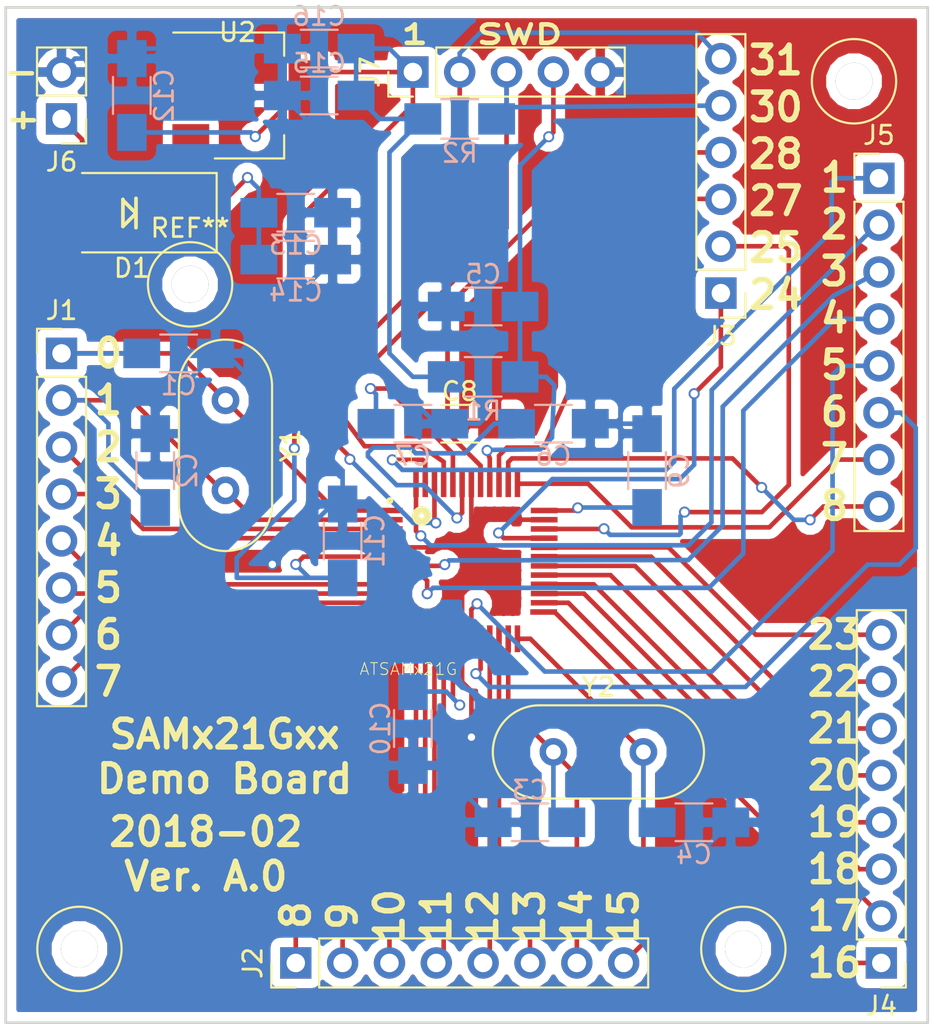
<source format=kicad_pcb>
(kicad_pcb (version 4) (host pcbnew 4.0.6)

  (general
    (links 92)
    (no_connects 2)
    (area 109.824284 59.65586 160.685717 115.075001)
    (thickness 1.6)
    (drawings 52)
    (tracks 364)
    (zones 0)
    (modules 34)
    (nets 48)
  )

  (page A4)
  (layers
    (0 F.Cu signal)
    (31 B.Cu signal)
    (32 B.Adhes user hide)
    (33 F.Adhes user)
    (34 B.Paste user hide)
    (35 F.Paste user)
    (36 B.SilkS user)
    (37 F.SilkS user)
    (38 B.Mask user hide)
    (39 F.Mask user)
    (40 Dwgs.User user)
    (41 Cmts.User user)
    (42 Eco1.User user)
    (43 Eco2.User user)
    (44 Edge.Cuts user)
    (45 Margin user)
    (46 B.CrtYd user hide)
    (47 F.CrtYd user)
    (48 B.Fab user hide)
    (49 F.Fab user)
  )

  (setup
    (last_trace_width 0.01524)
    (trace_clearance 0.01524)
    (zone_clearance 0.508)
    (zone_45_only no)
    (trace_min 0.01524)
    (segment_width 0.2)
    (edge_width 0.15)
    (via_size 0.01524)
    (via_drill 0.01016)
    (via_min_size 0.01524)
    (via_min_drill 0.01016)
    (uvia_size 0.01524)
    (uvia_drill 0.01016)
    (uvias_allowed no)
    (uvia_min_size 0.01524)
    (uvia_min_drill 0.01016)
    (pcb_text_width 0.3)
    (pcb_text_size 1.5 1.5)
    (mod_edge_width 0.15)
    (mod_text_size 1 1)
    (mod_text_width 0.15)
    (pad_size 2 2)
    (pad_drill 2)
    (pad_to_mask_clearance 0.2)
    (aux_axis_origin 109.92612 115.062)
    (visible_elements 7FFFFFFF)
    (pcbplotparams
      (layerselection 0x010f0_80000001)
      (usegerberextensions true)
      (excludeedgelayer true)
      (linewidth 0.100000)
      (plotframeref false)
      (viasonmask false)
      (mode 1)
      (useauxorigin false)
      (hpglpennumber 1)
      (hpglpenspeed 20)
      (hpglpendiameter 15)
      (hpglpenoverlay 2)
      (psnegative false)
      (psa4output false)
      (plotreference true)
      (plotvalue false)
      (plotinvisibletext false)
      (padsonsilk false)
      (subtractmaskfromsilk false)
      (outputformat 1)
      (mirror false)
      (drillshape 0)
      (scaleselection 1)
      (outputdirectory ""))
  )

  (net 0 "")
  (net 1 GND)
  (net 2 VDD)
  (net 3 /MCU/PA0)
  (net 4 /MCU/PA1)
  (net 5 /MCU/PA14)
  (net 6 /MCU/PA15)
  (net 7 RESET)
  (net 8 "Net-(C6-Pad1)")
  (net 9 "Net-(C7-Pad1)")
  (net 10 "Net-(C9-Pad1)")
  (net 11 "Net-(C10-Pad1)")
  (net 12 "Net-(C13-Pad1)")
  (net 13 "Net-(D1-Pad2)")
  (net 14 /MCU/PA2)
  (net 15 /MCU/PA3)
  (net 16 /MCU/PA4)
  (net 17 /MCU/PA5)
  (net 18 /MCU/PA6)
  (net 19 /MCU/PA7)
  (net 20 /MCU/PA8)
  (net 21 /MCU/PA9)
  (net 22 /MCU/PA10)
  (net 23 /MCU/PA11)
  (net 24 /MCU/PA12)
  (net 25 /MCU/PA13)
  (net 26 /MCU/PA24)
  (net 27 /MCU/PA25)
  (net 28 /MCU/PA27)
  (net 29 /MCU/PA28)
  (net 30 SWDCLK)
  (net 31 SWDIO)
  (net 32 /MCU/PA16)
  (net 33 /MCU/PA17)
  (net 34 /MCU/PA18)
  (net 35 /MCU/PA19)
  (net 36 /MCU/PA20)
  (net 37 /MCU/PA21)
  (net 38 /MCU/PA22)
  (net 39 /MCU/PA23)
  (net 40 "Net-(J5-Pad1)")
  (net 41 "Net-(J5-Pad2)")
  (net 42 "Net-(J5-Pad3)")
  (net 43 "Net-(J5-Pad4)")
  (net 44 "Net-(J5-Pad5)")
  (net 45 "Net-(J5-Pad6)")
  (net 46 "Net-(J5-Pad7)")
  (net 47 "Net-(J5-Pad8)")

  (net_class Default "This is the default net class."
    (clearance 0.01524)
    (trace_width 0.01524)
    (via_dia 0.01524)
    (via_drill 0.01016)
    (uvia_dia 0.01524)
    (uvia_drill 0.01016)
    (add_net /MCU/PA0)
    (add_net /MCU/PA1)
    (add_net /MCU/PA10)
    (add_net /MCU/PA11)
    (add_net /MCU/PA12)
    (add_net /MCU/PA13)
    (add_net /MCU/PA14)
    (add_net /MCU/PA15)
    (add_net /MCU/PA16)
    (add_net /MCU/PA17)
    (add_net /MCU/PA18)
    (add_net /MCU/PA19)
    (add_net /MCU/PA2)
    (add_net /MCU/PA20)
    (add_net /MCU/PA21)
    (add_net /MCU/PA22)
    (add_net /MCU/PA23)
    (add_net /MCU/PA24)
    (add_net /MCU/PA25)
    (add_net /MCU/PA27)
    (add_net /MCU/PA28)
    (add_net /MCU/PA3)
    (add_net /MCU/PA4)
    (add_net /MCU/PA5)
    (add_net /MCU/PA6)
    (add_net /MCU/PA7)
    (add_net /MCU/PA8)
    (add_net /MCU/PA9)
    (add_net GND)
    (add_net "Net-(C10-Pad1)")
    (add_net "Net-(C13-Pad1)")
    (add_net "Net-(C6-Pad1)")
    (add_net "Net-(C7-Pad1)")
    (add_net "Net-(C9-Pad1)")
    (add_net "Net-(D1-Pad2)")
    (add_net "Net-(J5-Pad1)")
    (add_net "Net-(J5-Pad2)")
    (add_net "Net-(J5-Pad3)")
    (add_net "Net-(J5-Pad4)")
    (add_net "Net-(J5-Pad5)")
    (add_net "Net-(J5-Pad6)")
    (add_net "Net-(J5-Pad7)")
    (add_net "Net-(J5-Pad8)")
    (add_net RESET)
    (add_net SWDCLK)
    (add_net SWDIO)
    (add_net VDD)
  )

  (module Connectors:1pin (layer F.Cu) (tedit 5A95688D) (tstamp 5A8B53A1)
    (at 156 64)
    (descr "module 1 pin (ou trou mecanique de percage)")
    (tags DEV)
    (fp_text reference "" (at 0 -3.048) (layer F.SilkS)
      (effects (font (size 1 1) (thickness 0.15)))
    )
    (fp_text value 1pin (at 0 3) (layer F.Fab)
      (effects (font (size 1 1) (thickness 0.15)))
    )
    (fp_circle (center 0 0) (end 2 0.8) (layer F.Fab) (width 0.1))
    (fp_circle (center 0 0) (end 2.6 0) (layer F.CrtYd) (width 0.05))
    (fp_circle (center 0 0) (end 0 -2.286) (layer F.SilkS) (width 0.12))
    (pad 1 thru_hole circle (at 0 0) (size 2 2) (drill 2) (layers *.Cu *.Mask))
  )

  (module Diodes_SMD:D_SMB_Handsoldering (layer F.Cu) (tedit 590B3D55) (tstamp 5A8725AF)
    (at 116.84 71.12 180)
    (descr "Diode SMB (DO-214AA) Handsoldering")
    (tags "Diode SMB (DO-214AA) Handsoldering")
    (path /5A788DDD/5A78DF80)
    (attr smd)
    (fp_text reference D1 (at 0 -3 180) (layer F.SilkS)
      (effects (font (size 1 1) (thickness 0.15)))
    )
    (fp_text value 1N4001 (at 0 3 180) (layer F.Fab)
      (effects (font (size 1 1) (thickness 0.15)))
    )
    (fp_text user %R (at 0 -3 180) (layer F.Fab)
      (effects (font (size 1 1) (thickness 0.15)))
    )
    (fp_line (start -4.6 -2.15) (end -4.6 2.15) (layer F.SilkS) (width 0.12))
    (fp_line (start 2.3 2) (end -2.3 2) (layer F.Fab) (width 0.1))
    (fp_line (start -2.3 2) (end -2.3 -2) (layer F.Fab) (width 0.1))
    (fp_line (start 2.3 -2) (end 2.3 2) (layer F.Fab) (width 0.1))
    (fp_line (start 2.3 -2) (end -2.3 -2) (layer F.Fab) (width 0.1))
    (fp_line (start -4.7 -2.25) (end 4.7 -2.25) (layer F.CrtYd) (width 0.05))
    (fp_line (start 4.7 -2.25) (end 4.7 2.25) (layer F.CrtYd) (width 0.05))
    (fp_line (start 4.7 2.25) (end -4.7 2.25) (layer F.CrtYd) (width 0.05))
    (fp_line (start -4.7 2.25) (end -4.7 -2.25) (layer F.CrtYd) (width 0.05))
    (fp_line (start -0.64944 0.00102) (end -1.55114 0.00102) (layer F.Fab) (width 0.1))
    (fp_line (start 0.50118 0.00102) (end 1.4994 0.00102) (layer F.Fab) (width 0.1))
    (fp_line (start -0.64944 -0.79908) (end -0.64944 0.80112) (layer F.Fab) (width 0.1))
    (fp_line (start 0.50118 0.75032) (end 0.50118 -0.79908) (layer F.Fab) (width 0.1))
    (fp_line (start -0.64944 0.00102) (end 0.50118 0.75032) (layer F.Fab) (width 0.1))
    (fp_line (start -0.64944 0.00102) (end 0.50118 -0.79908) (layer F.Fab) (width 0.1))
    (fp_line (start -4.6 2.15) (end 2.7 2.15) (layer F.SilkS) (width 0.12))
    (fp_line (start -4.6 -2.15) (end 2.7 -2.15) (layer F.SilkS) (width 0.12))
    (pad 1 smd rect (at -2.7 0 180) (size 3.5 2.3) (layers F.Cu F.Paste F.Mask)
      (net 12 "Net-(C13-Pad1)"))
    (pad 2 smd rect (at 2.7 0 180) (size 3.5 2.3) (layers F.Cu F.Paste F.Mask)
      (net 13 "Net-(D1-Pad2)"))
    (model ${KISYS3DMOD}/Diodes_SMD.3dshapes/D_SMB.wrl
      (at (xyz 0 0 0))
      (scale (xyz 1 1 1))
      (rotate (xyz 0 0 0))
    )
  )

  (module TO_SOT_Packages_SMD:SOT-223 (layer F.Cu) (tedit 5A8B4C32) (tstamp 5A8724A2)
    (at 123.19 64.77)
    (descr "module CMS SOT223 4 pins")
    (tags "CMS SOT")
    (path /5A788DDD/5A78DF2F)
    (attr smd)
    (fp_text reference U2 (at -0.62484 -3.42392) (layer F.SilkS)
      (effects (font (size 1 1) (thickness 0.15)))
    )
    (fp_text value AP111733 (at 0 4.5) (layer F.Fab)
      (effects (font (size 1 1) (thickness 0.15)))
    )
    (fp_text user %R (at 0 0 90) (layer F.Fab)
      (effects (font (size 0.8 0.8) (thickness 0.12)))
    )
    (fp_line (start -1.85 -2.3) (end -0.8 -3.35) (layer F.Fab) (width 0.1))
    (fp_line (start 1.91 3.41) (end 1.91 2.15) (layer F.SilkS) (width 0.12))
    (fp_line (start 1.91 -3.41) (end 1.91 -2.15) (layer F.SilkS) (width 0.12))
    (fp_line (start 4.4 -3.6) (end -4.4 -3.6) (layer F.CrtYd) (width 0.05))
    (fp_line (start 4.4 3.6) (end 4.4 -3.6) (layer F.CrtYd) (width 0.05))
    (fp_line (start -4.4 3.6) (end 4.4 3.6) (layer F.CrtYd) (width 0.05))
    (fp_line (start -4.4 -3.6) (end -4.4 3.6) (layer F.CrtYd) (width 0.05))
    (fp_line (start -1.85 -2.3) (end -1.85 3.35) (layer F.Fab) (width 0.1))
    (fp_line (start -1.85 3.41) (end 1.91 3.41) (layer F.SilkS) (width 0.12))
    (fp_line (start -0.8 -3.35) (end 1.85 -3.35) (layer F.Fab) (width 0.1))
    (fp_line (start -4.1 -3.41) (end 1.91 -3.41) (layer F.SilkS) (width 0.12))
    (fp_line (start -1.85 3.35) (end 1.85 3.35) (layer F.Fab) (width 0.1))
    (fp_line (start 1.85 -3.35) (end 1.85 3.35) (layer F.Fab) (width 0.1))
    (pad 4 smd rect (at 3.15 0) (size 2 3.8) (layers F.Cu F.Paste F.Mask)
      (net 2 VDD))
    (pad 2 smd rect (at -3.15 0) (size 2 1.5) (layers F.Cu F.Paste F.Mask)
      (net 2 VDD))
    (pad 3 smd rect (at -3.15 2.3) (size 2 1.5) (layers F.Cu F.Paste F.Mask)
      (net 12 "Net-(C13-Pad1)"))
    (pad 1 smd rect (at -3.15 -2.3) (size 2 1.5) (layers F.Cu F.Paste F.Mask)
      (net 1 GND))
    (model ${KISYS3DMOD}/TO_SOT_Packages_SMD.3dshapes/SOT-223.wrl
      (at (xyz 0 0 0))
      (scale (xyz 1 1 1))
      (rotate (xyz 0 0 0))
    )
  )

  (module Capacitors_SMD:C_1206_HandSoldering (layer B.Cu) (tedit 58AA84D1) (tstamp 5A87254F)
    (at 119.38 78.74)
    (descr "Capacitor SMD 1206, hand soldering")
    (tags "capacitor 1206")
    (path /5A788DC9/5A870C79)
    (attr smd)
    (fp_text reference C1 (at 0 1.75) (layer B.SilkS)
      (effects (font (size 1 1) (thickness 0.15)) (justify mirror))
    )
    (fp_text value 22pF (at 0 -2) (layer B.Fab)
      (effects (font (size 1 1) (thickness 0.15)) (justify mirror))
    )
    (fp_text user %R (at 0 1.75) (layer B.Fab)
      (effects (font (size 1 1) (thickness 0.15)) (justify mirror))
    )
    (fp_line (start -1.6 -0.8) (end -1.6 0.8) (layer B.Fab) (width 0.1))
    (fp_line (start 1.6 -0.8) (end -1.6 -0.8) (layer B.Fab) (width 0.1))
    (fp_line (start 1.6 0.8) (end 1.6 -0.8) (layer B.Fab) (width 0.1))
    (fp_line (start -1.6 0.8) (end 1.6 0.8) (layer B.Fab) (width 0.1))
    (fp_line (start 1 1.02) (end -1 1.02) (layer B.SilkS) (width 0.12))
    (fp_line (start -1 -1.02) (end 1 -1.02) (layer B.SilkS) (width 0.12))
    (fp_line (start -3.25 1.05) (end 3.25 1.05) (layer B.CrtYd) (width 0.05))
    (fp_line (start -3.25 1.05) (end -3.25 -1.05) (layer B.CrtYd) (width 0.05))
    (fp_line (start 3.25 -1.05) (end 3.25 1.05) (layer B.CrtYd) (width 0.05))
    (fp_line (start 3.25 -1.05) (end -3.25 -1.05) (layer B.CrtYd) (width 0.05))
    (pad 1 smd rect (at -2 0) (size 2 1.6) (layers B.Cu B.Paste B.Mask)
      (net 3 /MCU/PA0))
    (pad 2 smd rect (at 2 0) (size 2 1.6) (layers B.Cu B.Paste B.Mask)
      (net 1 GND))
    (model Capacitors_SMD.3dshapes/C_1206.wrl
      (at (xyz 0 0 0))
      (scale (xyz 1 1 1))
      (rotate (xyz 0 0 0))
    )
  )

  (module Capacitors_SMD:C_1206_HandSoldering (layer B.Cu) (tedit 58AA84D1) (tstamp 5A872555)
    (at 118.11 85.09 90)
    (descr "Capacitor SMD 1206, hand soldering")
    (tags "capacitor 1206")
    (path /5A788DC9/5A870C7F)
    (attr smd)
    (fp_text reference C2 (at 0 1.75 90) (layer B.SilkS)
      (effects (font (size 1 1) (thickness 0.15)) (justify mirror))
    )
    (fp_text value 22pF (at 0 -2 90) (layer B.Fab)
      (effects (font (size 1 1) (thickness 0.15)) (justify mirror))
    )
    (fp_text user %R (at 0 1.75 90) (layer B.Fab)
      (effects (font (size 1 1) (thickness 0.15)) (justify mirror))
    )
    (fp_line (start -1.6 -0.8) (end -1.6 0.8) (layer B.Fab) (width 0.1))
    (fp_line (start 1.6 -0.8) (end -1.6 -0.8) (layer B.Fab) (width 0.1))
    (fp_line (start 1.6 0.8) (end 1.6 -0.8) (layer B.Fab) (width 0.1))
    (fp_line (start -1.6 0.8) (end 1.6 0.8) (layer B.Fab) (width 0.1))
    (fp_line (start 1 1.02) (end -1 1.02) (layer B.SilkS) (width 0.12))
    (fp_line (start -1 -1.02) (end 1 -1.02) (layer B.SilkS) (width 0.12))
    (fp_line (start -3.25 1.05) (end 3.25 1.05) (layer B.CrtYd) (width 0.05))
    (fp_line (start -3.25 1.05) (end -3.25 -1.05) (layer B.CrtYd) (width 0.05))
    (fp_line (start 3.25 -1.05) (end 3.25 1.05) (layer B.CrtYd) (width 0.05))
    (fp_line (start 3.25 -1.05) (end -3.25 -1.05) (layer B.CrtYd) (width 0.05))
    (pad 1 smd rect (at -2 0 90) (size 2 1.6) (layers B.Cu B.Paste B.Mask)
      (net 4 /MCU/PA1))
    (pad 2 smd rect (at 2 0 90) (size 2 1.6) (layers B.Cu B.Paste B.Mask)
      (net 1 GND))
    (model Capacitors_SMD.3dshapes/C_1206.wrl
      (at (xyz 0 0 0))
      (scale (xyz 1 1 1))
      (rotate (xyz 0 0 0))
    )
  )

  (module Capacitors_SMD:C_1206_HandSoldering (layer B.Cu) (tedit 58AA84D1) (tstamp 5A87255B)
    (at 138.43 104.14 180)
    (descr "Capacitor SMD 1206, hand soldering")
    (tags "capacitor 1206")
    (path /5A788DC9/5A870D0B)
    (attr smd)
    (fp_text reference C3 (at 0 1.75 180) (layer B.SilkS)
      (effects (font (size 1 1) (thickness 0.15)) (justify mirror))
    )
    (fp_text value 22pF (at 0 -2 180) (layer B.Fab)
      (effects (font (size 1 1) (thickness 0.15)) (justify mirror))
    )
    (fp_text user %R (at 0 1.75 180) (layer B.Fab)
      (effects (font (size 1 1) (thickness 0.15)) (justify mirror))
    )
    (fp_line (start -1.6 -0.8) (end -1.6 0.8) (layer B.Fab) (width 0.1))
    (fp_line (start 1.6 -0.8) (end -1.6 -0.8) (layer B.Fab) (width 0.1))
    (fp_line (start 1.6 0.8) (end 1.6 -0.8) (layer B.Fab) (width 0.1))
    (fp_line (start -1.6 0.8) (end 1.6 0.8) (layer B.Fab) (width 0.1))
    (fp_line (start 1 1.02) (end -1 1.02) (layer B.SilkS) (width 0.12))
    (fp_line (start -1 -1.02) (end 1 -1.02) (layer B.SilkS) (width 0.12))
    (fp_line (start -3.25 1.05) (end 3.25 1.05) (layer B.CrtYd) (width 0.05))
    (fp_line (start -3.25 1.05) (end -3.25 -1.05) (layer B.CrtYd) (width 0.05))
    (fp_line (start 3.25 -1.05) (end 3.25 1.05) (layer B.CrtYd) (width 0.05))
    (fp_line (start 3.25 -1.05) (end -3.25 -1.05) (layer B.CrtYd) (width 0.05))
    (pad 1 smd rect (at -2 0 180) (size 2 1.6) (layers B.Cu B.Paste B.Mask)
      (net 5 /MCU/PA14))
    (pad 2 smd rect (at 2 0 180) (size 2 1.6) (layers B.Cu B.Paste B.Mask)
      (net 1 GND))
    (model Capacitors_SMD.3dshapes/C_1206.wrl
      (at (xyz 0 0 0))
      (scale (xyz 1 1 1))
      (rotate (xyz 0 0 0))
    )
  )

  (module Capacitors_SMD:C_1206_HandSoldering (layer B.Cu) (tedit 58AA84D1) (tstamp 5A872561)
    (at 147.32 104.14)
    (descr "Capacitor SMD 1206, hand soldering")
    (tags "capacitor 1206")
    (path /5A788DC9/5A870D11)
    (attr smd)
    (fp_text reference C4 (at 0 1.75) (layer B.SilkS)
      (effects (font (size 1 1) (thickness 0.15)) (justify mirror))
    )
    (fp_text value 22pF (at 0 -2) (layer B.Fab)
      (effects (font (size 1 1) (thickness 0.15)) (justify mirror))
    )
    (fp_text user %R (at 0 1.75) (layer B.Fab)
      (effects (font (size 1 1) (thickness 0.15)) (justify mirror))
    )
    (fp_line (start -1.6 -0.8) (end -1.6 0.8) (layer B.Fab) (width 0.1))
    (fp_line (start 1.6 -0.8) (end -1.6 -0.8) (layer B.Fab) (width 0.1))
    (fp_line (start 1.6 0.8) (end 1.6 -0.8) (layer B.Fab) (width 0.1))
    (fp_line (start -1.6 0.8) (end 1.6 0.8) (layer B.Fab) (width 0.1))
    (fp_line (start 1 1.02) (end -1 1.02) (layer B.SilkS) (width 0.12))
    (fp_line (start -1 -1.02) (end 1 -1.02) (layer B.SilkS) (width 0.12))
    (fp_line (start -3.25 1.05) (end 3.25 1.05) (layer B.CrtYd) (width 0.05))
    (fp_line (start -3.25 1.05) (end -3.25 -1.05) (layer B.CrtYd) (width 0.05))
    (fp_line (start 3.25 -1.05) (end 3.25 1.05) (layer B.CrtYd) (width 0.05))
    (fp_line (start 3.25 -1.05) (end -3.25 -1.05) (layer B.CrtYd) (width 0.05))
    (pad 1 smd rect (at -2 0) (size 2 1.6) (layers B.Cu B.Paste B.Mask)
      (net 6 /MCU/PA15))
    (pad 2 smd rect (at 2 0) (size 2 1.6) (layers B.Cu B.Paste B.Mask)
      (net 1 GND))
    (model Capacitors_SMD.3dshapes/C_1206.wrl
      (at (xyz 0 0 0))
      (scale (xyz 1 1 1))
      (rotate (xyz 0 0 0))
    )
  )

  (module Capacitors_SMD:C_1206_HandSoldering (layer B.Cu) (tedit 58AA84D1) (tstamp 5A872567)
    (at 135.89 76.2 180)
    (descr "Capacitor SMD 1206, hand soldering")
    (tags "capacitor 1206")
    (path /5A788DC9/5A78CF0D)
    (attr smd)
    (fp_text reference C5 (at 0 1.75 180) (layer B.SilkS)
      (effects (font (size 1 1) (thickness 0.15)) (justify mirror))
    )
    (fp_text value 1uF (at 0 -2 180) (layer B.Fab)
      (effects (font (size 1 1) (thickness 0.15)) (justify mirror))
    )
    (fp_text user %R (at 0 1.75 180) (layer B.Fab)
      (effects (font (size 1 1) (thickness 0.15)) (justify mirror))
    )
    (fp_line (start -1.6 -0.8) (end -1.6 0.8) (layer B.Fab) (width 0.1))
    (fp_line (start 1.6 -0.8) (end -1.6 -0.8) (layer B.Fab) (width 0.1))
    (fp_line (start 1.6 0.8) (end 1.6 -0.8) (layer B.Fab) (width 0.1))
    (fp_line (start -1.6 0.8) (end 1.6 0.8) (layer B.Fab) (width 0.1))
    (fp_line (start 1 1.02) (end -1 1.02) (layer B.SilkS) (width 0.12))
    (fp_line (start -1 -1.02) (end 1 -1.02) (layer B.SilkS) (width 0.12))
    (fp_line (start -3.25 1.05) (end 3.25 1.05) (layer B.CrtYd) (width 0.05))
    (fp_line (start -3.25 1.05) (end -3.25 -1.05) (layer B.CrtYd) (width 0.05))
    (fp_line (start 3.25 -1.05) (end 3.25 1.05) (layer B.CrtYd) (width 0.05))
    (fp_line (start 3.25 -1.05) (end -3.25 -1.05) (layer B.CrtYd) (width 0.05))
    (pad 1 smd rect (at -2 0 180) (size 2 1.6) (layers B.Cu B.Paste B.Mask)
      (net 7 RESET))
    (pad 2 smd rect (at 2 0 180) (size 2 1.6) (layers B.Cu B.Paste B.Mask)
      (net 1 GND))
    (model Capacitors_SMD.3dshapes/C_1206.wrl
      (at (xyz 0 0 0))
      (scale (xyz 1 1 1))
      (rotate (xyz 0 0 0))
    )
  )

  (module Capacitors_SMD:C_1206_HandSoldering (layer B.Cu) (tedit 58AA84D1) (tstamp 5A87256D)
    (at 139.7 82.55)
    (descr "Capacitor SMD 1206, hand soldering")
    (tags "capacitor 1206")
    (path /5A788DC9/5A78D233)
    (attr smd)
    (fp_text reference C6 (at 0 1.75) (layer B.SilkS)
      (effects (font (size 1 1) (thickness 0.15)) (justify mirror))
    )
    (fp_text value 1uFC (at 0 -2) (layer B.Fab)
      (effects (font (size 1 1) (thickness 0.15)) (justify mirror))
    )
    (fp_text user %R (at 0 1.75) (layer B.Fab)
      (effects (font (size 1 1) (thickness 0.15)) (justify mirror))
    )
    (fp_line (start -1.6 -0.8) (end -1.6 0.8) (layer B.Fab) (width 0.1))
    (fp_line (start 1.6 -0.8) (end -1.6 -0.8) (layer B.Fab) (width 0.1))
    (fp_line (start 1.6 0.8) (end 1.6 -0.8) (layer B.Fab) (width 0.1))
    (fp_line (start -1.6 0.8) (end 1.6 0.8) (layer B.Fab) (width 0.1))
    (fp_line (start 1 1.02) (end -1 1.02) (layer B.SilkS) (width 0.12))
    (fp_line (start -1 -1.02) (end 1 -1.02) (layer B.SilkS) (width 0.12))
    (fp_line (start -3.25 1.05) (end 3.25 1.05) (layer B.CrtYd) (width 0.05))
    (fp_line (start -3.25 1.05) (end -3.25 -1.05) (layer B.CrtYd) (width 0.05))
    (fp_line (start 3.25 -1.05) (end 3.25 1.05) (layer B.CrtYd) (width 0.05))
    (fp_line (start 3.25 -1.05) (end -3.25 -1.05) (layer B.CrtYd) (width 0.05))
    (pad 1 smd rect (at -2 0) (size 2 1.6) (layers B.Cu B.Paste B.Mask)
      (net 8 "Net-(C6-Pad1)"))
    (pad 2 smd rect (at 2 0) (size 2 1.6) (layers B.Cu B.Paste B.Mask)
      (net 1 GND))
    (model Capacitors_SMD.3dshapes/C_1206.wrl
      (at (xyz 0 0 0))
      (scale (xyz 1 1 1))
      (rotate (xyz 0 0 0))
    )
  )

  (module Capacitors_SMD:C_1206_HandSoldering (layer B.Cu) (tedit 58AA84D1) (tstamp 5A872573)
    (at 132.08 82.55)
    (descr "Capacitor SMD 1206, hand soldering")
    (tags "capacitor 1206")
    (path /5A788DC9/5A78D265)
    (attr smd)
    (fp_text reference C7 (at 0 1.75) (layer B.SilkS)
      (effects (font (size 1 1) (thickness 0.15)) (justify mirror))
    )
    (fp_text value 100nF-Close (at 0 -2) (layer B.Fab)
      (effects (font (size 1 1) (thickness 0.15)) (justify mirror))
    )
    (fp_text user %R (at 0 1.75) (layer B.Fab)
      (effects (font (size 1 1) (thickness 0.15)) (justify mirror))
    )
    (fp_line (start -1.6 -0.8) (end -1.6 0.8) (layer B.Fab) (width 0.1))
    (fp_line (start 1.6 -0.8) (end -1.6 -0.8) (layer B.Fab) (width 0.1))
    (fp_line (start 1.6 0.8) (end 1.6 -0.8) (layer B.Fab) (width 0.1))
    (fp_line (start -1.6 0.8) (end 1.6 0.8) (layer B.Fab) (width 0.1))
    (fp_line (start 1 1.02) (end -1 1.02) (layer B.SilkS) (width 0.12))
    (fp_line (start -1 -1.02) (end 1 -1.02) (layer B.SilkS) (width 0.12))
    (fp_line (start -3.25 1.05) (end 3.25 1.05) (layer B.CrtYd) (width 0.05))
    (fp_line (start -3.25 1.05) (end -3.25 -1.05) (layer B.CrtYd) (width 0.05))
    (fp_line (start 3.25 -1.05) (end 3.25 1.05) (layer B.CrtYd) (width 0.05))
    (fp_line (start 3.25 -1.05) (end -3.25 -1.05) (layer B.CrtYd) (width 0.05))
    (pad 1 smd rect (at -2 0) (size 2 1.6) (layers B.Cu B.Paste B.Mask)
      (net 9 "Net-(C7-Pad1)"))
    (pad 2 smd rect (at 2 0) (size 2 1.6) (layers B.Cu B.Paste B.Mask)
      (net 1 GND))
    (model Capacitors_SMD.3dshapes/C_1206.wrl
      (at (xyz 0 0 0))
      (scale (xyz 1 1 1))
      (rotate (xyz 0 0 0))
    )
  )

  (module Capacitors_SMD:C_1206_HandSoldering (layer F.Cu) (tedit 58AA84D1) (tstamp 5A872579)
    (at 134.62 82.55)
    (descr "Capacitor SMD 1206, hand soldering")
    (tags "capacitor 1206")
    (path /5A788DC9/5A78D904)
    (attr smd)
    (fp_text reference C8 (at 0 -1.75) (layer F.SilkS)
      (effects (font (size 1 1) (thickness 0.15)))
    )
    (fp_text value 10uF (at 0 2) (layer F.Fab)
      (effects (font (size 1 1) (thickness 0.15)))
    )
    (fp_text user %R (at 0 -1.75) (layer F.Fab)
      (effects (font (size 1 1) (thickness 0.15)))
    )
    (fp_line (start -1.6 0.8) (end -1.6 -0.8) (layer F.Fab) (width 0.1))
    (fp_line (start 1.6 0.8) (end -1.6 0.8) (layer F.Fab) (width 0.1))
    (fp_line (start 1.6 -0.8) (end 1.6 0.8) (layer F.Fab) (width 0.1))
    (fp_line (start -1.6 -0.8) (end 1.6 -0.8) (layer F.Fab) (width 0.1))
    (fp_line (start 1 -1.02) (end -1 -1.02) (layer F.SilkS) (width 0.12))
    (fp_line (start -1 1.02) (end 1 1.02) (layer F.SilkS) (width 0.12))
    (fp_line (start -3.25 -1.05) (end 3.25 -1.05) (layer F.CrtYd) (width 0.05))
    (fp_line (start -3.25 -1.05) (end -3.25 1.05) (layer F.CrtYd) (width 0.05))
    (fp_line (start 3.25 1.05) (end 3.25 -1.05) (layer F.CrtYd) (width 0.05))
    (fp_line (start 3.25 1.05) (end -3.25 1.05) (layer F.CrtYd) (width 0.05))
    (pad 1 smd rect (at -2 0) (size 2 1.6) (layers F.Cu F.Paste F.Mask)
      (net 9 "Net-(C7-Pad1)"))
    (pad 2 smd rect (at 2 0) (size 2 1.6) (layers F.Cu F.Paste F.Mask)
      (net 1 GND))
    (model Capacitors_SMD.3dshapes/C_1206.wrl
      (at (xyz 0 0 0))
      (scale (xyz 1 1 1))
      (rotate (xyz 0 0 0))
    )
  )

  (module Capacitors_SMD:C_1206_HandSoldering (layer B.Cu) (tedit 58AA84D1) (tstamp 5A87257F)
    (at 144.78 85.09 90)
    (descr "Capacitor SMD 1206, hand soldering")
    (tags "capacitor 1206")
    (path /5A788DC9/5A78D1C7)
    (attr smd)
    (fp_text reference C9 (at 0 1.75 90) (layer B.SilkS)
      (effects (font (size 1 1) (thickness 0.15)) (justify mirror))
    )
    (fp_text value 100nF (at 0 -2 90) (layer B.Fab)
      (effects (font (size 1 1) (thickness 0.15)) (justify mirror))
    )
    (fp_text user %R (at 0 1.75 90) (layer B.Fab)
      (effects (font (size 1 1) (thickness 0.15)) (justify mirror))
    )
    (fp_line (start -1.6 -0.8) (end -1.6 0.8) (layer B.Fab) (width 0.1))
    (fp_line (start 1.6 -0.8) (end -1.6 -0.8) (layer B.Fab) (width 0.1))
    (fp_line (start 1.6 0.8) (end 1.6 -0.8) (layer B.Fab) (width 0.1))
    (fp_line (start -1.6 0.8) (end 1.6 0.8) (layer B.Fab) (width 0.1))
    (fp_line (start 1 1.02) (end -1 1.02) (layer B.SilkS) (width 0.12))
    (fp_line (start -1 -1.02) (end 1 -1.02) (layer B.SilkS) (width 0.12))
    (fp_line (start -3.25 1.05) (end 3.25 1.05) (layer B.CrtYd) (width 0.05))
    (fp_line (start -3.25 1.05) (end -3.25 -1.05) (layer B.CrtYd) (width 0.05))
    (fp_line (start 3.25 -1.05) (end 3.25 1.05) (layer B.CrtYd) (width 0.05))
    (fp_line (start 3.25 -1.05) (end -3.25 -1.05) (layer B.CrtYd) (width 0.05))
    (pad 1 smd rect (at -2 0 90) (size 2 1.6) (layers B.Cu B.Paste B.Mask)
      (net 10 "Net-(C9-Pad1)"))
    (pad 2 smd rect (at 2 0 90) (size 2 1.6) (layers B.Cu B.Paste B.Mask)
      (net 1 GND))
    (model Capacitors_SMD.3dshapes/C_1206.wrl
      (at (xyz 0 0 0))
      (scale (xyz 1 1 1))
      (rotate (xyz 0 0 0))
    )
  )

  (module Capacitors_SMD:C_1206_HandSoldering (layer B.Cu) (tedit 58AA84D1) (tstamp 5A872585)
    (at 132.08 99.06 270)
    (descr "Capacitor SMD 1206, hand soldering")
    (tags "capacitor 1206")
    (path /5A788DC9/5A78D4E4)
    (attr smd)
    (fp_text reference C10 (at 0 1.75 270) (layer B.SilkS)
      (effects (font (size 1 1) (thickness 0.15)) (justify mirror))
    )
    (fp_text value 100nF (at 0 -2 270) (layer B.Fab)
      (effects (font (size 1 1) (thickness 0.15)) (justify mirror))
    )
    (fp_text user %R (at 0 1.75 270) (layer B.Fab)
      (effects (font (size 1 1) (thickness 0.15)) (justify mirror))
    )
    (fp_line (start -1.6 -0.8) (end -1.6 0.8) (layer B.Fab) (width 0.1))
    (fp_line (start 1.6 -0.8) (end -1.6 -0.8) (layer B.Fab) (width 0.1))
    (fp_line (start 1.6 0.8) (end 1.6 -0.8) (layer B.Fab) (width 0.1))
    (fp_line (start -1.6 0.8) (end 1.6 0.8) (layer B.Fab) (width 0.1))
    (fp_line (start 1 1.02) (end -1 1.02) (layer B.SilkS) (width 0.12))
    (fp_line (start -1 -1.02) (end 1 -1.02) (layer B.SilkS) (width 0.12))
    (fp_line (start -3.25 1.05) (end 3.25 1.05) (layer B.CrtYd) (width 0.05))
    (fp_line (start -3.25 1.05) (end -3.25 -1.05) (layer B.CrtYd) (width 0.05))
    (fp_line (start 3.25 -1.05) (end 3.25 1.05) (layer B.CrtYd) (width 0.05))
    (fp_line (start 3.25 -1.05) (end -3.25 -1.05) (layer B.CrtYd) (width 0.05))
    (pad 1 smd rect (at -2 0 270) (size 2 1.6) (layers B.Cu B.Paste B.Mask)
      (net 11 "Net-(C10-Pad1)"))
    (pad 2 smd rect (at 2 0 270) (size 2 1.6) (layers B.Cu B.Paste B.Mask)
      (net 1 GND))
    (model Capacitors_SMD.3dshapes/C_1206.wrl
      (at (xyz 0 0 0))
      (scale (xyz 1 1 1))
      (rotate (xyz 0 0 0))
    )
  )

  (module Capacitors_SMD:C_1206_HandSoldering (layer B.Cu) (tedit 58AA84D1) (tstamp 5A87258B)
    (at 128.27 88.9 90)
    (descr "Capacitor SMD 1206, hand soldering")
    (tags "capacitor 1206")
    (path /5A788DC9/5A78D20C)
    (attr smd)
    (fp_text reference C11 (at 0 1.75 90) (layer B.SilkS)
      (effects (font (size 1 1) (thickness 0.15)) (justify mirror))
    )
    (fp_text value 100nF-Close (at 0 -2 90) (layer B.Fab)
      (effects (font (size 1 1) (thickness 0.15)) (justify mirror))
    )
    (fp_text user %R (at 0 1.75 90) (layer B.Fab)
      (effects (font (size 1 1) (thickness 0.15)) (justify mirror))
    )
    (fp_line (start -1.6 -0.8) (end -1.6 0.8) (layer B.Fab) (width 0.1))
    (fp_line (start 1.6 -0.8) (end -1.6 -0.8) (layer B.Fab) (width 0.1))
    (fp_line (start 1.6 0.8) (end 1.6 -0.8) (layer B.Fab) (width 0.1))
    (fp_line (start -1.6 0.8) (end 1.6 0.8) (layer B.Fab) (width 0.1))
    (fp_line (start 1 1.02) (end -1 1.02) (layer B.SilkS) (width 0.12))
    (fp_line (start -1 -1.02) (end 1 -1.02) (layer B.SilkS) (width 0.12))
    (fp_line (start -3.25 1.05) (end 3.25 1.05) (layer B.CrtYd) (width 0.05))
    (fp_line (start -3.25 1.05) (end -3.25 -1.05) (layer B.CrtYd) (width 0.05))
    (fp_line (start 3.25 -1.05) (end 3.25 1.05) (layer B.CrtYd) (width 0.05))
    (fp_line (start 3.25 -1.05) (end -3.25 -1.05) (layer B.CrtYd) (width 0.05))
    (pad 1 smd rect (at -2 0 90) (size 2 1.6) (layers B.Cu B.Paste B.Mask)
      (net 2 VDD))
    (pad 2 smd rect (at 2 0 90) (size 2 1.6) (layers B.Cu B.Paste B.Mask)
      (net 1 GND))
    (model Capacitors_SMD.3dshapes/C_1206.wrl
      (at (xyz 0 0 0))
      (scale (xyz 1 1 1))
      (rotate (xyz 0 0 0))
    )
  )

  (module Capacitors_SMD:C_1206_HandSoldering (layer B.Cu) (tedit 58AA84D1) (tstamp 5A872591)
    (at 116.84 64.77 90)
    (descr "Capacitor SMD 1206, hand soldering")
    (tags "capacitor 1206")
    (path /5A788DC9/5A78D292)
    (attr smd)
    (fp_text reference C12 (at 0 1.75 90) (layer B.SilkS)
      (effects (font (size 1 1) (thickness 0.15)) (justify mirror))
    )
    (fp_text value 10uF (at 0 -2 90) (layer B.Fab)
      (effects (font (size 1 1) (thickness 0.15)) (justify mirror))
    )
    (fp_text user %R (at 0 1.75 90) (layer B.Fab)
      (effects (font (size 1 1) (thickness 0.15)) (justify mirror))
    )
    (fp_line (start -1.6 -0.8) (end -1.6 0.8) (layer B.Fab) (width 0.1))
    (fp_line (start 1.6 -0.8) (end -1.6 -0.8) (layer B.Fab) (width 0.1))
    (fp_line (start 1.6 0.8) (end 1.6 -0.8) (layer B.Fab) (width 0.1))
    (fp_line (start -1.6 0.8) (end 1.6 0.8) (layer B.Fab) (width 0.1))
    (fp_line (start 1 1.02) (end -1 1.02) (layer B.SilkS) (width 0.12))
    (fp_line (start -1 -1.02) (end 1 -1.02) (layer B.SilkS) (width 0.12))
    (fp_line (start -3.25 1.05) (end 3.25 1.05) (layer B.CrtYd) (width 0.05))
    (fp_line (start -3.25 1.05) (end -3.25 -1.05) (layer B.CrtYd) (width 0.05))
    (fp_line (start 3.25 -1.05) (end 3.25 1.05) (layer B.CrtYd) (width 0.05))
    (fp_line (start 3.25 -1.05) (end -3.25 -1.05) (layer B.CrtYd) (width 0.05))
    (pad 1 smd rect (at -2 0 90) (size 2 1.6) (layers B.Cu B.Paste B.Mask)
      (net 2 VDD))
    (pad 2 smd rect (at 2 0 90) (size 2 1.6) (layers B.Cu B.Paste B.Mask)
      (net 1 GND))
    (model Capacitors_SMD.3dshapes/C_1206.wrl
      (at (xyz 0 0 0))
      (scale (xyz 1 1 1))
      (rotate (xyz 0 0 0))
    )
  )

  (module Capacitors_SMD:C_1206_HandSoldering (layer B.Cu) (tedit 58AA84D1) (tstamp 5A872597)
    (at 125.73 71.12)
    (descr "Capacitor SMD 1206, hand soldering")
    (tags "capacitor 1206")
    (path /5A788DDD/5A78E226)
    (attr smd)
    (fp_text reference C13 (at 0 1.75) (layer B.SilkS)
      (effects (font (size 1 1) (thickness 0.15)) (justify mirror))
    )
    (fp_text value 100nF (at 0 -2) (layer B.Fab)
      (effects (font (size 1 1) (thickness 0.15)) (justify mirror))
    )
    (fp_text user %R (at 0 1.75) (layer B.Fab)
      (effects (font (size 1 1) (thickness 0.15)) (justify mirror))
    )
    (fp_line (start -1.6 -0.8) (end -1.6 0.8) (layer B.Fab) (width 0.1))
    (fp_line (start 1.6 -0.8) (end -1.6 -0.8) (layer B.Fab) (width 0.1))
    (fp_line (start 1.6 0.8) (end 1.6 -0.8) (layer B.Fab) (width 0.1))
    (fp_line (start -1.6 0.8) (end 1.6 0.8) (layer B.Fab) (width 0.1))
    (fp_line (start 1 1.02) (end -1 1.02) (layer B.SilkS) (width 0.12))
    (fp_line (start -1 -1.02) (end 1 -1.02) (layer B.SilkS) (width 0.12))
    (fp_line (start -3.25 1.05) (end 3.25 1.05) (layer B.CrtYd) (width 0.05))
    (fp_line (start -3.25 1.05) (end -3.25 -1.05) (layer B.CrtYd) (width 0.05))
    (fp_line (start 3.25 -1.05) (end 3.25 1.05) (layer B.CrtYd) (width 0.05))
    (fp_line (start 3.25 -1.05) (end -3.25 -1.05) (layer B.CrtYd) (width 0.05))
    (pad 1 smd rect (at -2 0) (size 2 1.6) (layers B.Cu B.Paste B.Mask)
      (net 12 "Net-(C13-Pad1)"))
    (pad 2 smd rect (at 2 0) (size 2 1.6) (layers B.Cu B.Paste B.Mask)
      (net 1 GND))
    (model Capacitors_SMD.3dshapes/C_1206.wrl
      (at (xyz 0 0 0))
      (scale (xyz 1 1 1))
      (rotate (xyz 0 0 0))
    )
  )

  (module Capacitors_SMD:C_1206_HandSoldering (layer B.Cu) (tedit 58AA84D1) (tstamp 5A87259D)
    (at 125.73 73.66)
    (descr "Capacitor SMD 1206, hand soldering")
    (tags "capacitor 1206")
    (path /5A788DDD/5A78E2C1)
    (attr smd)
    (fp_text reference C14 (at 0 1.75) (layer B.SilkS)
      (effects (font (size 1 1) (thickness 0.15)) (justify mirror))
    )
    (fp_text value 10uF (at 0 -2) (layer B.Fab)
      (effects (font (size 1 1) (thickness 0.15)) (justify mirror))
    )
    (fp_text user %R (at 0 1.75) (layer B.Fab)
      (effects (font (size 1 1) (thickness 0.15)) (justify mirror))
    )
    (fp_line (start -1.6 -0.8) (end -1.6 0.8) (layer B.Fab) (width 0.1))
    (fp_line (start 1.6 -0.8) (end -1.6 -0.8) (layer B.Fab) (width 0.1))
    (fp_line (start 1.6 0.8) (end 1.6 -0.8) (layer B.Fab) (width 0.1))
    (fp_line (start -1.6 0.8) (end 1.6 0.8) (layer B.Fab) (width 0.1))
    (fp_line (start 1 1.02) (end -1 1.02) (layer B.SilkS) (width 0.12))
    (fp_line (start -1 -1.02) (end 1 -1.02) (layer B.SilkS) (width 0.12))
    (fp_line (start -3.25 1.05) (end 3.25 1.05) (layer B.CrtYd) (width 0.05))
    (fp_line (start -3.25 1.05) (end -3.25 -1.05) (layer B.CrtYd) (width 0.05))
    (fp_line (start 3.25 -1.05) (end 3.25 1.05) (layer B.CrtYd) (width 0.05))
    (fp_line (start 3.25 -1.05) (end -3.25 -1.05) (layer B.CrtYd) (width 0.05))
    (pad 1 smd rect (at -2 0) (size 2 1.6) (layers B.Cu B.Paste B.Mask)
      (net 12 "Net-(C13-Pad1)"))
    (pad 2 smd rect (at 2 0) (size 2 1.6) (layers B.Cu B.Paste B.Mask)
      (net 1 GND))
    (model Capacitors_SMD.3dshapes/C_1206.wrl
      (at (xyz 0 0 0))
      (scale (xyz 1 1 1))
      (rotate (xyz 0 0 0))
    )
  )

  (module Capacitors_SMD:C_1206_HandSoldering (layer B.Cu) (tedit 58AA84D1) (tstamp 5A8725A3)
    (at 127 64.77 180)
    (descr "Capacitor SMD 1206, hand soldering")
    (tags "capacitor 1206")
    (path /5A788DDD/5A78E4CE)
    (attr smd)
    (fp_text reference C15 (at 0 1.75 180) (layer B.SilkS)
      (effects (font (size 1 1) (thickness 0.15)) (justify mirror))
    )
    (fp_text value 10uF (at 0 -2 180) (layer B.Fab)
      (effects (font (size 1 1) (thickness 0.15)) (justify mirror))
    )
    (fp_text user %R (at 0 1.75 180) (layer B.Fab)
      (effects (font (size 1 1) (thickness 0.15)) (justify mirror))
    )
    (fp_line (start -1.6 -0.8) (end -1.6 0.8) (layer B.Fab) (width 0.1))
    (fp_line (start 1.6 -0.8) (end -1.6 -0.8) (layer B.Fab) (width 0.1))
    (fp_line (start 1.6 0.8) (end 1.6 -0.8) (layer B.Fab) (width 0.1))
    (fp_line (start -1.6 0.8) (end 1.6 0.8) (layer B.Fab) (width 0.1))
    (fp_line (start 1 1.02) (end -1 1.02) (layer B.SilkS) (width 0.12))
    (fp_line (start -1 -1.02) (end 1 -1.02) (layer B.SilkS) (width 0.12))
    (fp_line (start -3.25 1.05) (end 3.25 1.05) (layer B.CrtYd) (width 0.05))
    (fp_line (start -3.25 1.05) (end -3.25 -1.05) (layer B.CrtYd) (width 0.05))
    (fp_line (start 3.25 -1.05) (end 3.25 1.05) (layer B.CrtYd) (width 0.05))
    (fp_line (start 3.25 -1.05) (end -3.25 -1.05) (layer B.CrtYd) (width 0.05))
    (pad 1 smd rect (at -2 0 180) (size 2 1.6) (layers B.Cu B.Paste B.Mask)
      (net 2 VDD))
    (pad 2 smd rect (at 2 0 180) (size 2 1.6) (layers B.Cu B.Paste B.Mask)
      (net 1 GND))
    (model Capacitors_SMD.3dshapes/C_1206.wrl
      (at (xyz 0 0 0))
      (scale (xyz 1 1 1))
      (rotate (xyz 0 0 0))
    )
  )

  (module Capacitors_SMD:C_1206_HandSoldering (layer B.Cu) (tedit 58AA84D1) (tstamp 5A8725A9)
    (at 127 62.23 180)
    (descr "Capacitor SMD 1206, hand soldering")
    (tags "capacitor 1206")
    (path /5A788DDD/5A78E168)
    (attr smd)
    (fp_text reference C16 (at 0 1.75 180) (layer B.SilkS)
      (effects (font (size 1 1) (thickness 0.15)) (justify mirror))
    )
    (fp_text value 100nF (at 0 -2 180) (layer B.Fab)
      (effects (font (size 1 1) (thickness 0.15)) (justify mirror))
    )
    (fp_text user %R (at 0 1.75 180) (layer B.Fab)
      (effects (font (size 1 1) (thickness 0.15)) (justify mirror))
    )
    (fp_line (start -1.6 -0.8) (end -1.6 0.8) (layer B.Fab) (width 0.1))
    (fp_line (start 1.6 -0.8) (end -1.6 -0.8) (layer B.Fab) (width 0.1))
    (fp_line (start 1.6 0.8) (end 1.6 -0.8) (layer B.Fab) (width 0.1))
    (fp_line (start -1.6 0.8) (end 1.6 0.8) (layer B.Fab) (width 0.1))
    (fp_line (start 1 1.02) (end -1 1.02) (layer B.SilkS) (width 0.12))
    (fp_line (start -1 -1.02) (end 1 -1.02) (layer B.SilkS) (width 0.12))
    (fp_line (start -3.25 1.05) (end 3.25 1.05) (layer B.CrtYd) (width 0.05))
    (fp_line (start -3.25 1.05) (end -3.25 -1.05) (layer B.CrtYd) (width 0.05))
    (fp_line (start 3.25 -1.05) (end 3.25 1.05) (layer B.CrtYd) (width 0.05))
    (fp_line (start 3.25 -1.05) (end -3.25 -1.05) (layer B.CrtYd) (width 0.05))
    (pad 1 smd rect (at -2 0 180) (size 2 1.6) (layers B.Cu B.Paste B.Mask)
      (net 2 VDD))
    (pad 2 smd rect (at 2 0 180) (size 2 1.6) (layers B.Cu B.Paste B.Mask)
      (net 1 GND))
    (model Capacitors_SMD.3dshapes/C_1206.wrl
      (at (xyz 0 0 0))
      (scale (xyz 1 1 1))
      (rotate (xyz 0 0 0))
    )
  )

  (module Pin_Headers:Pin_Header_Straight_1x02_Pitch2.54mm (layer F.Cu) (tedit 59650532) (tstamp 5A8725EF)
    (at 113.03 66.04 180)
    (descr "Through hole straight pin header, 1x02, 2.54mm pitch, single row")
    (tags "Through hole pin header THT 1x02 2.54mm single row")
    (path /5A788DDD/5A78DE95)
    (fp_text reference J6 (at 0 -2.33 180) (layer F.SilkS)
      (effects (font (size 1 1) (thickness 0.15)))
    )
    (fp_text value PWR (at 0 4.87 180) (layer F.Fab)
      (effects (font (size 1 1) (thickness 0.15)))
    )
    (fp_line (start -0.635 -1.27) (end 1.27 -1.27) (layer F.Fab) (width 0.1))
    (fp_line (start 1.27 -1.27) (end 1.27 3.81) (layer F.Fab) (width 0.1))
    (fp_line (start 1.27 3.81) (end -1.27 3.81) (layer F.Fab) (width 0.1))
    (fp_line (start -1.27 3.81) (end -1.27 -0.635) (layer F.Fab) (width 0.1))
    (fp_line (start -1.27 -0.635) (end -0.635 -1.27) (layer F.Fab) (width 0.1))
    (fp_line (start -1.33 3.87) (end 1.33 3.87) (layer F.SilkS) (width 0.12))
    (fp_line (start -1.33 1.27) (end -1.33 3.87) (layer F.SilkS) (width 0.12))
    (fp_line (start 1.33 1.27) (end 1.33 3.87) (layer F.SilkS) (width 0.12))
    (fp_line (start -1.33 1.27) (end 1.33 1.27) (layer F.SilkS) (width 0.12))
    (fp_line (start -1.33 0) (end -1.33 -1.33) (layer F.SilkS) (width 0.12))
    (fp_line (start -1.33 -1.33) (end 0 -1.33) (layer F.SilkS) (width 0.12))
    (fp_line (start -1.8 -1.8) (end -1.8 4.35) (layer F.CrtYd) (width 0.05))
    (fp_line (start -1.8 4.35) (end 1.8 4.35) (layer F.CrtYd) (width 0.05))
    (fp_line (start 1.8 4.35) (end 1.8 -1.8) (layer F.CrtYd) (width 0.05))
    (fp_line (start 1.8 -1.8) (end -1.8 -1.8) (layer F.CrtYd) (width 0.05))
    (fp_text user %R (at 0 1.27 270) (layer F.Fab)
      (effects (font (size 1 1) (thickness 0.15)))
    )
    (pad 1 thru_hole rect (at 0 0 180) (size 1.7 1.7) (drill 1) (layers *.Cu *.Mask)
      (net 13 "Net-(D1-Pad2)"))
    (pad 2 thru_hole oval (at 0 2.54 180) (size 1.7 1.7) (drill 1) (layers *.Cu *.Mask)
      (net 1 GND))
    (model ${KISYS3DMOD}/Pin_Headers.3dshapes/Pin_Header_Straight_1x02_Pitch2.54mm.wrl
      (at (xyz 0 0 0))
      (scale (xyz 1 1 1))
      (rotate (xyz 0 0 0))
    )
  )

  (module Resistors_SMD:R_1206_HandSoldering (layer B.Cu) (tedit 58E0A804) (tstamp 5A8725FE)
    (at 135.89 80.01)
    (descr "Resistor SMD 1206, hand soldering")
    (tags "resistor 1206")
    (path /5A788DC9/5A78CF40)
    (attr smd)
    (fp_text reference R1 (at 0 1.85) (layer B.SilkS)
      (effects (font (size 1 1) (thickness 0.15)) (justify mirror))
    )
    (fp_text value 10k (at 0 -1.9) (layer B.Fab)
      (effects (font (size 1 1) (thickness 0.15)) (justify mirror))
    )
    (fp_text user %R (at 0 0) (layer B.Fab)
      (effects (font (size 0.7 0.7) (thickness 0.105)) (justify mirror))
    )
    (fp_line (start -1.6 -0.8) (end -1.6 0.8) (layer B.Fab) (width 0.1))
    (fp_line (start 1.6 -0.8) (end -1.6 -0.8) (layer B.Fab) (width 0.1))
    (fp_line (start 1.6 0.8) (end 1.6 -0.8) (layer B.Fab) (width 0.1))
    (fp_line (start -1.6 0.8) (end 1.6 0.8) (layer B.Fab) (width 0.1))
    (fp_line (start 1 -1.07) (end -1 -1.07) (layer B.SilkS) (width 0.12))
    (fp_line (start -1 1.07) (end 1 1.07) (layer B.SilkS) (width 0.12))
    (fp_line (start -3.25 1.11) (end 3.25 1.11) (layer B.CrtYd) (width 0.05))
    (fp_line (start -3.25 1.11) (end -3.25 -1.1) (layer B.CrtYd) (width 0.05))
    (fp_line (start 3.25 -1.1) (end 3.25 1.11) (layer B.CrtYd) (width 0.05))
    (fp_line (start 3.25 -1.1) (end -3.25 -1.1) (layer B.CrtYd) (width 0.05))
    (pad 1 smd rect (at -2 0) (size 2 1.7) (layers B.Cu B.Paste B.Mask)
      (net 2 VDD))
    (pad 2 smd rect (at 2 0) (size 2 1.7) (layers B.Cu B.Paste B.Mask)
      (net 7 RESET))
    (model ${KISYS3DMOD}/Resistors_SMD.3dshapes/R_1206.wrl
      (at (xyz 0 0 0))
      (scale (xyz 1 1 1))
      (rotate (xyz 0 0 0))
    )
  )

  (module Resistors_SMD:R_1206_HandSoldering (layer B.Cu) (tedit 58E0A804) (tstamp 5A872604)
    (at 134.62 66.04)
    (descr "Resistor SMD 1206, hand soldering")
    (tags "resistor 1206")
    (path /5A788DE9/5A84BAB0)
    (attr smd)
    (fp_text reference R2 (at 0 1.85) (layer B.SilkS)
      (effects (font (size 1 1) (thickness 0.15)) (justify mirror))
    )
    (fp_text value 1k (at 0 -1.9) (layer B.Fab)
      (effects (font (size 1 1) (thickness 0.15)) (justify mirror))
    )
    (fp_text user %R (at 0 0) (layer B.Fab)
      (effects (font (size 0.7 0.7) (thickness 0.105)) (justify mirror))
    )
    (fp_line (start -1.6 -0.8) (end -1.6 0.8) (layer B.Fab) (width 0.1))
    (fp_line (start 1.6 -0.8) (end -1.6 -0.8) (layer B.Fab) (width 0.1))
    (fp_line (start 1.6 0.8) (end 1.6 -0.8) (layer B.Fab) (width 0.1))
    (fp_line (start -1.6 0.8) (end 1.6 0.8) (layer B.Fab) (width 0.1))
    (fp_line (start 1 -1.07) (end -1 -1.07) (layer B.SilkS) (width 0.12))
    (fp_line (start -1 1.07) (end 1 1.07) (layer B.SilkS) (width 0.12))
    (fp_line (start -3.25 1.11) (end 3.25 1.11) (layer B.CrtYd) (width 0.05))
    (fp_line (start -3.25 1.11) (end -3.25 -1.1) (layer B.CrtYd) (width 0.05))
    (fp_line (start 3.25 -1.1) (end 3.25 1.11) (layer B.CrtYd) (width 0.05))
    (fp_line (start 3.25 -1.1) (end -3.25 -1.1) (layer B.CrtYd) (width 0.05))
    (pad 1 smd rect (at -2 0) (size 2 1.7) (layers B.Cu B.Paste B.Mask)
      (net 2 VDD))
    (pad 2 smd rect (at 2 0) (size 2 1.7) (layers B.Cu B.Paste B.Mask)
      (net 30 SWDCLK))
    (model ${KISYS3DMOD}/Resistors_SMD.3dshapes/R_1206.wrl
      (at (xyz 0 0 0))
      (scale (xyz 1 1 1))
      (rotate (xyz 0 0 0))
    )
  )

  (module ATSAMD21G18A-AU:QFP50P900X900X120-48N (layer F.Cu) (tedit 0) (tstamp 5A872605)
    (at 135 90)
    (path /5A788DC9/5A78CD52)
    (attr smd)
    (fp_text reference U1 (at -3.33936 -5.69526) (layer F.SilkS)
      (effects (font (size 0.641336 0.641336) (thickness 0.05)))
    )
    (fp_text value ATSAMx21G (at -3.16275 5.84007) (layer F.SilkS)
      (effects (font (size 0.64137 0.64137) (thickness 0.05)))
    )
    (fp_line (start 3.15 3.15) (end 3.15 -3.15) (layer Dwgs.User) (width 0.2))
    (fp_line (start 3.15 3.15) (end -3.15 3.15) (layer Dwgs.User) (width 0.2))
    (fp_line (start -3.15 3.15) (end -3.15 -3.15) (layer Dwgs.User) (width 0.2))
    (fp_line (start 3.15 -3.15) (end -3.15 -3.15) (layer Dwgs.User) (width 0.2))
    (fp_circle (center -4.17 -3.283) (end -4.07 -3.283) (layer F.SilkS) (width 0.17))
    (fp_circle (center -2.443 -2.458) (end -2.316 -2.458) (layer F.SilkS) (width 0.4))
    (fp_line (start 5.2 -5.2) (end 5.2 5.2) (layer Dwgs.User) (width 0.05))
    (fp_line (start 5.2 5.2) (end -5.2 5.2) (layer Dwgs.User) (width 0.05))
    (fp_line (start -5.2 5.2) (end -5.2 -5.2) (layer Dwgs.User) (width 0.05))
    (fp_line (start -5.2 -5.2) (end 5.2 -5.2) (layer Dwgs.User) (width 0.05))
    (pad 1 smd rect (at -4.2 -2.75 180) (size 1.45 0.3) (layers F.Cu F.Paste F.Mask)
      (net 3 /MCU/PA0))
    (pad 2 smd rect (at -4.2 -2.25 180) (size 1.45 0.3) (layers F.Cu F.Paste F.Mask)
      (net 4 /MCU/PA1))
    (pad 3 smd rect (at -4.2 -1.75 180) (size 1.45 0.3) (layers F.Cu F.Paste F.Mask)
      (net 14 /MCU/PA2))
    (pad 4 smd rect (at -4.2 -1.25 180) (size 1.45 0.3) (layers F.Cu F.Paste F.Mask)
      (net 15 /MCU/PA3))
    (pad 5 smd rect (at -4.2 -0.75 180) (size 1.45 0.3) (layers F.Cu F.Paste F.Mask)
      (net 1 GND))
    (pad 6 smd rect (at -4.2 -0.25 180) (size 1.45 0.3) (layers F.Cu F.Paste F.Mask)
      (net 2 VDD))
    (pad 7 smd rect (at -4.2 0.25 180) (size 1.45 0.3) (layers F.Cu F.Paste F.Mask)
      (net 42 "Net-(J5-Pad3)"))
    (pad 8 smd rect (at -4.2 0.75 180) (size 1.45 0.3) (layers F.Cu F.Paste F.Mask)
      (net 43 "Net-(J5-Pad4)"))
    (pad 9 smd rect (at -4.2 1.25 180) (size 1.45 0.3) (layers F.Cu F.Paste F.Mask)
      (net 16 /MCU/PA4))
    (pad 11 smd rect (at -4.2 2.25 180) (size 1.45 0.3) (layers F.Cu F.Paste F.Mask)
      (net 18 /MCU/PA6))
    (pad 12 smd rect (at -4.2 2.75 180) (size 1.45 0.3) (layers F.Cu F.Paste F.Mask)
      (net 19 /MCU/PA7))
    (pad 13 smd rect (at -2.75 4.2 270) (size 1.45 0.3) (layers F.Cu F.Paste F.Mask)
      (net 20 /MCU/PA8))
    (pad 14 smd rect (at -2.25 4.2 270) (size 1.45 0.3) (layers F.Cu F.Paste F.Mask)
      (net 21 /MCU/PA9))
    (pad 15 smd rect (at -1.75 4.2 270) (size 1.45 0.3) (layers F.Cu F.Paste F.Mask)
      (net 22 /MCU/PA10))
    (pad 16 smd rect (at -1.25 4.2 270) (size 1.45 0.3) (layers F.Cu F.Paste F.Mask)
      (net 23 /MCU/PA11))
    (pad 17 smd rect (at -0.75 4.2 90) (size 1.45 0.3) (layers F.Cu F.Paste F.Mask)
      (net 11 "Net-(C10-Pad1)"))
    (pad 18 smd rect (at -0.25 4.2 270) (size 1.45 0.3) (layers F.Cu F.Paste F.Mask)
      (net 1 GND))
    (pad 19 smd rect (at 0.25 4.2 90) (size 1.45 0.3) (layers F.Cu F.Paste F.Mask)
      (net 44 "Net-(J5-Pad5)"))
    (pad 20 smd rect (at 0.75 4.2 90) (size 1.45 0.3) (layers F.Cu F.Paste F.Mask)
      (net 45 "Net-(J5-Pad6)"))
    (pad 21 smd rect (at 1.25 4.2 90) (size 1.45 0.3) (layers F.Cu F.Paste F.Mask)
      (net 24 /MCU/PA12))
    (pad 22 smd rect (at 1.75 4.2 90) (size 1.45 0.3) (layers F.Cu F.Paste F.Mask)
      (net 25 /MCU/PA13))
    (pad 23 smd rect (at 2.25 4.2 90) (size 1.45 0.3) (layers F.Cu F.Paste F.Mask)
      (net 5 /MCU/PA14))
    (pad 24 smd rect (at 2.75 4.2 90) (size 1.45 0.3) (layers F.Cu F.Paste F.Mask)
      (net 6 /MCU/PA15))
    (pad 10 smd rect (at -4.2 1.75 180) (size 1.45 0.3) (layers F.Cu F.Paste F.Mask)
      (net 17 /MCU/PA5))
    (pad 25 smd rect (at 4.17 2.75) (size 1.45 0.3) (layers F.Cu F.Paste F.Mask)
      (net 32 /MCU/PA16))
    (pad 26 smd rect (at 4.2 2.25) (size 1.45 0.3) (layers F.Cu F.Paste F.Mask)
      (net 33 /MCU/PA17))
    (pad 27 smd rect (at 4.2 1.75) (size 1.45 0.3) (layers F.Cu F.Paste F.Mask)
      (net 34 /MCU/PA18))
    (pad 28 smd rect (at 4.2 1.25) (size 1.45 0.3) (layers F.Cu F.Paste F.Mask)
      (net 35 /MCU/PA19))
    (pad 29 smd rect (at 4.2 0.75) (size 1.45 0.3) (layers F.Cu F.Paste F.Mask)
      (net 36 /MCU/PA20))
    (pad 30 smd rect (at 4.2 0.25) (size 1.45 0.3) (layers F.Cu F.Paste F.Mask)
      (net 37 /MCU/PA21))
    (pad 31 smd rect (at 4.2 -0.25) (size 1.45 0.3) (layers F.Cu F.Paste F.Mask)
      (net 38 /MCU/PA22))
    (pad 32 smd rect (at 4.2 -0.75) (size 1.45 0.3) (layers F.Cu F.Paste F.Mask)
      (net 39 /MCU/PA23))
    (pad 33 smd rect (at 4.2 -1.25) (size 1.45 0.3) (layers F.Cu F.Paste F.Mask)
      (net 26 /MCU/PA24))
    (pad 35 smd rect (at 4.2 -2.25) (size 1.45 0.3) (layers F.Cu F.Paste F.Mask)
      (net 1 GND))
    (pad 36 smd rect (at 4.2 -2.75) (size 1.45 0.3) (layers F.Cu F.Paste F.Mask)
      (net 10 "Net-(C9-Pad1)"))
    (pad 34 smd rect (at 4.2 -1.75) (size 1.45 0.3) (layers F.Cu F.Paste F.Mask)
      (net 27 /MCU/PA25))
    (pad 37 smd rect (at 2.75 -4.2 90) (size 1.45 0.3) (layers F.Cu F.Paste F.Mask)
      (net 46 "Net-(J5-Pad7)"))
    (pad 38 smd rect (at 2.25 -4.2 90) (size 1.45 0.3) (layers F.Cu F.Paste F.Mask)
      (net 47 "Net-(J5-Pad8)"))
    (pad 39 smd rect (at 1.75 -4.2 90) (size 1.45 0.3) (layers F.Cu F.Paste F.Mask)
      (net 28 /MCU/PA27))
    (pad 40 smd rect (at 1.25 -4.2 90) (size 1.45 0.3) (layers F.Cu F.Paste F.Mask)
      (net 7 RESET))
    (pad 41 smd rect (at 0.75 -4.2 90) (size 1.45 0.3) (layers F.Cu F.Paste F.Mask)
      (net 29 /MCU/PA28))
    (pad 42 smd rect (at 0.25 -4.2 90) (size 1.45 0.3) (layers F.Cu F.Paste F.Mask)
      (net 1 GND))
    (pad 43 smd rect (at -0.25 -4.2 270) (size 1.45 0.3) (layers F.Cu F.Paste F.Mask)
      (net 8 "Net-(C6-Pad1)"))
    (pad 44 smd rect (at -0.75 -4.2 270) (size 1.45 0.3) (layers F.Cu F.Paste F.Mask)
      (net 9 "Net-(C7-Pad1)"))
    (pad 45 smd rect (at -1.25 -4.2 270) (size 1.45 0.3) (layers F.Cu F.Paste F.Mask)
      (net 30 SWDCLK))
    (pad 46 smd rect (at -1.75 -4.2 270) (size 1.45 0.3) (layers F.Cu F.Paste F.Mask)
      (net 31 SWDIO))
    (pad 47 smd rect (at -2.25 -4.2 270) (size 1.45 0.3) (layers F.Cu F.Paste F.Mask)
      (net 40 "Net-(J5-Pad1)"))
    (pad 48 smd rect (at -2.75 -4.2 270) (size 1.45 0.3) (layers F.Cu F.Paste F.Mask)
      (net 41 "Net-(J5-Pad2)"))
  )

  (module Crystals:Crystal_HC49-4H_Vertical (layer F.Cu) (tedit 58CD2E9C) (tstamp 5A87263D)
    (at 121.92 81.28 270)
    (descr "Crystal THT HC-49-4H http://5hertz.com/pdfs/04404_D.pdf")
    (tags "THT crystalHC-49-4H")
    (path /5A788DC9/5A870C73)
    (fp_text reference Y1 (at 2.44 -3.525 270) (layer F.SilkS)
      (effects (font (size 1 1) (thickness 0.15)))
    )
    (fp_text value XOSC32K (at 2.44 3.525 270) (layer F.Fab)
      (effects (font (size 1 1) (thickness 0.15)))
    )
    (fp_text user %R (at 2.44 0 270) (layer F.Fab)
      (effects (font (size 1 1) (thickness 0.15)))
    )
    (fp_line (start -0.76 -2.325) (end 5.64 -2.325) (layer F.Fab) (width 0.1))
    (fp_line (start -0.76 2.325) (end 5.64 2.325) (layer F.Fab) (width 0.1))
    (fp_line (start -0.56 -2) (end 5.44 -2) (layer F.Fab) (width 0.1))
    (fp_line (start -0.56 2) (end 5.44 2) (layer F.Fab) (width 0.1))
    (fp_line (start -0.76 -2.525) (end 5.64 -2.525) (layer F.SilkS) (width 0.12))
    (fp_line (start -0.76 2.525) (end 5.64 2.525) (layer F.SilkS) (width 0.12))
    (fp_line (start -3.6 -2.8) (end -3.6 2.8) (layer F.CrtYd) (width 0.05))
    (fp_line (start -3.6 2.8) (end 8.5 2.8) (layer F.CrtYd) (width 0.05))
    (fp_line (start 8.5 2.8) (end 8.5 -2.8) (layer F.CrtYd) (width 0.05))
    (fp_line (start 8.5 -2.8) (end -3.6 -2.8) (layer F.CrtYd) (width 0.05))
    (fp_arc (start -0.76 0) (end -0.76 -2.325) (angle -180) (layer F.Fab) (width 0.1))
    (fp_arc (start 5.64 0) (end 5.64 -2.325) (angle 180) (layer F.Fab) (width 0.1))
    (fp_arc (start -0.56 0) (end -0.56 -2) (angle -180) (layer F.Fab) (width 0.1))
    (fp_arc (start 5.44 0) (end 5.44 -2) (angle 180) (layer F.Fab) (width 0.1))
    (fp_arc (start -0.76 0) (end -0.76 -2.525) (angle -180) (layer F.SilkS) (width 0.12))
    (fp_arc (start 5.64 0) (end 5.64 -2.525) (angle 180) (layer F.SilkS) (width 0.12))
    (pad 1 thru_hole circle (at 0 0 270) (size 1.5 1.5) (drill 0.8) (layers *.Cu *.Mask)
      (net 3 /MCU/PA0))
    (pad 2 thru_hole circle (at 4.88 0 270) (size 1.5 1.5) (drill 0.8) (layers *.Cu *.Mask)
      (net 4 /MCU/PA1))
    (model ${KISYS3DMOD}/Crystals.3dshapes/Crystal_HC49-4H_Vertical.wrl
      (at (xyz 0 0 0))
      (scale (xyz 0.393701 0.393701 0.393701))
      (rotate (xyz 0 0 0))
    )
  )

  (module Crystals:Crystal_HC49-4H_Vertical (layer F.Cu) (tedit 58CD2E9C) (tstamp 5A872643)
    (at 139.7 100.33)
    (descr "Crystal THT HC-49-4H http://5hertz.com/pdfs/04404_D.pdf")
    (tags "THT crystalHC-49-4H")
    (path /5A788DC9/5A870CFF)
    (fp_text reference Y2 (at 2.44 -3.525) (layer F.SilkS)
      (effects (font (size 1 1) (thickness 0.15)))
    )
    (fp_text value XOSC (at 2.44 3.525) (layer F.Fab)
      (effects (font (size 1 1) (thickness 0.15)))
    )
    (fp_text user %R (at 2.44 0) (layer F.Fab)
      (effects (font (size 1 1) (thickness 0.15)))
    )
    (fp_line (start -0.76 -2.325) (end 5.64 -2.325) (layer F.Fab) (width 0.1))
    (fp_line (start -0.76 2.325) (end 5.64 2.325) (layer F.Fab) (width 0.1))
    (fp_line (start -0.56 -2) (end 5.44 -2) (layer F.Fab) (width 0.1))
    (fp_line (start -0.56 2) (end 5.44 2) (layer F.Fab) (width 0.1))
    (fp_line (start -0.76 -2.525) (end 5.64 -2.525) (layer F.SilkS) (width 0.12))
    (fp_line (start -0.76 2.525) (end 5.64 2.525) (layer F.SilkS) (width 0.12))
    (fp_line (start -3.6 -2.8) (end -3.6 2.8) (layer F.CrtYd) (width 0.05))
    (fp_line (start -3.6 2.8) (end 8.5 2.8) (layer F.CrtYd) (width 0.05))
    (fp_line (start 8.5 2.8) (end 8.5 -2.8) (layer F.CrtYd) (width 0.05))
    (fp_line (start 8.5 -2.8) (end -3.6 -2.8) (layer F.CrtYd) (width 0.05))
    (fp_arc (start -0.76 0) (end -0.76 -2.325) (angle -180) (layer F.Fab) (width 0.1))
    (fp_arc (start 5.64 0) (end 5.64 -2.325) (angle 180) (layer F.Fab) (width 0.1))
    (fp_arc (start -0.56 0) (end -0.56 -2) (angle -180) (layer F.Fab) (width 0.1))
    (fp_arc (start 5.44 0) (end 5.44 -2) (angle 180) (layer F.Fab) (width 0.1))
    (fp_arc (start -0.76 0) (end -0.76 -2.525) (angle -180) (layer F.SilkS) (width 0.12))
    (fp_arc (start 5.64 0) (end 5.64 -2.525) (angle 180) (layer F.SilkS) (width 0.12))
    (pad 1 thru_hole circle (at 0 0) (size 1.5 1.5) (drill 0.8) (layers *.Cu *.Mask)
      (net 5 /MCU/PA14))
    (pad 2 thru_hole circle (at 4.88 0) (size 1.5 1.5) (drill 0.8) (layers *.Cu *.Mask)
      (net 6 /MCU/PA15))
    (model ${KISYS3DMOD}/Crystals.3dshapes/Crystal_HC49-4H_Vertical.wrl
      (at (xyz 0 0 0))
      (scale (xyz 0.393701 0.393701 0.393701))
      (rotate (xyz 0 0 0))
    )
  )

  (module Pin_Headers:Pin_Header_Straight_1x08_Pitch2.54mm (layer F.Cu) (tedit 59650532) (tstamp 5A872A31)
    (at 113.03 78.74)
    (descr "Through hole straight pin header, 1x08, 2.54mm pitch, single row")
    (tags "Through hole pin header THT 1x08 2.54mm single row")
    (path /5A788DC9/5A873822)
    (fp_text reference J1 (at 0 -2.33) (layer F.SilkS)
      (effects (font (size 1 1) (thickness 0.15)))
    )
    (fp_text value PORTA_1 (at 0 20.11) (layer F.Fab)
      (effects (font (size 1 1) (thickness 0.15)))
    )
    (fp_line (start -0.635 -1.27) (end 1.27 -1.27) (layer F.Fab) (width 0.1))
    (fp_line (start 1.27 -1.27) (end 1.27 19.05) (layer F.Fab) (width 0.1))
    (fp_line (start 1.27 19.05) (end -1.27 19.05) (layer F.Fab) (width 0.1))
    (fp_line (start -1.27 19.05) (end -1.27 -0.635) (layer F.Fab) (width 0.1))
    (fp_line (start -1.27 -0.635) (end -0.635 -1.27) (layer F.Fab) (width 0.1))
    (fp_line (start -1.33 19.11) (end 1.33 19.11) (layer F.SilkS) (width 0.12))
    (fp_line (start -1.33 1.27) (end -1.33 19.11) (layer F.SilkS) (width 0.12))
    (fp_line (start 1.33 1.27) (end 1.33 19.11) (layer F.SilkS) (width 0.12))
    (fp_line (start -1.33 1.27) (end 1.33 1.27) (layer F.SilkS) (width 0.12))
    (fp_line (start -1.33 0) (end -1.33 -1.33) (layer F.SilkS) (width 0.12))
    (fp_line (start -1.33 -1.33) (end 0 -1.33) (layer F.SilkS) (width 0.12))
    (fp_line (start -1.8 -1.8) (end -1.8 19.55) (layer F.CrtYd) (width 0.05))
    (fp_line (start -1.8 19.55) (end 1.8 19.55) (layer F.CrtYd) (width 0.05))
    (fp_line (start 1.8 19.55) (end 1.8 -1.8) (layer F.CrtYd) (width 0.05))
    (fp_line (start 1.8 -1.8) (end -1.8 -1.8) (layer F.CrtYd) (width 0.05))
    (fp_text user %R (at 0 8.89 90) (layer F.Fab)
      (effects (font (size 1 1) (thickness 0.15)))
    )
    (pad 1 thru_hole rect (at 0 0) (size 1.7 1.7) (drill 1) (layers *.Cu *.Mask)
      (net 3 /MCU/PA0))
    (pad 2 thru_hole oval (at 0 2.54) (size 1.7 1.7) (drill 1) (layers *.Cu *.Mask)
      (net 4 /MCU/PA1))
    (pad 3 thru_hole oval (at 0 5.08) (size 1.7 1.7) (drill 1) (layers *.Cu *.Mask)
      (net 14 /MCU/PA2))
    (pad 4 thru_hole oval (at 0 7.62) (size 1.7 1.7) (drill 1) (layers *.Cu *.Mask)
      (net 15 /MCU/PA3))
    (pad 5 thru_hole oval (at 0 10.16) (size 1.7 1.7) (drill 1) (layers *.Cu *.Mask)
      (net 16 /MCU/PA4))
    (pad 6 thru_hole oval (at 0 12.7) (size 1.7 1.7) (drill 1) (layers *.Cu *.Mask)
      (net 17 /MCU/PA5))
    (pad 7 thru_hole oval (at 0 15.24) (size 1.7 1.7) (drill 1) (layers *.Cu *.Mask)
      (net 18 /MCU/PA6))
    (pad 8 thru_hole oval (at 0 17.78) (size 1.7 1.7) (drill 1) (layers *.Cu *.Mask)
      (net 19 /MCU/PA7))
    (model ${KISYS3DMOD}/Pin_Headers.3dshapes/Pin_Header_Straight_1x08_Pitch2.54mm.wrl
      (at (xyz 0 0 0))
      (scale (xyz 1 1 1))
      (rotate (xyz 0 0 0))
    )
  )

  (module Pin_Headers:Pin_Header_Straight_1x08_Pitch2.54mm (layer F.Cu) (tedit 59650532) (tstamp 5A872A3C)
    (at 125.73 111.76 90)
    (descr "Through hole straight pin header, 1x08, 2.54mm pitch, single row")
    (tags "Through hole pin header THT 1x08 2.54mm single row")
    (path /5A788DC9/5A8739FF)
    (fp_text reference J2 (at 0 -2.33 90) (layer F.SilkS)
      (effects (font (size 1 1) (thickness 0.15)))
    )
    (fp_text value PORTA_2 (at 0 20.11 90) (layer F.Fab)
      (effects (font (size 1 1) (thickness 0.15)))
    )
    (fp_line (start -0.635 -1.27) (end 1.27 -1.27) (layer F.Fab) (width 0.1))
    (fp_line (start 1.27 -1.27) (end 1.27 19.05) (layer F.Fab) (width 0.1))
    (fp_line (start 1.27 19.05) (end -1.27 19.05) (layer F.Fab) (width 0.1))
    (fp_line (start -1.27 19.05) (end -1.27 -0.635) (layer F.Fab) (width 0.1))
    (fp_line (start -1.27 -0.635) (end -0.635 -1.27) (layer F.Fab) (width 0.1))
    (fp_line (start -1.33 19.11) (end 1.33 19.11) (layer F.SilkS) (width 0.12))
    (fp_line (start -1.33 1.27) (end -1.33 19.11) (layer F.SilkS) (width 0.12))
    (fp_line (start 1.33 1.27) (end 1.33 19.11) (layer F.SilkS) (width 0.12))
    (fp_line (start -1.33 1.27) (end 1.33 1.27) (layer F.SilkS) (width 0.12))
    (fp_line (start -1.33 0) (end -1.33 -1.33) (layer F.SilkS) (width 0.12))
    (fp_line (start -1.33 -1.33) (end 0 -1.33) (layer F.SilkS) (width 0.12))
    (fp_line (start -1.8 -1.8) (end -1.8 19.55) (layer F.CrtYd) (width 0.05))
    (fp_line (start -1.8 19.55) (end 1.8 19.55) (layer F.CrtYd) (width 0.05))
    (fp_line (start 1.8 19.55) (end 1.8 -1.8) (layer F.CrtYd) (width 0.05))
    (fp_line (start 1.8 -1.8) (end -1.8 -1.8) (layer F.CrtYd) (width 0.05))
    (fp_text user %R (at 0 8.89 180) (layer F.Fab)
      (effects (font (size 1 1) (thickness 0.15)))
    )
    (pad 1 thru_hole rect (at 0 0 90) (size 1.7 1.7) (drill 1) (layers *.Cu *.Mask)
      (net 20 /MCU/PA8))
    (pad 2 thru_hole oval (at 0 2.54 90) (size 1.7 1.7) (drill 1) (layers *.Cu *.Mask)
      (net 21 /MCU/PA9))
    (pad 3 thru_hole oval (at 0 5.08 90) (size 1.7 1.7) (drill 1) (layers *.Cu *.Mask)
      (net 22 /MCU/PA10))
    (pad 4 thru_hole oval (at 0 7.62 90) (size 1.7 1.7) (drill 1) (layers *.Cu *.Mask)
      (net 23 /MCU/PA11))
    (pad 5 thru_hole oval (at 0 10.16 90) (size 1.7 1.7) (drill 1) (layers *.Cu *.Mask)
      (net 24 /MCU/PA12))
    (pad 6 thru_hole oval (at 0 12.7 90) (size 1.7 1.7) (drill 1) (layers *.Cu *.Mask)
      (net 25 /MCU/PA13))
    (pad 7 thru_hole oval (at 0 15.24 90) (size 1.7 1.7) (drill 1) (layers *.Cu *.Mask)
      (net 5 /MCU/PA14))
    (pad 8 thru_hole oval (at 0 17.78 90) (size 1.7 1.7) (drill 1) (layers *.Cu *.Mask)
      (net 6 /MCU/PA15))
    (model ${KISYS3DMOD}/Pin_Headers.3dshapes/Pin_Header_Straight_1x08_Pitch2.54mm.wrl
      (at (xyz 0 0 0))
      (scale (xyz 1 1 1))
      (rotate (xyz 0 0 0))
    )
  )

  (module Pin_Headers:Pin_Header_Straight_1x06_Pitch2.54mm (layer F.Cu) (tedit 59650532) (tstamp 5A872A47)
    (at 148.7805 75.4761 180)
    (descr "Through hole straight pin header, 1x06, 2.54mm pitch, single row")
    (tags "Through hole pin header THT 1x06 2.54mm single row")
    (path /5A788DC9/5A87763E)
    (fp_text reference J3 (at 0 -2.33 180) (layer F.SilkS)
      (effects (font (size 1 1) (thickness 0.15)))
    )
    (fp_text value PORTA_4 (at 0 15.03 180) (layer F.Fab)
      (effects (font (size 1 1) (thickness 0.15)))
    )
    (fp_line (start -0.635 -1.27) (end 1.27 -1.27) (layer F.Fab) (width 0.1))
    (fp_line (start 1.27 -1.27) (end 1.27 13.97) (layer F.Fab) (width 0.1))
    (fp_line (start 1.27 13.97) (end -1.27 13.97) (layer F.Fab) (width 0.1))
    (fp_line (start -1.27 13.97) (end -1.27 -0.635) (layer F.Fab) (width 0.1))
    (fp_line (start -1.27 -0.635) (end -0.635 -1.27) (layer F.Fab) (width 0.1))
    (fp_line (start -1.33 14.03) (end 1.33 14.03) (layer F.SilkS) (width 0.12))
    (fp_line (start -1.33 1.27) (end -1.33 14.03) (layer F.SilkS) (width 0.12))
    (fp_line (start 1.33 1.27) (end 1.33 14.03) (layer F.SilkS) (width 0.12))
    (fp_line (start -1.33 1.27) (end 1.33 1.27) (layer F.SilkS) (width 0.12))
    (fp_line (start -1.33 0) (end -1.33 -1.33) (layer F.SilkS) (width 0.12))
    (fp_line (start -1.33 -1.33) (end 0 -1.33) (layer F.SilkS) (width 0.12))
    (fp_line (start -1.8 -1.8) (end -1.8 14.5) (layer F.CrtYd) (width 0.05))
    (fp_line (start -1.8 14.5) (end 1.8 14.5) (layer F.CrtYd) (width 0.05))
    (fp_line (start 1.8 14.5) (end 1.8 -1.8) (layer F.CrtYd) (width 0.05))
    (fp_line (start 1.8 -1.8) (end -1.8 -1.8) (layer F.CrtYd) (width 0.05))
    (fp_text user %R (at 0 6.35 270) (layer F.Fab)
      (effects (font (size 1 1) (thickness 0.15)))
    )
    (pad 1 thru_hole rect (at 0 0 180) (size 1.7 1.7) (drill 1) (layers *.Cu *.Mask)
      (net 26 /MCU/PA24))
    (pad 2 thru_hole oval (at 0 2.54 180) (size 1.7 1.7) (drill 1) (layers *.Cu *.Mask)
      (net 27 /MCU/PA25))
    (pad 3 thru_hole oval (at 0 5.08 180) (size 1.7 1.7) (drill 1) (layers *.Cu *.Mask)
      (net 28 /MCU/PA27))
    (pad 4 thru_hole oval (at 0 7.62 180) (size 1.7 1.7) (drill 1) (layers *.Cu *.Mask)
      (net 29 /MCU/PA28))
    (pad 5 thru_hole oval (at 0 10.16 180) (size 1.7 1.7) (drill 1) (layers *.Cu *.Mask)
      (net 30 SWDCLK))
    (pad 6 thru_hole oval (at 0 12.7 180) (size 1.7 1.7) (drill 1) (layers *.Cu *.Mask)
      (net 31 SWDIO))
    (model ${KISYS3DMOD}/Pin_Headers.3dshapes/Pin_Header_Straight_1x06_Pitch2.54mm.wrl
      (at (xyz 0 0 0))
      (scale (xyz 1 1 1))
      (rotate (xyz 0 0 0))
    )
  )

  (module Pin_Headers:Pin_Header_Straight_1x08_Pitch2.54mm (layer F.Cu) (tedit 59650532) (tstamp 5A872A50)
    (at 157.48 111.76 180)
    (descr "Through hole straight pin header, 1x08, 2.54mm pitch, single row")
    (tags "Through hole pin header THT 1x08 2.54mm single row")
    (path /5A788DC9/5A873A48)
    (fp_text reference J4 (at 0 -2.33 180) (layer F.SilkS)
      (effects (font (size 1 1) (thickness 0.15)))
    )
    (fp_text value PORTA_3 (at 0 20.11 180) (layer F.Fab)
      (effects (font (size 1 1) (thickness 0.15)))
    )
    (fp_line (start -0.635 -1.27) (end 1.27 -1.27) (layer F.Fab) (width 0.1))
    (fp_line (start 1.27 -1.27) (end 1.27 19.05) (layer F.Fab) (width 0.1))
    (fp_line (start 1.27 19.05) (end -1.27 19.05) (layer F.Fab) (width 0.1))
    (fp_line (start -1.27 19.05) (end -1.27 -0.635) (layer F.Fab) (width 0.1))
    (fp_line (start -1.27 -0.635) (end -0.635 -1.27) (layer F.Fab) (width 0.1))
    (fp_line (start -1.33 19.11) (end 1.33 19.11) (layer F.SilkS) (width 0.12))
    (fp_line (start -1.33 1.27) (end -1.33 19.11) (layer F.SilkS) (width 0.12))
    (fp_line (start 1.33 1.27) (end 1.33 19.11) (layer F.SilkS) (width 0.12))
    (fp_line (start -1.33 1.27) (end 1.33 1.27) (layer F.SilkS) (width 0.12))
    (fp_line (start -1.33 0) (end -1.33 -1.33) (layer F.SilkS) (width 0.12))
    (fp_line (start -1.33 -1.33) (end 0 -1.33) (layer F.SilkS) (width 0.12))
    (fp_line (start -1.8 -1.8) (end -1.8 19.55) (layer F.CrtYd) (width 0.05))
    (fp_line (start -1.8 19.55) (end 1.8 19.55) (layer F.CrtYd) (width 0.05))
    (fp_line (start 1.8 19.55) (end 1.8 -1.8) (layer F.CrtYd) (width 0.05))
    (fp_line (start 1.8 -1.8) (end -1.8 -1.8) (layer F.CrtYd) (width 0.05))
    (fp_text user %R (at 0 8.89 270) (layer F.Fab)
      (effects (font (size 1 1) (thickness 0.15)))
    )
    (pad 1 thru_hole rect (at 0 0 180) (size 1.7 1.7) (drill 1) (layers *.Cu *.Mask)
      (net 32 /MCU/PA16))
    (pad 2 thru_hole oval (at 0 2.54 180) (size 1.7 1.7) (drill 1) (layers *.Cu *.Mask)
      (net 33 /MCU/PA17))
    (pad 3 thru_hole oval (at 0 5.08 180) (size 1.7 1.7) (drill 1) (layers *.Cu *.Mask)
      (net 34 /MCU/PA18))
    (pad 4 thru_hole oval (at 0 7.62 180) (size 1.7 1.7) (drill 1) (layers *.Cu *.Mask)
      (net 35 /MCU/PA19))
    (pad 5 thru_hole oval (at 0 10.16 180) (size 1.7 1.7) (drill 1) (layers *.Cu *.Mask)
      (net 36 /MCU/PA20))
    (pad 6 thru_hole oval (at 0 12.7 180) (size 1.7 1.7) (drill 1) (layers *.Cu *.Mask)
      (net 37 /MCU/PA21))
    (pad 7 thru_hole oval (at 0 15.24 180) (size 1.7 1.7) (drill 1) (layers *.Cu *.Mask)
      (net 38 /MCU/PA22))
    (pad 8 thru_hole oval (at 0 17.78 180) (size 1.7 1.7) (drill 1) (layers *.Cu *.Mask)
      (net 39 /MCU/PA23))
    (model ${KISYS3DMOD}/Pin_Headers.3dshapes/Pin_Header_Straight_1x08_Pitch2.54mm.wrl
      (at (xyz 0 0 0))
      (scale (xyz 1 1 1))
      (rotate (xyz 0 0 0))
    )
  )

  (module Pin_Headers:Pin_Header_Straight_1x08_Pitch2.54mm (layer F.Cu) (tedit 59650532) (tstamp 5A872A5B)
    (at 157.353 69.2531)
    (descr "Through hole straight pin header, 1x08, 2.54mm pitch, single row")
    (tags "Through hole pin header THT 1x08 2.54mm single row")
    (path /5A788DC9/5A872C59)
    (fp_text reference J5 (at 0 -2.33) (layer F.SilkS)
      (effects (font (size 1 1) (thickness 0.15)))
    )
    (fp_text value PORTB (at 0 20.11) (layer F.Fab)
      (effects (font (size 1 1) (thickness 0.15)))
    )
    (fp_line (start -0.635 -1.27) (end 1.27 -1.27) (layer F.Fab) (width 0.1))
    (fp_line (start 1.27 -1.27) (end 1.27 19.05) (layer F.Fab) (width 0.1))
    (fp_line (start 1.27 19.05) (end -1.27 19.05) (layer F.Fab) (width 0.1))
    (fp_line (start -1.27 19.05) (end -1.27 -0.635) (layer F.Fab) (width 0.1))
    (fp_line (start -1.27 -0.635) (end -0.635 -1.27) (layer F.Fab) (width 0.1))
    (fp_line (start -1.33 19.11) (end 1.33 19.11) (layer F.SilkS) (width 0.12))
    (fp_line (start -1.33 1.27) (end -1.33 19.11) (layer F.SilkS) (width 0.12))
    (fp_line (start 1.33 1.27) (end 1.33 19.11) (layer F.SilkS) (width 0.12))
    (fp_line (start -1.33 1.27) (end 1.33 1.27) (layer F.SilkS) (width 0.12))
    (fp_line (start -1.33 0) (end -1.33 -1.33) (layer F.SilkS) (width 0.12))
    (fp_line (start -1.33 -1.33) (end 0 -1.33) (layer F.SilkS) (width 0.12))
    (fp_line (start -1.8 -1.8) (end -1.8 19.55) (layer F.CrtYd) (width 0.05))
    (fp_line (start -1.8 19.55) (end 1.8 19.55) (layer F.CrtYd) (width 0.05))
    (fp_line (start 1.8 19.55) (end 1.8 -1.8) (layer F.CrtYd) (width 0.05))
    (fp_line (start 1.8 -1.8) (end -1.8 -1.8) (layer F.CrtYd) (width 0.05))
    (fp_text user %R (at 0 8.89 90) (layer F.Fab)
      (effects (font (size 1 1) (thickness 0.15)))
    )
    (pad 1 thru_hole rect (at 0 0) (size 1.7 1.7) (drill 1) (layers *.Cu *.Mask)
      (net 40 "Net-(J5-Pad1)"))
    (pad 2 thru_hole oval (at 0 2.54) (size 1.7 1.7) (drill 1) (layers *.Cu *.Mask)
      (net 41 "Net-(J5-Pad2)"))
    (pad 3 thru_hole oval (at 0 5.08) (size 1.7 1.7) (drill 1) (layers *.Cu *.Mask)
      (net 42 "Net-(J5-Pad3)"))
    (pad 4 thru_hole oval (at 0 7.62) (size 1.7 1.7) (drill 1) (layers *.Cu *.Mask)
      (net 43 "Net-(J5-Pad4)"))
    (pad 5 thru_hole oval (at 0 10.16) (size 1.7 1.7) (drill 1) (layers *.Cu *.Mask)
      (net 44 "Net-(J5-Pad5)"))
    (pad 6 thru_hole oval (at 0 12.7) (size 1.7 1.7) (drill 1) (layers *.Cu *.Mask)
      (net 45 "Net-(J5-Pad6)"))
    (pad 7 thru_hole oval (at 0 15.24) (size 1.7 1.7) (drill 1) (layers *.Cu *.Mask)
      (net 46 "Net-(J5-Pad7)"))
    (pad 8 thru_hole oval (at 0 17.78) (size 1.7 1.7) (drill 1) (layers *.Cu *.Mask)
      (net 47 "Net-(J5-Pad8)"))
    (model ${KISYS3DMOD}/Pin_Headers.3dshapes/Pin_Header_Straight_1x08_Pitch2.54mm.wrl
      (at (xyz 0 0 0))
      (scale (xyz 1 1 1))
      (rotate (xyz 0 0 0))
    )
  )

  (module Pin_Headers:Pin_Header_Straight_1x05_Pitch2.54mm (layer F.Cu) (tedit 59650532) (tstamp 5A872A66)
    (at 132.08 63.5 90)
    (descr "Through hole straight pin header, 1x05, 2.54mm pitch, single row")
    (tags "Through hole pin header THT 1x05 2.54mm single row")
    (path /5A788DE9/5A78E814)
    (fp_text reference J7 (at 0 -2.33 90) (layer F.SilkS)
      (effects (font (size 1 1) (thickness 0.15)))
    )
    (fp_text value JTAG (at 0 12.49 90) (layer F.Fab)
      (effects (font (size 1 1) (thickness 0.15)))
    )
    (fp_line (start -0.635 -1.27) (end 1.27 -1.27) (layer F.Fab) (width 0.1))
    (fp_line (start 1.27 -1.27) (end 1.27 11.43) (layer F.Fab) (width 0.1))
    (fp_line (start 1.27 11.43) (end -1.27 11.43) (layer F.Fab) (width 0.1))
    (fp_line (start -1.27 11.43) (end -1.27 -0.635) (layer F.Fab) (width 0.1))
    (fp_line (start -1.27 -0.635) (end -0.635 -1.27) (layer F.Fab) (width 0.1))
    (fp_line (start -1.33 11.49) (end 1.33 11.49) (layer F.SilkS) (width 0.12))
    (fp_line (start -1.33 1.27) (end -1.33 11.49) (layer F.SilkS) (width 0.12))
    (fp_line (start 1.33 1.27) (end 1.33 11.49) (layer F.SilkS) (width 0.12))
    (fp_line (start -1.33 1.27) (end 1.33 1.27) (layer F.SilkS) (width 0.12))
    (fp_line (start -1.33 0) (end -1.33 -1.33) (layer F.SilkS) (width 0.12))
    (fp_line (start -1.33 -1.33) (end 0 -1.33) (layer F.SilkS) (width 0.12))
    (fp_line (start -1.8 -1.8) (end -1.8 11.95) (layer F.CrtYd) (width 0.05))
    (fp_line (start -1.8 11.95) (end 1.8 11.95) (layer F.CrtYd) (width 0.05))
    (fp_line (start 1.8 11.95) (end 1.8 -1.8) (layer F.CrtYd) (width 0.05))
    (fp_line (start 1.8 -1.8) (end -1.8 -1.8) (layer F.CrtYd) (width 0.05))
    (fp_text user %R (at 0 5.08 180) (layer F.Fab)
      (effects (font (size 1 1) (thickness 0.15)))
    )
    (pad 1 thru_hole rect (at 0 0 90) (size 1.7 1.7) (drill 1) (layers *.Cu *.Mask)
      (net 2 VDD))
    (pad 2 thru_hole oval (at 0 2.54 90) (size 1.7 1.7) (drill 1) (layers *.Cu *.Mask)
      (net 31 SWDIO))
    (pad 3 thru_hole oval (at 0 5.08 90) (size 1.7 1.7) (drill 1) (layers *.Cu *.Mask)
      (net 30 SWDCLK))
    (pad 4 thru_hole oval (at 0 7.62 90) (size 1.7 1.7) (drill 1) (layers *.Cu *.Mask)
      (net 7 RESET))
    (pad 5 thru_hole oval (at 0 10.16 90) (size 1.7 1.7) (drill 1) (layers *.Cu *.Mask)
      (net 1 GND))
    (model ${KISYS3DMOD}/Pin_Headers.3dshapes/Pin_Header_Straight_1x05_Pitch2.54mm.wrl
      (at (xyz 0 0 0))
      (scale (xyz 1 1 1))
      (rotate (xyz 0 0 0))
    )
  )

  (module Connectors:1pin (layer F.Cu) (tedit 5A956895) (tstamp 5A8B5390)
    (at 114 111)
    (descr "module 1 pin (ou trou mecanique de percage)")
    (tags DEV)
    (fp_text reference "" (at 0 -3.048) (layer F.SilkS)
      (effects (font (size 1 1) (thickness 0.15)))
    )
    (fp_text value 1pin (at 0 3) (layer F.Fab)
      (effects (font (size 1 1) (thickness 0.15)))
    )
    (fp_circle (center 0 0) (end 2 0.8) (layer F.Fab) (width 0.1))
    (fp_circle (center 0 0) (end 2.6 0) (layer F.CrtYd) (width 0.05))
    (fp_circle (center 0 0) (end 0 -2.286) (layer F.SilkS) (width 0.12))
    (pad 1 thru_hole circle (at 0 0) (size 2 2) (drill 2) (layers *.Cu *.Mask))
  )

  (module Connectors:1pin (layer F.Cu) (tedit 5A95689B) (tstamp 5A8B5399)
    (at 150 111)
    (descr "module 1 pin (ou trou mecanique de percage)")
    (tags DEV)
    (fp_text reference "" (at 0 -3.048) (layer F.SilkS)
      (effects (font (size 1 1) (thickness 0.15)))
    )
    (fp_text value 1pin (at 0 3) (layer F.Fab)
      (effects (font (size 1 1) (thickness 0.15)))
    )
    (fp_circle (center 0 0) (end 2 0.8) (layer F.Fab) (width 0.1))
    (fp_circle (center 0 0) (end 2.6 0) (layer F.CrtYd) (width 0.05))
    (fp_circle (center 0 0) (end 0 -2.286) (layer F.SilkS) (width 0.12))
    (pad 1 thru_hole circle (at 0 0) (size 2 2) (drill 2) (layers *.Cu *.Mask))
  )

  (module Connectors:1pin (layer F.Cu) (tedit 5A8B552B) (tstamp 5A8B5565)
    (at 120 75)
    (descr "module 1 pin (ou trou mecanique de percage)")
    (tags DEV)
    (fp_text reference REF** (at 0 -3.048) (layer F.SilkS)
      (effects (font (size 1 1) (thickness 0.15)))
    )
    (fp_text value 1pin (at 0 3) (layer F.Fab)
      (effects (font (size 1 1) (thickness 0.15)))
    )
    (fp_circle (center 0 0) (end 2 0.8) (layer F.Fab) (width 0.1))
    (fp_circle (center 0 0) (end 2.6 0) (layer F.CrtYd) (width 0.05))
    (fp_circle (center 0 0) (end 0 -2.286) (layer F.SilkS) (width 0.12))
    (pad 1 thru_hole circle (at 0 0) (size 2 2) (drill 2) (layers *.Cu *.Mask))
  )

  (gr_line (start 117.06606 70.34022) (end 117.06606 71.93026) (angle 90) (layer F.SilkS) (width 0.2))
  (gr_line (start 117.06606 71.15302) (end 116.38026 70.46722) (angle 90) (layer F.SilkS) (width 0.2))
  (gr_line (start 116.3574 71.86168) (end 117.06606 71.15302) (angle 90) (layer F.SilkS) (width 0.2))
  (gr_line (start 116.3574 70.39864) (end 116.3574 71.86168) (angle 90) (layer F.SilkS) (width 0.2))
  (gr_text "2018-02\nVer. A.0" (at 120.8532 105.8672) (layer F.SilkS)
    (effects (font (size 1.5 1.5) (thickness 0.3)))
  )
  (gr_text 31 (at 151.765 62.865) (layer F.SilkS)
    (effects (font (size 1.5 1.5) (thickness 0.3)))
  )
  (gr_text 30 (at 151.765 65.405) (layer F.SilkS)
    (effects (font (size 1.5 1.5) (thickness 0.3)))
  )
  (gr_text 28 (at 151.765 67.945) (layer F.SilkS)
    (effects (font (size 1.5 1.5) (thickness 0.3)))
  )
  (gr_text 27 (at 151.765 70.485) (layer F.SilkS)
    (effects (font (size 1.5 1.5) (thickness 0.3)))
  )
  (gr_text 25 (at 151.765 73.025) (layer F.SilkS)
    (effects (font (size 1.5 1.5) (thickness 0.3)))
  )
  (gr_text 24 (at 151.765 75.565) (layer F.SilkS)
    (effects (font (size 1.5 1.5) (thickness 0.3)))
  )
  (gr_text "SAMx21Gxx\nDemo Board" (at 121.8692 100.584) (layer F.SilkS)
    (effects (font (size 1.5 1.5) (thickness 0.3)))
  )
  (gr_text 1 (at 154.94 69.215) (layer F.SilkS)
    (effects (font (size 1.5 1.5) (thickness 0.3)))
  )
  (gr_text 2 (at 154.94 71.755) (layer F.SilkS)
    (effects (font (size 1.5 1.5) (thickness 0.3)))
  )
  (gr_text 3 (at 154.94 74.295) (layer F.SilkS)
    (effects (font (size 1.5 1.5) (thickness 0.3)))
  )
  (gr_text 4 (at 154.94 76.835) (layer F.SilkS)
    (effects (font (size 1.5 1.5) (thickness 0.3)))
  )
  (gr_text 5 (at 154.94 79.375) (layer F.SilkS)
    (effects (font (size 1.5 1.5) (thickness 0.3)))
  )
  (gr_text 6 (at 154.94 81.915) (layer F.SilkS)
    (effects (font (size 1.5 1.5) (thickness 0.3)))
  )
  (gr_text 7 (at 154.94 84.455) (layer F.SilkS)
    (effects (font (size 1.5 1.5) (thickness 0.3)))
  )
  (gr_text 0 (at 115.57 78.74) (layer F.SilkS)
    (effects (font (size 1.5 1.5) (thickness 0.3)))
  )
  (gr_text 1 (at 115.57 81.28) (layer F.SilkS)
    (effects (font (size 1.5 1.5) (thickness 0.3)))
  )
  (gr_text 2 (at 115.57 83.82) (layer F.SilkS)
    (effects (font (size 1.5 1.5) (thickness 0.3)))
  )
  (gr_text 3 (at 115.57 86.36) (layer F.SilkS)
    (effects (font (size 1.5 1.5) (thickness 0.3)))
  )
  (gr_text 4 (at 115.57 88.9) (layer F.SilkS)
    (effects (font (size 1.5 1.5) (thickness 0.3)))
  )
  (gr_text 5 (at 115.57 91.44) (layer F.SilkS)
    (effects (font (size 1.5 1.5) (thickness 0.3)))
  )
  (gr_text 6 (at 115.57 93.98) (layer F.SilkS)
    (effects (font (size 1.5 1.5) (thickness 0.3)))
  )
  (gr_text 7 (at 115.57 96.52) (layer F.SilkS)
    (effects (font (size 1.5 1.5) (thickness 0.3)))
  )
  (gr_text 15 (at 143.51 109.22 90) (layer F.SilkS)
    (effects (font (size 1.5 1.5) (thickness 0.3)))
  )
  (gr_text 14 (at 140.97 109.22 90) (layer F.SilkS)
    (effects (font (size 1.5 1.5) (thickness 0.3)))
  )
  (gr_text 13 (at 138.43 109.22 90) (layer F.SilkS)
    (effects (font (size 1.5 1.5) (thickness 0.3)))
  )
  (gr_text 12 (at 135.89 109.22 90) (layer F.SilkS)
    (effects (font (size 1.5 1.5) (thickness 0.3)))
  )
  (gr_text 11 (at 133.35 109.22 90) (layer F.SilkS)
    (effects (font (size 1.5 1.5) (thickness 0.3)))
  )
  (gr_text 10 (at 130.81 109.22 90) (layer F.SilkS)
    (effects (font (size 1.5 1.5) (thickness 0.3)))
  )
  (gr_text 9 (at 128.27 109.22 90) (layer F.SilkS)
    (effects (font (size 1.5 1.5) (thickness 0.3)))
  )
  (gr_text 8 (at 125.73 109.1692 90) (layer F.SilkS)
    (effects (font (size 1.5 1.5) (thickness 0.3)))
  )
  (gr_text - (at 110.8456 63.5) (layer F.SilkS)
    (effects (font (size 1 1.5) (thickness 0.25)))
  )
  (gr_text + (at 110.9472 66.04) (layer F.SilkS)
    (effects (font (size 1 1.5) (thickness 0.25)))
  )
  (gr_text 1 (at 132.1816 61.468) (layer F.SilkS)
    (effects (font (size 1 1.5) (thickness 0.25)))
  )
  (gr_text SWD (at 137.8712 61.468) (layer F.SilkS)
    (effects (font (size 1 1.5) (thickness 0.25)))
  )
  (gr_text 8 (at 154.94 86.995) (layer F.SilkS)
    (effects (font (size 1.5 1.5) (thickness 0.3)))
  )
  (gr_text 23 (at 154.94 93.98) (layer F.SilkS)
    (effects (font (size 1.5 1.5) (thickness 0.3)))
  )
  (gr_text 22 (at 154.94 96.52) (layer F.SilkS)
    (effects (font (size 1.5 1.5) (thickness 0.3)))
  )
  (gr_text 21 (at 154.94 99.06) (layer F.SilkS)
    (effects (font (size 1.5 1.5) (thickness 0.3)))
  )
  (gr_text 20 (at 154.94 101.6) (layer F.SilkS)
    (effects (font (size 1.5 1.5) (thickness 0.3)))
  )
  (gr_text 19 (at 154.94 104.14) (layer F.SilkS)
    (effects (font (size 1.5 1.5) (thickness 0.3)))
  )
  (gr_text 18 (at 154.94 106.68) (layer F.SilkS)
    (effects (font (size 1.5 1.5) (thickness 0.3)))
  )
  (gr_text 17 (at 154.94 109.22) (layer F.SilkS)
    (effects (font (size 1.5 1.5) (thickness 0.3)))
  )
  (gr_text 16 (at 154.94 111.76) (layer F.SilkS)
    (effects (font (size 1.5 1.5) (thickness 0.3)))
  )
  (gr_line (start 160 60) (end 160 115) (angle 90) (layer Edge.Cuts) (width 0.15))
  (gr_line (start 110 60) (end 110 115) (angle 90) (layer Edge.Cuts) (width 0.15))
  (gr_line (start 160 115) (end 110 115) (angle 90) (layer Edge.Cuts) (width 0.15))
  (gr_line (start 110 60) (end 160 60) (angle 90) (layer Edge.Cuts) (width 0.15))

  (segment (start 116.84 62.77) (end 113.76 62.77) (width 0.25) (layer B.Cu) (net 1))
  (segment (start 113.76 62.77) (end 113.03 63.5) (width 0.25) (layer B.Cu) (net 1) (tstamp 5A874BAF))
  (segment (start 139.2 87.75) (end 135.3255 87.75) (width 0.25) (layer F.Cu) (net 1))
  (segment (start 135.3255 87.75) (end 135.25 87.8255) (width 0.25) (layer F.Cu) (net 1) (tstamp 5A874B79))
  (segment (start 130.8 89.25) (end 134.9954 89.25) (width 0.25) (layer F.Cu) (net 1))
  (segment (start 134.9954 89.25) (end 135.25 89.5046) (width 0.25) (layer F.Cu) (net 1) (tstamp 5A874B74))
  (segment (start 135.25 85.8) (end 135.25 87.8255) (width 0.25) (layer F.Cu) (net 1))
  (segment (start 135.25 87.8255) (end 135.25 89.5046) (width 0.25) (layer F.Cu) (net 1) (tstamp 5A874B7C))
  (segment (start 135.25 89.5046) (end 135.25 90.937) (width 0.25) (layer F.Cu) (net 1) (tstamp 5A874B77))
  (segment (start 135.25 90.937) (end 134.75 91.437) (width 0.25) (layer F.Cu) (net 1) (tstamp 5A874B6B))
  (segment (start 134.75 91.437) (end 134.75 94.2) (width 0.25) (layer F.Cu) (net 1) (tstamp 5A874B70))
  (segment (start 134.08 82.55) (end 133.3373 82.55) (width 0.25) (layer B.Cu) (net 1))
  (segment (start 133.3373 82.55) (end 127.73 76.9427) (width 0.25) (layer B.Cu) (net 1) (tstamp 5A874B58))
  (segment (start 127.73 76.9427) (end 127.73 73.66) (width 0.25) (layer B.Cu) (net 1) (tstamp 5A874B59))
  (segment (start 133.89 76.2) (end 135.763 76.2) (width 0.25) (layer B.Cu) (net 1))
  (segment (start 135.6614 82.55) (end 134.08 82.55) (width 0.25) (layer B.Cu) (net 1) (tstamp 5A874B55))
  (segment (start 136.017 82.1944) (end 135.6614 82.55) (width 0.25) (layer B.Cu) (net 1) (tstamp 5A874B53))
  (segment (start 136.017 76.454) (end 136.017 82.1944) (width 0.25) (layer B.Cu) (net 1) (tstamp 5A874B50))
  (segment (start 135.763 76.2) (end 136.017 76.454) (width 0.25) (layer B.Cu) (net 1) (tstamp 5A874B4F))
  (segment (start 134.75 94.2) (end 134.75 96.5357) (width 0.25) (layer F.Cu) (net 1))
  (segment (start 133.7249 101.06) (end 132.08 101.06) (width 0.25) (layer B.Cu) (net 1) (tstamp 5A872EB9))
  (segment (start 135.255 99.5299) (end 133.7249 101.06) (width 0.25) (layer B.Cu) (net 1) (tstamp 5A872EB8))
  (via (at 135.255 99.5299) (size 0.6) (drill 0.4) (layers F.Cu B.Cu) (net 1))
  (segment (start 135.255 97.0407) (end 135.255 99.5299) (width 0.25) (layer F.Cu) (net 1) (tstamp 5A872EAE))
  (segment (start 134.75 96.5357) (end 135.255 97.0407) (width 0.25) (layer F.Cu) (net 1) (tstamp 5A872EA8))
  (segment (start 136.43 104.14) (end 136.43 105.95) (width 0.25) (layer B.Cu) (net 1))
  (segment (start 146.78 106.68) (end 149.32 104.14) (width 0.25) (layer B.Cu) (net 1) (tstamp 5A872E81))
  (segment (start 137.16 106.68) (end 146.78 106.68) (width 0.25) (layer B.Cu) (net 1) (tstamp 5A872E80))
  (segment (start 136.43 105.95) (end 137.16 106.68) (width 0.25) (layer B.Cu) (net 1) (tstamp 5A872E7F))
  (segment (start 132.08 101.06) (end 133.35 101.06) (width 0.25) (layer B.Cu) (net 1))
  (segment (start 133.35 101.06) (end 136.43 104.14) (width 0.25) (layer B.Cu) (net 1) (tstamp 5A872E7B))
  (segment (start 130.8 89.25) (end 125.38 89.25) (width 0.25) (layer F.Cu) (net 1))
  (segment (start 124.46 90.17) (end 127.73 86.9) (width 0.25) (layer B.Cu) (net 1) (tstamp 5A872DF4))
  (via (at 124.46 90.17) (size 0.6) (drill 0.4) (layers F.Cu B.Cu) (net 1))
  (segment (start 125.38 89.25) (end 124.46 90.17) (width 0.25) (layer F.Cu) (net 1) (tstamp 5A872DF2))
  (segment (start 127.73 86.9) (end 128.27 86.9) (width 0.25) (layer B.Cu) (net 1) (tstamp 5A872DF5))
  (segment (start 141.7 82.55) (end 144.24 82.55) (width 0.25) (layer B.Cu) (net 1))
  (segment (start 144.24 82.55) (end 144.78 83.09) (width 0.25) (layer B.Cu) (net 1) (tstamp 5A872DB4))
  (segment (start 125 62.23) (end 117.38 62.23) (width 0.25) (layer B.Cu) (net 1))
  (segment (start 117.38 62.23) (end 116.84 62.77) (width 0.25) (layer B.Cu) (net 1) (tstamp 5A872DAE))
  (segment (start 125 64.77) (end 125 62.23) (width 0.25) (layer B.Cu) (net 1))
  (segment (start 127.73 71.12) (end 127.73 67.5) (width 0.25) (layer B.Cu) (net 1))
  (segment (start 127.73 67.5) (end 125 64.77) (width 0.25) (layer B.Cu) (net 1) (tstamp 5A872DA8))
  (segment (start 127.73 73.66) (end 127.73 71.12) (width 0.25) (layer B.Cu) (net 1))
  (segment (start 121.38 78.74) (end 122.65 78.74) (width 0.25) (layer B.Cu) (net 1))
  (segment (start 122.65 78.74) (end 127.73 73.66) (width 0.25) (layer B.Cu) (net 1) (tstamp 5A872DA2))
  (segment (start 121.38 78.74) (end 121.92 78.74) (width 0.25) (layer B.Cu) (net 1))
  (segment (start 121.92 78.74) (end 128.27 85.09) (width 0.25) (layer B.Cu) (net 1) (tstamp 5A872D9D))
  (segment (start 128.27 85.09) (end 128.27 86.9) (width 0.25) (layer B.Cu) (net 1) (tstamp 5A872D9E))
  (segment (start 118.11 83.09) (end 118.11 82.01) (width 0.25) (layer B.Cu) (net 1))
  (segment (start 118.11 82.01) (end 121.38 78.74) (width 0.25) (layer B.Cu) (net 1) (tstamp 5A872D9A))
  (segment (start 142.24 63.5) (end 142.24 60.96) (width 0.25) (layer F.Cu) (net 1))
  (segment (start 120.04 61.57) (end 120.04 62.47) (width 0.25) (layer F.Cu) (net 1) (tstamp 5A872B0F))
  (segment (start 120.65 60.96) (end 120.04 61.57) (width 0.25) (layer F.Cu) (net 1) (tstamp 5A872B0E))
  (segment (start 142.24 60.96) (end 120.65 60.96) (width 0.25) (layer F.Cu) (net 1) (tstamp 5A872B0D))
  (segment (start 113.03 63.5) (end 113.03 60.96) (width 0.25) (layer F.Cu) (net 1))
  (segment (start 113.03 60.96) (end 114.54 62.47) (width 0.25) (layer F.Cu) (net 1) (tstamp 5A8727F5))
  (segment (start 114.54 62.47) (end 120.04 62.47) (width 0.25) (layer F.Cu) (net 1) (tstamp 5A8727F6))
  (segment (start 132.08 63.5) (end 132.08 65.278) (width 0.25) (layer F.Cu) (net 2))
  (segment (start 122.5357 90.9) (end 128.27 90.9) (width 0.25) (layer B.Cu) (net 2) (tstamp 5A874C2B))
  (segment (start 122.5296 90.8939) (end 122.5357 90.9) (width 0.25) (layer B.Cu) (net 2) (tstamp 5A874C29))
  (segment (start 122.5296 89.8271) (end 122.5296 90.8939) (width 0.25) (layer B.Cu) (net 2) (tstamp 5A874C27))
  (segment (start 125.6538 86.7029) (end 122.5296 89.8271) (width 0.25) (layer B.Cu) (net 2) (tstamp 5A874C23))
  (segment (start 125.6538 83.8835) (end 125.6538 86.7029) (width 0.25) (layer B.Cu) (net 2) (tstamp 5A874C22))
  (via (at 125.6538 83.8835) (size 0.6) (drill 0.4) (layers F.Cu B.Cu) (net 2))
  (segment (start 125.6538 71.7042) (end 125.6538 83.8835) (width 0.25) (layer F.Cu) (net 2) (tstamp 5A874BF7))
  (segment (start 132.08 65.278) (end 125.6538 71.7042) (width 0.25) (layer F.Cu) (net 2) (tstamp 5A874BF2))
  (segment (start 116.84 66.77) (end 123.3104 66.77) (width 0.25) (layer B.Cu) (net 2))
  (segment (start 123.5329 66.9925) (end 125.7554 64.77) (width 0.25) (layer F.Cu) (net 2) (tstamp 5A874BBC))
  (via (at 123.5329 66.9925) (size 0.6) (drill 0.4) (layers F.Cu B.Cu) (net 2))
  (segment (start 123.3104 66.77) (end 123.5329 66.9925) (width 0.25) (layer B.Cu) (net 2) (tstamp 5A874BB6))
  (segment (start 125.7554 64.77) (end 126.34 64.77) (width 0.25) (layer F.Cu) (net 2) (tstamp 5A874BBD))
  (segment (start 130.8 89.75) (end 126.15 89.75) (width 0.25) (layer F.Cu) (net 2))
  (segment (start 126.15 89.75) (end 125.73 90.17) (width 0.25) (layer F.Cu) (net 2) (tstamp 5A872DE7))
  (via (at 125.73 90.17) (size 0.6) (drill 0.4) (layers F.Cu B.Cu) (net 2))
  (segment (start 125.73 90.17) (end 126.46 90.9) (width 0.25) (layer B.Cu) (net 2) (tstamp 5A872DEA))
  (segment (start 126.46 90.9) (end 128.27 90.9) (width 0.25) (layer B.Cu) (net 2) (tstamp 5A872DEB))
  (segment (start 129 62.23) (end 130.81 62.23) (width 0.25) (layer B.Cu) (net 2))
  (segment (start 130.81 62.23) (end 132.08 63.5) (width 0.25) (layer B.Cu) (net 2) (tstamp 5A872DC7))
  (segment (start 129 62.23) (end 129 64.77) (width 0.25) (layer B.Cu) (net 2))
  (segment (start 132.62 66.04) (end 130.27 66.04) (width 0.25) (layer B.Cu) (net 2))
  (segment (start 130.27 66.04) (end 129 64.77) (width 0.25) (layer B.Cu) (net 2) (tstamp 5A872DC1))
  (segment (start 133.89 80.01) (end 132.08 80.01) (width 0.25) (layer B.Cu) (net 2))
  (segment (start 130.81 67.85) (end 132.62 66.04) (width 0.25) (layer B.Cu) (net 2) (tstamp 5A872DBD))
  (segment (start 130.81 78.74) (end 130.81 67.85) (width 0.25) (layer B.Cu) (net 2) (tstamp 5A872DBB))
  (segment (start 132.08 80.01) (end 130.81 78.74) (width 0.25) (layer B.Cu) (net 2) (tstamp 5A872DB9))
  (segment (start 132.08 63.5) (end 127.61 63.5) (width 0.25) (layer F.Cu) (net 2))
  (segment (start 127.61 63.5) (end 126.34 64.77) (width 0.25) (layer F.Cu) (net 2) (tstamp 5A872B09))
  (segment (start 120.04 64.77) (end 126.34 64.77) (width 0.25) (layer F.Cu) (net 2))
  (segment (start 113.03 78.74) (end 117.38 78.74) (width 0.25) (layer B.Cu) (net 3))
  (segment (start 113.03 78.74) (end 119.38 78.74) (width 0.25) (layer F.Cu) (net 3))
  (segment (start 119.38 78.74) (end 121.92 81.28) (width 0.25) (layer F.Cu) (net 3) (tstamp 5A872ED0))
  (segment (start 127.89 87.25) (end 130.8 87.25) (width 0.25) (layer F.Cu) (net 3) (tstamp 5A872D7D))
  (segment (start 119.38 78.74) (end 127.89 87.25) (width 0.25) (layer F.Cu) (net 3) (tstamp 5A872D7B))
  (segment (start 113.03 81.28) (end 114.3 81.28) (width 0.25) (layer B.Cu) (net 4))
  (segment (start 115.57 84.55) (end 118.11 87.09) (width 0.25) (layer B.Cu) (net 4) (tstamp 5A872D96))
  (segment (start 115.57 82.55) (end 115.57 84.55) (width 0.25) (layer B.Cu) (net 4) (tstamp 5A872D94))
  (segment (start 114.3 81.28) (end 115.57 82.55) (width 0.25) (layer B.Cu) (net 4) (tstamp 5A872D92))
  (segment (start 130.8 87.75) (end 123.51 87.75) (width 0.25) (layer F.Cu) (net 4))
  (segment (start 123.51 87.75) (end 121.92 86.16) (width 0.25) (layer F.Cu) (net 4) (tstamp 5A872D8A))
  (segment (start 121.92 86.16) (end 121.72 86.16) (width 0.25) (layer F.Cu) (net 4) (tstamp 5A872D8C))
  (segment (start 121.72 86.16) (end 116.84 81.28) (width 0.25) (layer F.Cu) (net 4) (tstamp 5A872D8D))
  (segment (start 116.84 81.28) (end 113.03 81.28) (width 0.25) (layer F.Cu) (net 4) (tstamp 5A872D8E))
  (segment (start 139.7 100.33) (end 139.7 103.41) (width 0.25) (layer B.Cu) (net 5))
  (segment (start 139.7 103.41) (end 140.43 104.14) (width 0.25) (layer B.Cu) (net 5) (tstamp 5A872E86))
  (segment (start 140.97 111.76) (end 140.97 101.6) (width 0.25) (layer F.Cu) (net 5))
  (segment (start 140.97 101.6) (end 139.7 100.33) (width 0.25) (layer F.Cu) (net 5) (tstamp 5A872E23))
  (segment (start 137.25 94.2) (end 137.25 97.88) (width 0.25) (layer F.Cu) (net 5))
  (segment (start 137.25 97.88) (end 139.7 100.33) (width 0.25) (layer F.Cu) (net 5) (tstamp 5A872E1D))
  (segment (start 144.58 100.33) (end 144.58 103.4) (width 0.25) (layer B.Cu) (net 6))
  (segment (start 144.58 103.4) (end 145.32 104.14) (width 0.25) (layer B.Cu) (net 6) (tstamp 5A872E89))
  (segment (start 144.58 100.33) (end 144.58 110.69) (width 0.25) (layer F.Cu) (net 6))
  (segment (start 144.58 110.69) (end 143.51 111.76) (width 0.25) (layer F.Cu) (net 6) (tstamp 5A872E1A))
  (segment (start 137.75 94.2) (end 138.45 94.2) (width 0.25) (layer F.Cu) (net 6))
  (segment (start 138.45 94.2) (end 144.58 100.33) (width 0.25) (layer F.Cu) (net 6) (tstamp 5A872E17))
  (segment (start 136.25 85.8) (end 136.25 84.4379) (width 0.25) (layer F.Cu) (net 7))
  (segment (start 139.2936 80.01) (end 137.89 80.01) (width 0.25) (layer B.Cu) (net 7) (tstamp 5A874B1C))
  (segment (start 139.7508 80.4672) (end 139.2936 80.01) (width 0.25) (layer B.Cu) (net 7) (tstamp 5A874B1A))
  (segment (start 139.6238 83.2993) (end 139.7508 80.4672) (width 0.25) (layer B.Cu) (net 7) (tstamp 5A874B19))
  (segment (start 138.9888 83.9343) (end 139.6238 83.2993) (width 0.25) (layer B.Cu) (net 7) (tstamp 5A874B17))
  (segment (start 136.1313 83.9724) (end 138.9888 83.9343) (width 0.25) (layer B.Cu) (net 7) (tstamp 5A874B13))
  (segment (start 136.1059 83.9978) (end 136.1313 83.9724) (width 0.25) (layer B.Cu) (net 7) (tstamp 5A874B12))
  (via (at 136.1059 83.9978) (size 0.6) (drill 0.4) (layers F.Cu B.Cu) (net 7))
  (segment (start 136.25 84.4379) (end 136.1059 83.9978) (width 0.25) (layer F.Cu) (net 7) (tstamp 5A874B0C))
  (segment (start 137.89 76.2) (end 137.89 68.5612) (width 0.25) (layer B.Cu) (net 7))
  (segment (start 139.7 66.7512) (end 139.7 63.5) (width 0.25) (layer F.Cu) (net 7) (tstamp 5A874AF4))
  (segment (start 139.446 67.0052) (end 139.7 66.7512) (width 0.25) (layer F.Cu) (net 7) (tstamp 5A874AF3))
  (via (at 139.446 67.0052) (size 0.6) (drill 0.4) (layers F.Cu B.Cu) (net 7))
  (segment (start 137.89 68.5612) (end 139.446 67.0052) (width 0.25) (layer B.Cu) (net 7) (tstamp 5A874AED))
  (segment (start 137.89 76.2) (end 137.89 80.01) (width 0.25) (layer B.Cu) (net 7))
  (segment (start 134.75 85.8) (end 134.75 87.373) (width 0.25) (layer F.Cu) (net 8))
  (segment (start 136.4996 82.55) (end 137.7 82.55) (width 0.25) (layer B.Cu) (net 8) (tstamp 5A875047))
  (segment (start 134.8994 84.1502) (end 136.4996 82.55) (width 0.25) (layer B.Cu) (net 8) (tstamp 5A875043))
  (segment (start 132.2324 84.1502) (end 134.8994 84.1502) (width 0.25) (layer B.Cu) (net 8) (tstamp 5A875041))
  (segment (start 131.9276 83.8454) (end 132.2324 84.1502) (width 0.25) (layer B.Cu) (net 8) (tstamp 5A87503F))
  (segment (start 129.921 83.8454) (end 131.9276 83.8454) (width 0.25) (layer B.Cu) (net 8) (tstamp 5A875035))
  (segment (start 129.6416 84.1248) (end 129.921 83.8454) (width 0.25) (layer B.Cu) (net 8) (tstamp 5A875034))
  (segment (start 129.6416 84.3153) (end 129.6416 84.1248) (width 0.25) (layer B.Cu) (net 8) (tstamp 5A875033))
  (segment (start 131.2037 85.8774) (end 129.6416 84.3153) (width 0.25) (layer B.Cu) (net 8) (tstamp 5A875031))
  (segment (start 132.6896 85.8774) (end 131.2037 85.8774) (width 0.25) (layer B.Cu) (net 8) (tstamp 5A87502F))
  (segment (start 134.4676 87.6554) (end 132.6896 85.8774) (width 0.25) (layer B.Cu) (net 8) (tstamp 5A87502E))
  (via (at 134.4676 87.6554) (size 0.6) (drill 0.4) (layers F.Cu B.Cu) (net 8))
  (segment (start 134.75 87.373) (end 134.4676 87.6554) (width 0.25) (layer F.Cu) (net 8) (tstamp 5A87502B))
  (segment (start 132.62 82.55) (end 134.25 84.18) (width 0.25) (layer F.Cu) (net 9))
  (segment (start 134.25 85.8) (end 134.25 84.18) (width 0.25) (layer F.Cu) (net 9))
  (segment (start 130.08 80.9437) (end 130.08 82.55) (width 0.25) (layer B.Cu) (net 9) (tstamp 5A874A82))
  (segment (start 129.7813 80.645) (end 130.08 80.9437) (width 0.25) (layer B.Cu) (net 9) (tstamp 5A874A81))
  (via (at 129.7813 80.645) (size 0.6) (drill 0.4) (layers F.Cu B.Cu) (net 9))
  (segment (start 130.715 80.645) (end 129.7813 80.645) (width 0.25) (layer F.Cu) (net 9) (tstamp 5A874A7E))
  (segment (start 134.25 84.18) (end 130.715 80.645) (width 0.25) (layer F.Cu) (net 9) (tstamp 5A874A7C))
  (segment (start 144.78 87.09) (end 141.0401 87.09) (width 0.25) (layer B.Cu) (net 10))
  (segment (start 140.8801 87.25) (end 139.2 87.25) (width 0.25) (layer F.Cu) (net 10) (tstamp 5A874B2B))
  (segment (start 141.0208 87.1093) (end 140.8801 87.25) (width 0.25) (layer F.Cu) (net 10) (tstamp 5A874B2A))
  (via (at 141.0208 87.1093) (size 0.6) (drill 0.4) (layers F.Cu B.Cu) (net 10))
  (segment (start 141.0401 87.09) (end 141.0208 87.1093) (width 0.25) (layer B.Cu) (net 10) (tstamp 5A874B23))
  (segment (start 134.25 94.2) (end 134.25 97.42) (width 0.25) (layer F.Cu) (net 11))
  (segment (start 133.89 97.06) (end 132.08 97.06) (width 0.25) (layer B.Cu) (net 11) (tstamp 5A872E78))
  (segment (start 134.62 97.79) (end 133.89 97.06) (width 0.25) (layer B.Cu) (net 11) (tstamp 5A872E77))
  (via (at 134.62 97.79) (size 0.6) (drill 0.4) (layers F.Cu B.Cu) (net 11))
  (segment (start 134.25 97.42) (end 134.62 97.79) (width 0.25) (layer F.Cu) (net 11) (tstamp 5A872E75))
  (segment (start 123.73 71.12) (end 123.73 73.66) (width 0.25) (layer B.Cu) (net 12))
  (segment (start 119.54 71.12) (end 121.2088 71.12) (width 0.25) (layer F.Cu) (net 12))
  (segment (start 121.2088 71.12) (end 123.1138 69.215) (width 0.25) (layer F.Cu) (net 12) (tstamp 5A874BC8))
  (segment (start 123.73 69.8312) (end 123.73 71.12) (width 0.25) (layer B.Cu) (net 12) (tstamp 5A874BCF))
  (segment (start 123.1138 69.215) (end 123.73 69.8312) (width 0.25) (layer B.Cu) (net 12) (tstamp 5A874BCE))
  (via (at 123.1138 69.215) (size 0.6) (drill 0.4) (layers F.Cu B.Cu) (net 12))
  (segment (start 119.54 71.12) (end 119.54 67.57) (width 0.25) (layer F.Cu) (net 12))
  (segment (start 119.54 67.57) (end 120.04 67.07) (width 0.25) (layer F.Cu) (net 12) (tstamp 5A8727EF))
  (segment (start 114.14 71.12) (end 114.14 67.15) (width 0.25) (layer F.Cu) (net 13))
  (segment (start 114.14 67.15) (end 113.03 66.04) (width 0.25) (layer F.Cu) (net 13) (tstamp 5A8727F2))
  (segment (start 130.8 88.25) (end 117.46 88.25) (width 0.25) (layer F.Cu) (net 14))
  (segment (start 117.46 88.25) (end 113.03 83.82) (width 0.25) (layer F.Cu) (net 14) (tstamp 5A872DCD))
  (segment (start 130.8 88.75) (end 116.99 88.75) (width 0.25) (layer F.Cu) (net 15))
  (segment (start 114.6 86.36) (end 113.03 86.36) (width 0.25) (layer F.Cu) (net 15) (tstamp 5A872DD2))
  (segment (start 116.99 88.75) (end 114.6 86.36) (width 0.25) (layer F.Cu) (net 15) (tstamp 5A872DD1))
  (segment (start 130.8 91.25) (end 115.38 91.25) (width 0.25) (layer F.Cu) (net 16))
  (segment (start 115.38 91.25) (end 113.03 88.9) (width 0.25) (layer F.Cu) (net 16) (tstamp 5A872DD7))
  (segment (start 130.8 91.75) (end 113.34 91.75) (width 0.25) (layer F.Cu) (net 17))
  (segment (start 113.34 91.75) (end 113.03 91.44) (width 0.25) (layer F.Cu) (net 17) (tstamp 5A872DDB))
  (segment (start 130.8 92.25) (end 114.76 92.25) (width 0.25) (layer F.Cu) (net 18))
  (segment (start 114.76 92.25) (end 113.03 93.98) (width 0.25) (layer F.Cu) (net 18) (tstamp 5A872DDE))
  (segment (start 130.8 92.75) (end 116.8 92.75) (width 0.25) (layer F.Cu) (net 19))
  (segment (start 116.8 92.75) (end 113.03 96.52) (width 0.25) (layer F.Cu) (net 19) (tstamp 5A872DE2))
  (segment (start 132.25 94.2) (end 132.25 102.7) (width 0.25) (layer F.Cu) (net 20))
  (segment (start 125.73 109.22) (end 125.73 111.76) (width 0.25) (layer F.Cu) (net 20) (tstamp 5A872E51))
  (segment (start 132.25 102.7) (end 125.73 109.22) (width 0.25) (layer F.Cu) (net 20) (tstamp 5A872E4F))
  (segment (start 132.75 94.2) (end 132.75 104.74) (width 0.25) (layer F.Cu) (net 21))
  (segment (start 128.27 109.22) (end 128.27 111.76) (width 0.25) (layer F.Cu) (net 21) (tstamp 5A872E4A))
  (segment (start 132.75 104.74) (end 128.27 109.22) (width 0.25) (layer F.Cu) (net 21) (tstamp 5A872E48))
  (segment (start 133.25 94.2) (end 133.25 106.78) (width 0.25) (layer F.Cu) (net 22))
  (segment (start 130.81 109.22) (end 130.81 111.76) (width 0.25) (layer F.Cu) (net 22) (tstamp 5A872E44))
  (segment (start 133.25 106.78) (end 130.81 109.22) (width 0.25) (layer F.Cu) (net 22) (tstamp 5A872E41))
  (segment (start 133.75 94.2) (end 133.75 111.36) (width 0.25) (layer F.Cu) (net 23))
  (segment (start 133.75 111.36) (end 133.35 111.76) (width 0.25) (layer F.Cu) (net 23) (tstamp 5A872E3C))
  (segment (start 136.25 94.2) (end 136.25 111.4) (width 0.25) (layer F.Cu) (net 24))
  (segment (start 136.25 111.4) (end 135.89 111.76) (width 0.25) (layer F.Cu) (net 24) (tstamp 5A872E32))
  (segment (start 136.75 94.2) (end 136.75 107.54) (width 0.25) (layer F.Cu) (net 25))
  (segment (start 138.43 109.22) (end 138.43 111.76) (width 0.25) (layer F.Cu) (net 25) (tstamp 5A872E2A))
  (segment (start 136.75 107.54) (end 138.43 109.22) (width 0.25) (layer F.Cu) (net 25) (tstamp 5A872E27))
  (segment (start 139.2 88.75) (end 137.01 88.75) (width 0.25) (layer F.Cu) (net 26))
  (segment (start 148.7805 79.4766) (end 148.7805 75.4761) (width 0.25) (layer F.Cu) (net 26) (tstamp 5A874FAA))
  (segment (start 147.3327 80.9244) (end 148.7805 79.4766) (width 0.25) (layer F.Cu) (net 26) (tstamp 5A874FA9))
  (via (at 147.3327 80.9244) (size 0.6) (drill 0.4) (layers F.Cu B.Cu) (net 26))
  (segment (start 147.3327 84.7725) (end 147.3327 80.9244) (width 0.25) (layer B.Cu) (net 26) (tstamp 5A874FA6))
  (segment (start 146.558 85.5472) (end 147.3327 84.7725) (width 0.25) (layer B.Cu) (net 26) (tstamp 5A874FA3))
  (segment (start 139.6492 85.5472) (end 146.558 85.5472) (width 0.25) (layer B.Cu) (net 26) (tstamp 5A874F9D))
  (segment (start 136.7282 88.4682) (end 139.6492 85.5472) (width 0.25) (layer B.Cu) (net 26) (tstamp 5A874F9C))
  (via (at 136.7282 88.4682) (size 0.6) (drill 0.4) (layers F.Cu B.Cu) (net 26))
  (segment (start 137.01 88.75) (end 136.7282 88.4682) (width 0.25) (layer F.Cu) (net 26) (tstamp 5A874F99))
  (segment (start 148.7805 72.9361) (end 152.2476 72.9361) (width 0.25) (layer F.Cu) (net 27))
  (segment (start 142.4328 88.25) (end 139.2 88.25) (width 0.25) (layer F.Cu) (net 27) (tstamp 5A874F83))
  (segment (start 142.4432 88.2396) (end 142.4328 88.25) (width 0.25) (layer F.Cu) (net 27) (tstamp 5A874F82))
  (via (at 142.4432 88.2396) (size 0.6) (drill 0.4) (layers F.Cu B.Cu) (net 27))
  (segment (start 142.7734 88.5698) (end 142.4432 88.2396) (width 0.25) (layer B.Cu) (net 27) (tstamp 5A874F7F))
  (segment (start 146.521023 88.5698) (end 142.7734 88.5698) (width 0.25) (layer B.Cu) (net 27) (tstamp 5A874F78))
  (segment (start 146.5961 88.494723) (end 146.521023 88.5698) (width 0.25) (layer B.Cu) (net 27) (tstamp 5A874F75))
  (segment (start 146.5961 87.5538) (end 146.5961 88.494723) (width 0.25) (layer B.Cu) (net 27) (tstamp 5A874F6D))
  (segment (start 146.812 87.3379) (end 146.5961 87.5538) (width 0.25) (layer B.Cu) (net 27) (tstamp 5A874F6C))
  (via (at 146.812 87.3379) (size 0.6) (drill 0.4) (layers F.Cu B.Cu) (net 27))
  (segment (start 151.003 87.3379) (end 146.812 87.3379) (width 0.25) (layer F.Cu) (net 27) (tstamp 5A874F63))
  (segment (start 152.4635 85.8774) (end 151.003 87.3379) (width 0.25) (layer F.Cu) (net 27) (tstamp 5A874F60))
  (segment (start 152.4635 73.152) (end 152.4635 85.8774) (width 0.25) (layer F.Cu) (net 27) (tstamp 5A874F5C))
  (segment (start 152.2476 72.9361) (end 152.4635 73.152) (width 0.25) (layer F.Cu) (net 27) (tstamp 5A874F5B))
  (segment (start 146.8501 70.3707) (end 148.7551 70.3707) (width 0.25) (layer F.Cu) (net 28))
  (segment (start 148.7551 70.3707) (end 148.7805 70.3961) (width 0.25) (layer F.Cu) (net 28) (tstamp 5A874ECC))
  (segment (start 136.75 85.8) (end 136.75 84.2808) (width 0.25) (layer F.Cu) (net 28))
  (segment (start 142.4305 70.3707) (end 146.8501 70.3707) (width 0.25) (layer F.Cu) (net 28) (tstamp 5A874E32))
  (segment (start 146.8501 70.3707) (end 146.9136 70.3707) (width 0.25) (layer F.Cu) (net 28) (tstamp 5A874ECA))
  (segment (start 140.589 72.3519) (end 142.4305 70.3707) (width 0.25) (layer F.Cu) (net 28) (tstamp 5A874E30))
  (segment (start 140.589 80.6958) (end 140.589 72.3519) (width 0.25) (layer F.Cu) (net 28) (tstamp 5A874E2E))
  (segment (start 139.192 83.8454) (end 140.589 80.6958) (width 0.25) (layer F.Cu) (net 28) (tstamp 5A874E1D))
  (segment (start 137.1854 83.8454) (end 139.192 83.8454) (width 0.25) (layer F.Cu) (net 28) (tstamp 5A874E1B))
  (segment (start 136.75 84.2808) (end 137.1854 83.8454) (width 0.25) (layer F.Cu) (net 28) (tstamp 5A874E0C))
  (segment (start 135.75 85.8) (end 135.75 84.823) (width 0.25) (layer F.Cu) (net 29))
  (segment (start 142.3162 67.8561) (end 148.7805 67.8561) (width 0.25) (layer F.Cu) (net 29) (tstamp 5A874DE5))
  (segment (start 133.9596 76.2127) (end 142.3162 67.8561) (width 0.25) (layer F.Cu) (net 29) (tstamp 5A874DE1))
  (segment (start 133.9596 83.0326) (end 133.9596 76.2127) (width 0.25) (layer F.Cu) (net 29) (tstamp 5A874DDA))
  (segment (start 135.75 84.823) (end 133.9596 83.0326) (width 0.25) (layer F.Cu) (net 29) (tstamp 5A874DD8))
  (segment (start 148.7805 65.3161) (end 137.255 65.405) (width 0.25) (layer B.Cu) (net 30) (status 10))
  (segment (start 137.255 65.405) (end 136.62 66.04) (width 0.25) (layer B.Cu) (net 30) (tstamp 5A874ABD))
  (segment (start 137.16 63.5) (end 137.16 65.5) (width 0.25) (layer B.Cu) (net 30))
  (segment (start 137.16 65.5) (end 136.62 66.04) (width 0.25) (layer B.Cu) (net 30) (tstamp 5A874AB6))
  (segment (start 133.75 85.8) (end 133.75 84.6137) (width 0.25) (layer F.Cu) (net 30))
  (segment (start 137.16 71.9455) (end 137.16 63.5) (width 0.25) (layer F.Cu) (net 30) (tstamp 5A874AAE))
  (segment (start 128.3335 80.772) (end 137.16 71.9455) (width 0.25) (layer F.Cu) (net 30) (tstamp 5A874AA9))
  (segment (start 128.3335 82.2452) (end 128.3335 80.772) (width 0.25) (layer F.Cu) (net 30) (tstamp 5A874AA7))
  (segment (start 129.4638 83.7692) (end 128.3335 82.2452) (width 0.25) (layer F.Cu) (net 30) (tstamp 5A874AA3))
  (segment (start 132.5118 83.7692) (end 129.4638 83.7692) (width 0.25) (layer F.Cu) (net 30) (tstamp 5A874AA0))
  (segment (start 133.75 84.6137) (end 132.5118 83.7692) (width 0.25) (layer F.Cu) (net 30) (tstamp 5A874A97))
  (segment (start 134.62 63.5) (end 134.62 62.484) (width 0.25) (layer B.Cu) (net 31))
  (segment (start 147.4978 61.3664) (end 148.7805 62.7761) (width 0.25) (layer B.Cu) (net 31) (tstamp 5A874AC8) (status 20))
  (segment (start 135.7376 61.3664) (end 147.4978 61.3664) (width 0.25) (layer B.Cu) (net 31) (tstamp 5A874AC5))
  (segment (start 134.62 62.484) (end 135.7376 61.3664) (width 0.25) (layer B.Cu) (net 31) (tstamp 5A874AC4))
  (segment (start 134.62 63.5) (end 134.62 72.7964) (width 0.25) (layer F.Cu) (net 31))
  (segment (start 133.25 87.8475) (end 133.25 85.8) (width 0.25) (layer F.Cu) (net 31) (tstamp 5A874A74))
  (segment (start 133.3246 87.9221) (end 133.25 87.8475) (width 0.25) (layer F.Cu) (net 31) (tstamp 5A874A73))
  (via (at 133.3246 87.9221) (size 0.6) (drill 0.4) (layers F.Cu B.Cu) (net 31))
  (segment (start 132.1054 87.9221) (end 133.3246 87.9221) (width 0.25) (layer B.Cu) (net 31) (tstamp 5A874A6E))
  (segment (start 128.6637 84.4804) (end 132.1054 87.9221) (width 0.25) (layer B.Cu) (net 31) (tstamp 5A874A6D))
  (via (at 128.6637 84.4804) (size 0.6) (drill 0.4) (layers F.Cu B.Cu) (net 31))
  (segment (start 128.6637 84.3534) (end 128.6637 84.4804) (width 0.25) (layer F.Cu) (net 31) (tstamp 5A874A63))
  (segment (start 127.4699 83.1596) (end 128.6637 84.3534) (width 0.25) (layer F.Cu) (net 31) (tstamp 5A874A61))
  (segment (start 127.4699 79.9465) (end 127.4699 83.1596) (width 0.25) (layer F.Cu) (net 31) (tstamp 5A874A5F))
  (segment (start 134.62 72.7964) (end 127.4699 79.9465) (width 0.25) (layer F.Cu) (net 31) (tstamp 5A874A51))
  (segment (start 139.17 92.75) (end 139.7654 92.75) (width 0.25) (layer F.Cu) (net 32))
  (segment (start 139.7654 92.75) (end 154.3812 107.3658) (width 0.25) (layer F.Cu) (net 32) (tstamp 5A872EDB))
  (segment (start 154.3812 107.3658) (end 154.3812 111.0615) (width 0.25) (layer F.Cu) (net 32) (tstamp 5A872EE8))
  (segment (start 154.3812 111.0615) (end 155.0797 111.76) (width 0.25) (layer F.Cu) (net 32) (tstamp 5A872EEA))
  (segment (start 155.0797 111.76) (end 157.48 111.76) (width 0.25) (layer F.Cu) (net 32) (tstamp 5A872EEB))
  (segment (start 139.2 92.25) (end 140.51 92.25) (width 0.25) (layer F.Cu) (net 33))
  (segment (start 140.51 92.25) (end 157.48 109.22) (width 0.25) (layer F.Cu) (net 33) (tstamp 5A872EEF))
  (segment (start 139.2 91.75) (end 141.3562 91.75) (width 0.25) (layer F.Cu) (net 34))
  (segment (start 156.2862 106.68) (end 157.48 106.68) (width 0.25) (layer F.Cu) (net 34) (tstamp 5A872EFB))
  (segment (start 141.3562 91.75) (end 156.2862 106.68) (width 0.25) (layer F.Cu) (net 34) (tstamp 5A872EF6))
  (segment (start 139.2 91.25) (end 141.8849 91.25) (width 0.25) (layer F.Cu) (net 35))
  (segment (start 154.7749 104.14) (end 157.48 104.14) (width 0.25) (layer F.Cu) (net 35) (tstamp 5A872F03))
  (segment (start 141.8849 91.25) (end 154.7749 104.14) (width 0.25) (layer F.Cu) (net 35) (tstamp 5A872EFF))
  (segment (start 139.2 90.75) (end 142.7946 90.75) (width 0.25) (layer F.Cu) (net 36))
  (segment (start 153.6446 101.6) (end 157.48 101.6) (width 0.25) (layer F.Cu) (net 36) (tstamp 5A872F2F))
  (segment (start 142.7946 90.75) (end 153.6446 101.6) (width 0.25) (layer F.Cu) (net 36) (tstamp 5A872F2D))
  (segment (start 139.2 90.25) (end 144.1234 90.25) (width 0.25) (layer F.Cu) (net 37))
  (segment (start 152.9334 99.06) (end 157.48 99.06) (width 0.25) (layer F.Cu) (net 37) (tstamp 5A872F35))
  (segment (start 144.1234 90.25) (end 152.9334 99.06) (width 0.25) (layer F.Cu) (net 37) (tstamp 5A872F33))
  (segment (start 139.2 89.75) (end 144.995 89.75) (width 0.25) (layer F.Cu) (net 38))
  (segment (start 151.765 96.52) (end 157.48 96.52) (width 0.25) (layer F.Cu) (net 38) (tstamp 5A872F3B))
  (segment (start 144.995 89.75) (end 151.765 96.52) (width 0.25) (layer F.Cu) (net 38) (tstamp 5A872F39))
  (segment (start 139.2 89.25) (end 145.9428 89.25) (width 0.25) (layer F.Cu) (net 39))
  (segment (start 150.6728 93.98) (end 157.48 93.98) (width 0.25) (layer F.Cu) (net 39) (tstamp 5A872F41))
  (segment (start 145.9428 89.25) (end 150.6728 93.98) (width 0.25) (layer F.Cu) (net 39) (tstamp 5A872F3F))
  (segment (start 132.75 85.8) (end 132.75 84.6424) (width 0.25) (layer F.Cu) (net 40))
  (segment (start 154.9654 69.2531) (end 157.353 69.2531) (width 0.25) (layer B.Cu) (net 40) (tstamp 5A874DA9))
  (segment (start 154.7876 69.4309) (end 154.9654 69.2531) (width 0.25) (layer B.Cu) (net 40) (tstamp 5A874DA8))
  (segment (start 154.7876 72.1233) (end 154.7876 69.4309) (width 0.25) (layer B.Cu) (net 40) (tstamp 5A874DA6))
  (segment (start 146.2532 80.6577) (end 154.7876 72.1233) (width 0.25) (layer B.Cu) (net 40) (tstamp 5A874DA2))
  (segment (start 146.2532 84.5947) (end 146.2532 80.6577) (width 0.25) (layer B.Cu) (net 40) (tstamp 5A874DA0))
  (segment (start 145.796 85.0519) (end 146.2532 84.5947) (width 0.25) (layer B.Cu) (net 40) (tstamp 5A874D9E))
  (segment (start 131.5085 85.0519) (end 145.796 85.0519) (width 0.25) (layer B.Cu) (net 40) (tstamp 5A874D9B))
  (segment (start 130.9624 84.5058) (end 131.5085 85.0519) (width 0.25) (layer B.Cu) (net 40) (tstamp 5A874D9A))
  (via (at 130.9624 84.5058) (size 0.6) (drill 0.4) (layers F.Cu B.Cu) (net 40))
  (segment (start 132.6134 84.5058) (end 130.9624 84.5058) (width 0.25) (layer F.Cu) (net 40) (tstamp 5A874D96))
  (segment (start 132.75 84.6424) (end 132.6134 84.5058) (width 0.25) (layer F.Cu) (net 40) (tstamp 5A874D8C))
  (segment (start 132.25 85.8) (end 132.25 88.3588) (width 0.25) (layer F.Cu) (net 41))
  (segment (start 156.6037 72.4027) (end 157.353 71.7931) (width 0.25) (layer B.Cu) (net 41) (tstamp 5A874D3B))
  (segment (start 148.2852 80.7212) (end 156.6037 72.4027) (width 0.25) (layer B.Cu) (net 41) (tstamp 5A874D37))
  (segment (start 148.26615 87.89035) (end 148.2852 80.7212) (width 0.25) (layer B.Cu) (net 41) (tstamp 5A874D31))
  (segment (start 147.02155 89.13495) (end 148.26615 87.89035) (width 0.25) (layer B.Cu) (net 41) (tstamp 5A874D2F))
  (segment (start 133.0325 89.1413) (end 147.02155 89.13495) (width 0.25) (layer B.Cu) (net 41) (tstamp 5A874D2B))
  (segment (start 132.5118 88.6206) (end 133.0325 89.1413) (width 0.25) (layer B.Cu) (net 41) (tstamp 5A874D2A))
  (via (at 132.5118 88.6206) (size 0.6) (drill 0.4) (layers F.Cu B.Cu) (net 41))
  (segment (start 132.25 88.3588) (end 132.5118 88.6206) (width 0.25) (layer F.Cu) (net 41) (tstamp 5A874D22))
  (segment (start 130.8 90.25) (end 133.7399 90.25) (width 0.25) (layer F.Cu) (net 42))
  (segment (start 154.9019 75.6031) (end 157.353 74.3331) (width 0.25) (layer B.Cu) (net 42) (tstamp 5A874D14))
  (segment (start 148.8821 81.6229) (end 154.9019 75.6031) (width 0.25) (layer B.Cu) (net 42) (tstamp 5A874D12))
  (segment (start 148.87575 88.06815) (end 148.8821 81.6229) (width 0.25) (layer B.Cu) (net 42) (tstamp 5A874D10))
  (segment (start 147.00885 89.93505) (end 148.87575 88.06815) (width 0.25) (layer B.Cu) (net 42) (tstamp 5A874D0E))
  (segment (start 134.0358 89.9541) (end 147.00885 89.93505) (width 0.25) (layer B.Cu) (net 42) (tstamp 5A874D0C))
  (segment (start 133.8072 90.1827) (end 134.0358 89.9541) (width 0.25) (layer B.Cu) (net 42) (tstamp 5A874D0B))
  (via (at 133.8072 90.1827) (size 0.6) (drill 0.4) (layers F.Cu B.Cu) (net 42))
  (segment (start 133.7399 90.25) (end 133.8072 90.1827) (width 0.25) (layer F.Cu) (net 42) (tstamp 5A874D09))
  (segment (start 130.8 90.75) (end 132.5457 90.75) (width 0.25) (layer F.Cu) (net 43))
  (segment (start 154.9654 76.8731) (end 157.353 76.8731) (width 0.25) (layer B.Cu) (net 43) (tstamp 5A874D03))
  (segment (start 149.9997 81.8388) (end 154.9654 76.8731) (width 0.25) (layer B.Cu) (net 43) (tstamp 5A874D00))
  (segment (start 149.9997 89.5731) (end 149.9997 81.8388) (width 0.25) (layer B.Cu) (net 43) (tstamp 5A874CFE))
  (segment (start 148.1328 91.44) (end 149.9997 89.5731) (width 0.25) (layer B.Cu) (net 43) (tstamp 5A874CFB))
  (segment (start 133.1722 91.44) (end 148.1328 91.44) (width 0.25) (layer B.Cu) (net 43) (tstamp 5A874CF8))
  (segment (start 132.8547 91.7575) (end 133.1722 91.44) (width 0.25) (layer B.Cu) (net 43) (tstamp 5A874CF7))
  (via (at 132.8547 91.7575) (size 0.6) (drill 0.4) (layers F.Cu B.Cu) (net 43))
  (segment (start 132.8547 91.059) (end 132.8547 91.7575) (width 0.25) (layer F.Cu) (net 43) (tstamp 5A874CF5))
  (segment (start 132.5457 90.75) (end 132.8547 91.059) (width 0.25) (layer F.Cu) (net 43) (tstamp 5A874CF1))
  (segment (start 135.25 94.2) (end 135.25 92.6134) (width 0.25) (layer F.Cu) (net 44))
  (segment (start 155.321 79.4131) (end 157.353 79.4131) (width 0.25) (layer B.Cu) (net 44) (tstamp 5A874CB8))
  (segment (start 154.8384 79.8957) (end 155.321 79.4131) (width 0.25) (layer B.Cu) (net 44) (tstamp 5A874CB7))
  (segment (start 154.8384 89.4207) (end 154.8384 79.8957) (width 0.25) (layer B.Cu) (net 44) (tstamp 5A874CB4))
  (segment (start 148.2852 95.9739) (end 154.8384 89.4207) (width 0.25) (layer B.Cu) (net 44) (tstamp 5A874CAF))
  (segment (start 139.2301 95.9739) (end 148.2852 95.9739) (width 0.25) (layer B.Cu) (net 44) (tstamp 5A874CA8))
  (segment (start 135.5598 92.3036) (end 139.2301 95.9739) (width 0.25) (layer B.Cu) (net 44) (tstamp 5A874CA7))
  (via (at 135.5598 92.3036) (size 0.6) (drill 0.4) (layers F.Cu B.Cu) (net 44))
  (segment (start 135.25 92.6134) (end 135.5598 92.3036) (width 0.25) (layer F.Cu) (net 44) (tstamp 5A874CA4))
  (segment (start 135.75 94.2) (end 135.75 95.8345) (width 0.25) (layer F.Cu) (net 45))
  (segment (start 158.5341 81.9531) (end 157.353 81.9531) (width 0.25) (layer B.Cu) (net 45) (tstamp 5A874C9E))
  (segment (start 159.3469 82.7659) (end 158.5341 81.9531) (width 0.25) (layer B.Cu) (net 45) (tstamp 5A874C9C))
  (segment (start 159.3469 89.2937) (end 159.3469 82.7659) (width 0.25) (layer B.Cu) (net 45) (tstamp 5A874C99))
  (segment (start 158.4579 90.1827) (end 159.3469 89.2937) (width 0.25) (layer B.Cu) (net 45) (tstamp 5A874C98))
  (segment (start 156.7434 90.1827) (end 158.4579 90.1827) (width 0.25) (layer B.Cu) (net 45) (tstamp 5A874C96))
  (segment (start 150.114 96.8121) (end 156.7434 90.1827) (width 0.25) (layer B.Cu) (net 45) (tstamp 5A874C91))
  (segment (start 136.2202 96.8121) (end 150.114 96.8121) (width 0.25) (layer B.Cu) (net 45) (tstamp 5A874C8F))
  (segment (start 135.4963 96.0882) (end 136.2202 96.8121) (width 0.25) (layer B.Cu) (net 45) (tstamp 5A874C8E))
  (via (at 135.4963 96.0882) (size 0.6) (drill 0.4) (layers F.Cu B.Cu) (net 45))
  (segment (start 135.75 95.8345) (end 135.4963 96.0882) (width 0.25) (layer F.Cu) (net 45) (tstamp 5A874C8A))
  (segment (start 137.75 85.8) (end 141.5784 85.8) (width 0.25) (layer F.Cu) (net 46))
  (segment (start 155.0797 84.4931) (end 157.353 84.4931) (width 0.25) (layer F.Cu) (net 46) (tstamp 5A874CD2))
  (segment (start 151.4094 88.1634) (end 155.0797 84.4931) (width 0.25) (layer F.Cu) (net 46) (tstamp 5A874CD0))
  (segment (start 143.9418 88.1634) (end 151.4094 88.1634) (width 0.25) (layer F.Cu) (net 46) (tstamp 5A874CCD))
  (segment (start 141.5784 85.8) (end 143.9418 88.1634) (width 0.25) (layer F.Cu) (net 46) (tstamp 5A874CC0))
  (segment (start 137.25 85.8) (end 137.25 84.6317) (width 0.25) (layer F.Cu) (net 47))
  (segment (start 154.3431 87.0331) (end 157.353 87.0331) (width 0.25) (layer F.Cu) (net 47) (tstamp 5A874CE7))
  (segment (start 153.6192 87.757) (end 154.3431 87.0331) (width 0.25) (layer F.Cu) (net 47) (tstamp 5A874CE6))
  (via (at 153.6192 87.757) (size 0.6) (drill 0.4) (layers F.Cu B.Cu) (net 47))
  (segment (start 152.7429 87.757) (end 153.6192 87.757) (width 0.25) (layer B.Cu) (net 47) (tstamp 5A874CE4))
  (segment (start 150.9903 86.0044) (end 152.7429 87.757) (width 0.25) (layer B.Cu) (net 47) (tstamp 5A874CE3))
  (via (at 150.9903 86.0044) (size 0.6) (drill 0.4) (layers F.Cu B.Cu) (net 47))
  (segment (start 149.4155 84.4296) (end 150.9903 86.0044) (width 0.25) (layer F.Cu) (net 47) (tstamp 5A874CDC))
  (segment (start 137.4521 84.4296) (end 149.4155 84.4296) (width 0.25) (layer F.Cu) (net 47) (tstamp 5A874CD7))
  (segment (start 137.25 84.6317) (end 137.4521 84.4296) (width 0.25) (layer F.Cu) (net 47) (tstamp 5A874CD6))

  (zone (net 1) (net_name GND) (layer B.Cu) (tstamp 5A87507F) (hatch edge 0.508)
    (connect_pads (clearance 0.508))
    (min_thickness 0.254)
    (fill yes (arc_segments 16) (thermal_gap 0.508) (thermal_bridge_width 0.508))
    (polygon
      (pts
        (xy 160 115) (xy 110 115) (xy 110 60) (xy 160 60)
      )
    )
    (filled_polygon
      (pts
        (xy 135.200199 60.828999) (xy 134.082599 61.946599) (xy 133.923611 62.184542) (xy 133.569946 62.420853) (xy 133.54215 62.462452)
        (xy 133.533162 62.414683) (xy 133.39409 62.198559) (xy 133.18189 62.053569) (xy 132.93 62.00256) (xy 131.657362 62.00256)
        (xy 131.347401 61.692599) (xy 131.100839 61.527852) (xy 130.81 61.47) (xy 130.64744 61.47) (xy 130.64744 61.43)
        (xy 130.603162 61.194683) (xy 130.46409 60.978559) (xy 130.25189 60.833569) (xy 130 60.78256) (xy 128 60.78256)
        (xy 127.764683 60.826838) (xy 127.548559 60.96591) (xy 127.403569 61.17811) (xy 127.35256 61.43) (xy 127.35256 63.03)
        (xy 127.396838 63.265317) (xy 127.53591 63.481441) (xy 127.560488 63.498234) (xy 127.548559 63.50591) (xy 127.403569 63.71811)
        (xy 127.35256 63.97) (xy 127.35256 65.57) (xy 127.396838 65.805317) (xy 127.53591 66.021441) (xy 127.74811 66.166431)
        (xy 128 66.21744) (xy 129.372638 66.21744) (xy 129.732599 66.577401) (xy 129.97916 66.742148) (xy 130.27 66.8)
        (xy 130.785198 66.8) (xy 130.272599 67.312599) (xy 130.107852 67.559161) (xy 130.05 67.85) (xy 130.05 78.74)
        (xy 130.107852 79.030839) (xy 130.272599 79.277401) (xy 131.542599 80.547401) (xy 131.78916 80.712148) (xy 132.08 80.77)
        (xy 132.24256 80.77) (xy 132.24256 80.86) (xy 132.286838 81.095317) (xy 132.42591 81.311441) (xy 132.541596 81.390486)
        (xy 132.445 81.62369) (xy 132.445 82.26425) (xy 132.60375 82.423) (xy 133.953 82.423) (xy 133.953 82.403)
        (xy 134.207 82.403) (xy 134.207 82.423) (xy 134.227 82.423) (xy 134.227 82.677) (xy 134.207 82.677)
        (xy 134.207 82.697) (xy 133.953 82.697) (xy 133.953 82.677) (xy 132.60375 82.677) (xy 132.445 82.83575)
        (xy 132.445 83.294635) (xy 132.218439 83.143252) (xy 131.9276 83.0854) (xy 131.72744 83.0854) (xy 131.72744 81.75)
        (xy 131.683162 81.514683) (xy 131.54409 81.298559) (xy 131.33189 81.153569) (xy 131.08 81.10256) (xy 130.84 81.10256)
        (xy 130.84 80.9437) (xy 130.782148 80.652861) (xy 130.71638 80.554431) (xy 130.716462 80.459833) (xy 130.574417 80.116057)
        (xy 130.311627 79.852808) (xy 129.968099 79.710162) (xy 129.596133 79.709838) (xy 129.252357 79.851883) (xy 128.989108 80.114673)
        (xy 128.846462 80.458201) (xy 128.846138 80.830167) (xy 128.967439 81.12374) (xy 128.844683 81.146838) (xy 128.628559 81.28591)
        (xy 128.483569 81.49811) (xy 128.43256 81.75) (xy 128.43256 83.35) (xy 128.469963 83.548779) (xy 128.134757 83.687283)
        (xy 127.871508 83.950073) (xy 127.728862 84.293601) (xy 127.728538 84.665567) (xy 127.870583 85.009343) (xy 128.133373 85.272592)
        (xy 128.142998 85.276589) (xy 128.142998 85.423748) (xy 127.98425 85.265) (xy 127.34369 85.265) (xy 127.110301 85.361673)
        (xy 126.931673 85.540302) (xy 126.835 85.773691) (xy 126.835 86.61425) (xy 126.99375 86.773) (xy 128.143 86.773)
        (xy 128.143 86.753) (xy 128.397 86.753) (xy 128.397 86.773) (xy 129.54625 86.773) (xy 129.705 86.61425)
        (xy 129.705 86.596502) (xy 131.567999 88.459501) (xy 131.576934 88.465471) (xy 131.576638 88.805767) (xy 131.718683 89.149543)
        (xy 131.981473 89.412792) (xy 132.325001 89.555438) (xy 132.371877 89.555479) (xy 132.495099 89.678701) (xy 132.495245 89.678799)
        (xy 132.495343 89.678945) (xy 132.618522 89.761169) (xy 132.741661 89.843448) (xy 132.741834 89.843482) (xy 132.74198 89.84358)
        (xy 132.887329 89.872423) (xy 132.920865 89.879094) (xy 132.872362 89.995901) (xy 132.872038 90.367867) (xy 133.01401 90.711466)
        (xy 132.881361 90.737852) (xy 132.754807 90.822412) (xy 132.669533 90.822338) (xy 132.325757 90.964383) (xy 132.062508 91.227173)
        (xy 131.919862 91.570701) (xy 131.919538 91.942667) (xy 132.061583 92.286443) (xy 132.324373 92.549692) (xy 132.667901 92.692338)
        (xy 133.039867 92.692662) (xy 133.383643 92.550617) (xy 133.646892 92.287827) (xy 133.683361 92.2) (xy 134.62489 92.2)
        (xy 134.624638 92.488767) (xy 134.766683 92.832543) (xy 135.029473 93.095792) (xy 135.373001 93.238438) (xy 135.419877 93.238479)
        (xy 138.233498 96.0521) (xy 136.535002 96.0521) (xy 136.431422 95.94852) (xy 136.431462 95.903033) (xy 136.289417 95.559257)
        (xy 136.026627 95.296008) (xy 135.683099 95.153362) (xy 135.311133 95.153038) (xy 134.967357 95.295083) (xy 134.704108 95.557873)
        (xy 134.561462 95.901401) (xy 134.561138 96.273367) (xy 134.703183 96.617143) (xy 134.965973 96.880392) (xy 135.309501 97.023038)
        (xy 135.356377 97.023079) (xy 135.682799 97.349501) (xy 135.92936 97.514248) (xy 136.2202 97.5721) (xy 150.114 97.5721)
        (xy 150.404839 97.514248) (xy 150.651401 97.349501) (xy 154.020902 93.98) (xy 155.965907 93.98) (xy 156.078946 94.548285)
        (xy 156.400853 95.030054) (xy 156.730026 95.25) (xy 156.400853 95.469946) (xy 156.078946 95.951715) (xy 155.965907 96.52)
        (xy 156.078946 97.088285) (xy 156.400853 97.570054) (xy 156.730026 97.79) (xy 156.400853 98.009946) (xy 156.078946 98.491715)
        (xy 155.965907 99.06) (xy 156.078946 99.628285) (xy 156.400853 100.110054) (xy 156.730026 100.33) (xy 156.400853 100.549946)
        (xy 156.078946 101.031715) (xy 155.965907 101.6) (xy 156.078946 102.168285) (xy 156.400853 102.650054) (xy 156.730026 102.87)
        (xy 156.400853 103.089946) (xy 156.078946 103.571715) (xy 155.965907 104.14) (xy 156.078946 104.708285) (xy 156.400853 105.190054)
        (xy 156.730026 105.41) (xy 156.400853 105.629946) (xy 156.078946 106.111715) (xy 155.965907 106.68) (xy 156.078946 107.248285)
        (xy 156.400853 107.730054) (xy 156.730026 107.95) (xy 156.400853 108.169946) (xy 156.078946 108.651715) (xy 155.965907 109.22)
        (xy 156.078946 109.788285) (xy 156.400853 110.270054) (xy 156.442452 110.29785) (xy 156.394683 110.306838) (xy 156.178559 110.44591)
        (xy 156.033569 110.65811) (xy 155.98256 110.91) (xy 155.98256 112.61) (xy 156.026838 112.845317) (xy 156.16591 113.061441)
        (xy 156.37811 113.206431) (xy 156.63 113.25744) (xy 158.33 113.25744) (xy 158.565317 113.213162) (xy 158.781441 113.07409)
        (xy 158.926431 112.86189) (xy 158.97744 112.61) (xy 158.97744 110.91) (xy 158.933162 110.674683) (xy 158.79409 110.458559)
        (xy 158.58189 110.313569) (xy 158.514459 110.299914) (xy 158.559147 110.270054) (xy 158.881054 109.788285) (xy 158.994093 109.22)
        (xy 158.881054 108.651715) (xy 158.559147 108.169946) (xy 158.229974 107.95) (xy 158.559147 107.730054) (xy 158.881054 107.248285)
        (xy 158.994093 106.68) (xy 158.881054 106.111715) (xy 158.559147 105.629946) (xy 158.229974 105.41) (xy 158.559147 105.190054)
        (xy 158.881054 104.708285) (xy 158.994093 104.14) (xy 158.881054 103.571715) (xy 158.559147 103.089946) (xy 158.229974 102.87)
        (xy 158.559147 102.650054) (xy 158.881054 102.168285) (xy 158.994093 101.6) (xy 158.881054 101.031715) (xy 158.559147 100.549946)
        (xy 158.229974 100.33) (xy 158.559147 100.110054) (xy 158.881054 99.628285) (xy 158.994093 99.06) (xy 158.881054 98.491715)
        (xy 158.559147 98.009946) (xy 158.229974 97.79) (xy 158.559147 97.570054) (xy 158.881054 97.088285) (xy 158.994093 96.52)
        (xy 158.881054 95.951715) (xy 158.559147 95.469946) (xy 158.229974 95.25) (xy 158.559147 95.030054) (xy 158.881054 94.548285)
        (xy 158.994093 93.98) (xy 158.881054 93.411715) (xy 158.559147 92.929946) (xy 158.077378 92.608039) (xy 157.509093 92.495)
        (xy 157.450907 92.495) (xy 156.882622 92.608039) (xy 156.400853 92.929946) (xy 156.078946 93.411715) (xy 155.965907 93.98)
        (xy 154.020902 93.98) (xy 157.058202 90.9427) (xy 158.4579 90.9427) (xy 158.748739 90.884848) (xy 158.995301 90.720101)
        (xy 159.29 90.425402) (xy 159.29 114.29) (xy 110.71 114.29) (xy 110.71 111.323795) (xy 112.364716 111.323795)
        (xy 112.613106 111.924943) (xy 113.072637 112.385278) (xy 113.673352 112.634716) (xy 114.323795 112.635284) (xy 114.924943 112.386894)
        (xy 115.385278 111.927363) (xy 115.634716 111.326648) (xy 115.635079 110.91) (xy 124.23256 110.91) (xy 124.23256 112.61)
        (xy 124.276838 112.845317) (xy 124.41591 113.061441) (xy 124.62811 113.206431) (xy 124.88 113.25744) (xy 126.58 113.25744)
        (xy 126.815317 113.213162) (xy 127.031441 113.07409) (xy 127.176431 112.86189) (xy 127.190086 112.794459) (xy 127.219946 112.839147)
        (xy 127.701715 113.161054) (xy 128.27 113.274093) (xy 128.838285 113.161054) (xy 129.320054 112.839147) (xy 129.54 112.509974)
        (xy 129.759946 112.839147) (xy 130.241715 113.161054) (xy 130.81 113.274093) (xy 131.378285 113.161054) (xy 131.860054 112.839147)
        (xy 132.08 112.509974) (xy 132.299946 112.839147) (xy 132.781715 113.161054) (xy 133.35 113.274093) (xy 133.918285 113.161054)
        (xy 134.400054 112.839147) (xy 134.62 112.509974) (xy 134.839946 112.839147) (xy 135.321715 113.161054) (xy 135.89 113.274093)
        (xy 136.458285 113.161054) (xy 136.940054 112.839147) (xy 137.16 112.509974) (xy 137.379946 112.839147) (xy 137.861715 113.161054)
        (xy 138.43 113.274093) (xy 138.998285 113.161054) (xy 139.480054 112.839147) (xy 139.7 112.509974) (xy 139.919946 112.839147)
        (xy 140.401715 113.161054) (xy 140.97 113.274093) (xy 141.538285 113.161054) (xy 142.020054 112.839147) (xy 142.24 112.509974)
        (xy 142.459946 112.839147) (xy 142.941715 113.161054) (xy 143.51 113.274093) (xy 144.078285 113.161054) (xy 144.560054 112.839147)
        (xy 144.881961 112.357378) (xy 144.995 111.789093) (xy 144.995 111.730907) (xy 144.914021 111.323795) (xy 148.364716 111.323795)
        (xy 148.613106 111.924943) (xy 149.072637 112.385278) (xy 149.673352 112.634716) (xy 150.323795 112.635284) (xy 150.924943 112.386894)
        (xy 151.385278 111.927363) (xy 151.634716 111.326648) (xy 151.635284 110.676205) (xy 151.386894 110.075057) (xy 150.927363 109.614722)
        (xy 150.326648 109.365284) (xy 149.676205 109.364716) (xy 149.075057 109.613106) (xy 148.614722 110.072637) (xy 148.365284 110.673352)
        (xy 148.364716 111.323795) (xy 144.914021 111.323795) (xy 144.881961 111.162622) (xy 144.560054 110.680853) (xy 144.078285 110.358946)
        (xy 143.51 110.245907) (xy 142.941715 110.358946) (xy 142.459946 110.680853) (xy 142.24 111.010026) (xy 142.020054 110.680853)
        (xy 141.538285 110.358946) (xy 140.97 110.245907) (xy 140.401715 110.358946) (xy 139.919946 110.680853) (xy 139.7 111.010026)
        (xy 139.480054 110.680853) (xy 138.998285 110.358946) (xy 138.43 110.245907) (xy 137.861715 110.358946) (xy 137.379946 110.680853)
        (xy 137.16 111.010026) (xy 136.940054 110.680853) (xy 136.458285 110.358946) (xy 135.89 110.245907) (xy 135.321715 110.358946)
        (xy 134.839946 110.680853) (xy 134.62 111.010026) (xy 134.400054 110.680853) (xy 133.918285 110.358946) (xy 133.35 110.245907)
        (xy 132.781715 110.358946) (xy 132.299946 110.680853) (xy 132.08 111.010026) (xy 131.860054 110.680853) (xy 131.378285 110.358946)
        (xy 130.81 110.245907) (xy 130.241715 110.358946) (xy 129.759946 110.680853) (xy 129.54 111.010026) (xy 129.320054 110.680853)
        (xy 128.838285 110.358946) (xy 128.27 110.245907) (xy 127.701715 110.358946) (xy 127.219946 110.680853) (xy 127.19215 110.722452)
        (xy 127.183162 110.674683) (xy 127.04409 110.458559) (xy 126.83189 110.313569) (xy 126.58 110.26256) (xy 124.88 110.26256)
        (xy 124.644683 110.306838) (xy 124.428559 110.44591) (xy 124.283569 110.65811) (xy 124.23256 110.91) (xy 115.635079 110.91)
        (xy 115.635284 110.676205) (xy 115.386894 110.075057) (xy 114.927363 109.614722) (xy 114.326648 109.365284) (xy 113.676205 109.364716)
        (xy 113.075057 109.613106) (xy 112.614722 110.072637) (xy 112.365284 110.673352) (xy 112.364716 111.323795) (xy 110.71 111.323795)
        (xy 110.71 104.42575) (xy 134.795 104.42575) (xy 134.795 105.06631) (xy 134.891673 105.299699) (xy 135.070302 105.478327)
        (xy 135.303691 105.575) (xy 136.14425 105.575) (xy 136.303 105.41625) (xy 136.303 104.267) (xy 136.557 104.267)
        (xy 136.557 105.41625) (xy 136.71575 105.575) (xy 137.556309 105.575) (xy 137.789698 105.478327) (xy 137.968327 105.299699)
        (xy 138.065 105.06631) (xy 138.065 104.42575) (xy 137.90625 104.267) (xy 136.557 104.267) (xy 136.303 104.267)
        (xy 134.95375 104.267) (xy 134.795 104.42575) (xy 110.71 104.42575) (xy 110.71 103.21369) (xy 134.795 103.21369)
        (xy 134.795 103.85425) (xy 134.95375 104.013) (xy 136.303 104.013) (xy 136.303 102.86375) (xy 136.557 102.86375)
        (xy 136.557 104.013) (xy 137.90625 104.013) (xy 138.065 103.85425) (xy 138.065 103.21369) (xy 137.968327 102.980301)
        (xy 137.789698 102.801673) (xy 137.556309 102.705) (xy 136.71575 102.705) (xy 136.557 102.86375) (xy 136.303 102.86375)
        (xy 136.14425 102.705) (xy 135.303691 102.705) (xy 135.070302 102.801673) (xy 134.891673 102.980301) (xy 134.795 103.21369)
        (xy 110.71 103.21369) (xy 110.71 101.34575) (xy 130.645 101.34575) (xy 130.645 102.186309) (xy 130.741673 102.419698)
        (xy 130.920301 102.598327) (xy 131.15369 102.695) (xy 131.79425 102.695) (xy 131.953 102.53625) (xy 131.953 101.187)
        (xy 132.207 101.187) (xy 132.207 102.53625) (xy 132.36575 102.695) (xy 133.00631 102.695) (xy 133.239699 102.598327)
        (xy 133.418327 102.419698) (xy 133.515 102.186309) (xy 133.515 101.34575) (xy 133.35625 101.187) (xy 132.207 101.187)
        (xy 131.953 101.187) (xy 130.80375 101.187) (xy 130.645 101.34575) (xy 110.71 101.34575) (xy 110.71 99.933691)
        (xy 130.645 99.933691) (xy 130.645 100.77425) (xy 130.80375 100.933) (xy 131.953 100.933) (xy 131.953 99.58375)
        (xy 132.207 99.58375) (xy 132.207 100.933) (xy 133.35625 100.933) (xy 133.515 100.77425) (xy 133.515 100.604285)
        (xy 138.31476 100.604285) (xy 138.525169 101.113515) (xy 138.914436 101.503461) (xy 138.94 101.514076) (xy 138.94 102.932343)
        (xy 138.833569 103.08811) (xy 138.78256 103.34) (xy 138.78256 104.94) (xy 138.826838 105.175317) (xy 138.96591 105.391441)
        (xy 139.17811 105.536431) (xy 139.43 105.58744) (xy 141.43 105.58744) (xy 141.665317 105.543162) (xy 141.881441 105.40409)
        (xy 142.026431 105.19189) (xy 142.07744 104.94) (xy 142.07744 103.34) (xy 142.033162 103.104683) (xy 141.89409 102.888559)
        (xy 141.68189 102.743569) (xy 141.43 102.69256) (xy 140.46 102.69256) (xy 140.46 101.514547) (xy 140.483515 101.504831)
        (xy 140.873461 101.115564) (xy 141.084759 100.606702) (xy 141.084761 100.604285) (xy 143.19476 100.604285) (xy 143.405169 101.113515)
        (xy 143.794436 101.503461) (xy 143.82 101.514076) (xy 143.82 102.946978) (xy 143.723569 103.08811) (xy 143.67256 103.34)
        (xy 143.67256 104.94) (xy 143.716838 105.175317) (xy 143.85591 105.391441) (xy 144.06811 105.536431) (xy 144.32 105.58744)
        (xy 146.32 105.58744) (xy 146.555317 105.543162) (xy 146.771441 105.40409) (xy 146.916431 105.19189) (xy 146.96744 104.94)
        (xy 146.96744 104.42575) (xy 147.685 104.42575) (xy 147.685 105.06631) (xy 147.781673 105.299699) (xy 147.960302 105.478327)
        (xy 148.193691 105.575) (xy 149.03425 105.575) (xy 149.193 105.41625) (xy 149.193 104.267) (xy 149.447 104.267)
        (xy 149.447 105.41625) (xy 149.60575 105.575) (xy 150.446309 105.575) (xy 150.679698 105.478327) (xy 150.858327 105.299699)
        (xy 150.955 105.06631) (xy 150.955 104.42575) (xy 150.79625 104.267) (xy 149.447 104.267) (xy 149.193 104.267)
        (xy 147.84375 104.267) (xy 147.685 104.42575) (xy 146.96744 104.42575) (xy 146.96744 103.34) (xy 146.943674 103.21369)
        (xy 147.685 103.21369) (xy 147.685 103.85425) (xy 147.84375 104.013) (xy 149.193 104.013) (xy 149.193 102.86375)
        (xy 149.447 102.86375) (xy 149.447 104.013) (xy 150.79625 104.013) (xy 150.955 103.85425) (xy 150.955 103.21369)
        (xy 150.858327 102.980301) (xy 150.679698 102.801673) (xy 150.446309 102.705) (xy 149.60575 102.705) (xy 149.447 102.86375)
        (xy 149.193 102.86375) (xy 149.03425 102.705) (xy 148.193691 102.705) (xy 147.960302 102.801673) (xy 147.781673 102.980301)
        (xy 147.685 103.21369) (xy 146.943674 103.21369) (xy 146.923162 103.104683) (xy 146.78409 102.888559) (xy 146.57189 102.743569)
        (xy 146.32 102.69256) (xy 145.34 102.69256) (xy 145.34 101.514547) (xy 145.363515 101.504831) (xy 145.753461 101.115564)
        (xy 145.964759 100.606702) (xy 145.96524 100.055715) (xy 145.754831 99.546485) (xy 145.365564 99.156539) (xy 144.856702 98.945241)
        (xy 144.305715 98.94476) (xy 143.796485 99.155169) (xy 143.406539 99.544436) (xy 143.195241 100.053298) (xy 143.19476 100.604285)
        (xy 141.084761 100.604285) (xy 141.08524 100.055715) (xy 140.874831 99.546485) (xy 140.485564 99.156539) (xy 139.976702 98.945241)
        (xy 139.425715 98.94476) (xy 138.916485 99.155169) (xy 138.526539 99.544436) (xy 138.315241 100.053298) (xy 138.31476 100.604285)
        (xy 133.515 100.604285) (xy 133.515 99.933691) (xy 133.418327 99.700302) (xy 133.239699 99.521673) (xy 133.00631 99.425)
        (xy 132.36575 99.425) (xy 132.207 99.58375) (xy 131.953 99.58375) (xy 131.79425 99.425) (xy 131.15369 99.425)
        (xy 130.920301 99.521673) (xy 130.741673 99.700302) (xy 130.645 99.933691) (xy 110.71 99.933691) (xy 110.71 81.28)
        (xy 111.515907 81.28) (xy 111.628946 81.848285) (xy 111.950853 82.330054) (xy 112.280026 82.55) (xy 111.950853 82.769946)
        (xy 111.628946 83.251715) (xy 111.515907 83.82) (xy 111.628946 84.388285) (xy 111.950853 84.870054) (xy 112.280026 85.09)
        (xy 111.950853 85.309946) (xy 111.628946 85.791715) (xy 111.515907 86.36) (xy 111.628946 86.928285) (xy 111.950853 87.410054)
        (xy 112.280026 87.63) (xy 111.950853 87.849946) (xy 111.628946 88.331715) (xy 111.515907 88.9) (xy 111.628946 89.468285)
        (xy 111.950853 89.950054) (xy 112.280026 90.17) (xy 111.950853 90.389946) (xy 111.628946 90.871715) (xy 111.515907 91.44)
        (xy 111.628946 92.008285) (xy 111.950853 92.490054) (xy 112.280026 92.71) (xy 111.950853 92.929946) (xy 111.628946 93.411715)
        (xy 111.515907 93.98) (xy 111.628946 94.548285) (xy 111.950853 95.030054) (xy 112.280026 95.25) (xy 111.950853 95.469946)
        (xy 111.628946 95.951715) (xy 111.515907 96.52) (xy 111.628946 97.088285) (xy 111.950853 97.570054) (xy 112.432622 97.891961)
        (xy 113.000907 98.005) (xy 113.059093 98.005) (xy 113.627378 97.891961) (xy 114.109147 97.570054) (xy 114.431054 97.088285)
        (xy 114.544093 96.52) (xy 114.452594 96.06) (xy 130.63256 96.06) (xy 130.63256 98.06) (xy 130.676838 98.295317)
        (xy 130.81591 98.511441) (xy 131.02811 98.656431) (xy 131.28 98.70744) (xy 132.88 98.70744) (xy 133.115317 98.663162)
        (xy 133.331441 98.52409) (xy 133.476431 98.31189) (xy 133.52744 98.06) (xy 133.52744 97.82) (xy 133.575198 97.82)
        (xy 133.684878 97.92968) (xy 133.684838 97.975167) (xy 133.826883 98.318943) (xy 134.089673 98.582192) (xy 134.433201 98.724838)
        (xy 134.805167 98.725162) (xy 135.148943 98.583117) (xy 135.412192 98.320327) (xy 135.554838 97.976799) (xy 135.555162 97.604833)
        (xy 135.413117 97.261057) (xy 135.150327 96.997808) (xy 134.806799 96.855162) (xy 134.759923 96.855121) (xy 134.427401 96.522599)
        (xy 134.180839 96.357852) (xy 133.89 96.3) (xy 133.52744 96.3) (xy 133.52744 96.06) (xy 133.483162 95.824683)
        (xy 133.34409 95.608559) (xy 133.13189 95.463569) (xy 132.88 95.41256) (xy 131.28 95.41256) (xy 131.044683 95.456838)
        (xy 130.828559 95.59591) (xy 130.683569 95.80811) (xy 130.63256 96.06) (xy 114.452594 96.06) (xy 114.431054 95.951715)
        (xy 114.109147 95.469946) (xy 113.779974 95.25) (xy 114.109147 95.030054) (xy 114.431054 94.548285) (xy 114.544093 93.98)
        (xy 114.431054 93.411715) (xy 114.109147 92.929946) (xy 113.779974 92.71) (xy 114.109147 92.490054) (xy 114.431054 92.008285)
        (xy 114.544093 91.44) (xy 114.431054 90.871715) (xy 114.109147 90.389946) (xy 113.779974 90.17) (xy 114.109147 89.950054)
        (xy 114.191302 89.8271) (xy 121.7696 89.8271) (xy 121.7696 90.8939) (xy 121.827452 91.184739) (xy 121.992199 91.431301)
        (xy 121.998299 91.437401) (xy 122.244861 91.602148) (xy 122.5357 91.66) (xy 126.82256 91.66) (xy 126.82256 91.9)
        (xy 126.866838 92.135317) (xy 127.00591 92.351441) (xy 127.21811 92.496431) (xy 127.47 92.54744) (xy 129.07 92.54744)
        (xy 129.305317 92.503162) (xy 129.521441 92.36409) (xy 129.666431 92.15189) (xy 129.71744 91.9) (xy 129.71744 89.9)
        (xy 129.673162 89.664683) (xy 129.53409 89.448559) (xy 129.32189 89.303569) (xy 129.07 89.25256) (xy 127.47 89.25256)
        (xy 127.234683 89.296838) (xy 127.018559 89.43591) (xy 126.873569 89.64811) (xy 126.82256 89.9) (xy 126.82256 90.14)
        (xy 126.774802 90.14) (xy 126.665122 90.03032) (xy 126.665162 89.984833) (xy 126.523117 89.641057) (xy 126.260327 89.377808)
        (xy 125.916799 89.235162) (xy 125.544833 89.234838) (xy 125.201057 89.376883) (xy 124.937808 89.639673) (xy 124.795162 89.983201)
        (xy 124.795025 90.14) (xy 123.291502 90.14) (xy 126.191201 87.240301) (xy 126.22765 87.18575) (xy 126.835 87.18575)
        (xy 126.835 88.026309) (xy 126.931673 88.259698) (xy 127.110301 88.438327) (xy 127.34369 88.535) (xy 127.98425 88.535)
        (xy 128.143 88.37625) (xy 128.143 87.027) (xy 128.397 87.027) (xy 128.397 88.37625) (xy 128.55575 88.535)
        (xy 129.19631 88.535) (xy 129.429699 88.438327) (xy 129.608327 88.259698) (xy 129.705 88.026309) (xy 129.705 87.18575)
        (xy 129.54625 87.027) (xy 128.397 87.027) (xy 128.143 87.027) (xy 126.99375 87.027) (xy 126.835 87.18575)
        (xy 126.22765 87.18575) (xy 126.355948 86.993739) (xy 126.4138 86.7029) (xy 126.4138 84.445963) (xy 126.445992 84.413827)
        (xy 126.588638 84.070299) (xy 126.588962 83.698333) (xy 126.446917 83.354557) (xy 126.184127 83.091308) (xy 125.840599 82.948662)
        (xy 125.468633 82.948338) (xy 125.124857 83.090383) (xy 124.861608 83.353173) (xy 124.718962 83.696701) (xy 124.718638 84.068667)
        (xy 124.860683 84.412443) (xy 124.8938 84.445618) (xy 124.8938 86.388098) (xy 121.992199 89.289699) (xy 121.827452 89.536261)
        (xy 121.7696 89.8271) (xy 114.191302 89.8271) (xy 114.431054 89.468285) (xy 114.544093 88.9) (xy 114.431054 88.331715)
        (xy 114.109147 87.849946) (xy 113.779974 87.63) (xy 114.109147 87.410054) (xy 114.431054 86.928285) (xy 114.544093 86.36)
        (xy 114.431054 85.791715) (xy 114.109147 85.309946) (xy 113.779974 85.09) (xy 114.109147 84.870054) (xy 114.431054 84.388285)
        (xy 114.544093 83.82) (xy 114.431054 83.251715) (xy 114.109147 82.769946) (xy 113.779974 82.55) (xy 114.109147 82.330054)
        (xy 114.175679 82.230481) (xy 114.81 82.864802) (xy 114.81 84.55) (xy 114.867852 84.840839) (xy 115.032599 85.087401)
        (xy 116.66256 86.717362) (xy 116.66256 88.09) (xy 116.706838 88.325317) (xy 116.84591 88.541441) (xy 117.05811 88.686431)
        (xy 117.31 88.73744) (xy 118.91 88.73744) (xy 119.145317 88.693162) (xy 119.361441 88.55409) (xy 119.506431 88.34189)
        (xy 119.55744 88.09) (xy 119.55744 86.434285) (xy 120.53476 86.434285) (xy 120.745169 86.943515) (xy 121.134436 87.333461)
        (xy 121.643298 87.544759) (xy 122.194285 87.54524) (xy 122.703515 87.334831) (xy 123.093461 86.945564) (xy 123.304759 86.436702)
        (xy 123.30524 85.885715) (xy 123.094831 85.376485) (xy 122.705564 84.986539) (xy 122.196702 84.775241) (xy 121.645715 84.77476)
        (xy 121.136485 84.985169) (xy 120.746539 85.374436) (xy 120.535241 85.883298) (xy 120.53476 86.434285) (xy 119.55744 86.434285)
        (xy 119.55744 86.09) (xy 119.513162 85.854683) (xy 119.37409 85.638559) (xy 119.16189 85.493569) (xy 118.91 85.44256)
        (xy 117.537362 85.44256) (xy 116.33 84.235198) (xy 116.33 83.37575) (xy 116.675 83.37575) (xy 116.675 84.216309)
        (xy 116.771673 84.449698) (xy 116.950301 84.628327) (xy 117.18369 84.725) (xy 117.82425 84.725) (xy 117.983 84.56625)
        (xy 117.983 83.217) (xy 118.237 83.217) (xy 118.237 84.56625) (xy 118.39575 84.725) (xy 119.03631 84.725)
        (xy 119.269699 84.628327) (xy 119.448327 84.449698) (xy 119.545 84.216309) (xy 119.545 83.37575) (xy 119.38625 83.217)
        (xy 118.237 83.217) (xy 117.983 83.217) (xy 116.83375 83.217) (xy 116.675 83.37575) (xy 116.33 83.37575)
        (xy 116.33 82.55) (xy 116.304738 82.423) (xy 116.272148 82.25916) (xy 116.107401 82.012599) (xy 116.058493 81.963691)
        (xy 116.675 81.963691) (xy 116.675 82.80425) (xy 116.83375 82.963) (xy 117.983 82.963) (xy 117.983 81.61375)
        (xy 118.237 81.61375) (xy 118.237 82.963) (xy 119.38625 82.963) (xy 119.545 82.80425) (xy 119.545 81.963691)
        (xy 119.448327 81.730302) (xy 119.269699 81.551673) (xy 119.03631 81.455) (xy 118.39575 81.455) (xy 118.237 81.61375)
        (xy 117.983 81.61375) (xy 117.82425 81.455) (xy 117.18369 81.455) (xy 116.950301 81.551673) (xy 116.771673 81.730302)
        (xy 116.675 81.963691) (xy 116.058493 81.963691) (xy 114.837401 80.742599) (xy 114.590839 80.577852) (xy 114.303407 80.520678)
        (xy 114.109147 80.229946) (xy 114.067548 80.20215) (xy 114.115317 80.193162) (xy 114.331441 80.05409) (xy 114.476431 79.84189)
        (xy 114.52744 79.59) (xy 114.52744 79.5) (xy 115.73256 79.5) (xy 115.73256 79.54) (xy 115.776838 79.775317)
        (xy 115.91591 79.991441) (xy 116.12811 80.136431) (xy 116.38 80.18744) (xy 118.38 80.18744) (xy 118.615317 80.143162)
        (xy 118.831441 80.00409) (xy 118.976431 79.79189) (xy 119.02744 79.54) (xy 119.02744 79.02575) (xy 119.745 79.02575)
        (xy 119.745 79.66631) (xy 119.841673 79.899699) (xy 120.020302 80.078327) (xy 120.253691 80.175) (xy 121.066532 80.175)
        (xy 120.746539 80.494436) (xy 120.535241 81.003298) (xy 120.53476 81.554285) (xy 120.745169 82.063515) (xy 121.134436 82.453461)
        (xy 121.643298 82.664759) (xy 122.194285 82.66524) (xy 122.703515 82.454831) (xy 123.093461 82.065564) (xy 123.304759 81.556702)
        (xy 123.30524 81.005715) (xy 123.094831 80.496485) (xy 122.705564 80.106539) (xy 122.688597 80.099494) (xy 122.739698 80.078327)
        (xy 122.918327 79.899699) (xy 123.015 79.66631) (xy 123.015 79.02575) (xy 122.85625 78.867) (xy 121.507 78.867)
        (xy 121.507 78.887) (xy 121.253 78.887) (xy 121.253 78.867) (xy 119.90375 78.867) (xy 119.745 79.02575)
        (xy 119.02744 79.02575) (xy 119.02744 77.94) (xy 119.003674 77.81369) (xy 119.745 77.81369) (xy 119.745 78.45425)
        (xy 119.90375 78.613) (xy 121.253 78.613) (xy 121.253 77.46375) (xy 121.507 77.46375) (xy 121.507 78.613)
        (xy 122.85625 78.613) (xy 123.015 78.45425) (xy 123.015 77.81369) (xy 122.918327 77.580301) (xy 122.739698 77.401673)
        (xy 122.506309 77.305) (xy 121.66575 77.305) (xy 121.507 77.46375) (xy 121.253 77.46375) (xy 121.09425 77.305)
        (xy 120.253691 77.305) (xy 120.020302 77.401673) (xy 119.841673 77.580301) (xy 119.745 77.81369) (xy 119.003674 77.81369)
        (xy 118.983162 77.704683) (xy 118.84409 77.488559) (xy 118.63189 77.343569) (xy 118.38 77.29256) (xy 116.38 77.29256)
        (xy 116.144683 77.336838) (xy 115.928559 77.47591) (xy 115.783569 77.68811) (xy 115.73256 77.94) (xy 115.73256 77.98)
        (xy 114.52744 77.98) (xy 114.52744 77.89) (xy 114.483162 77.654683) (xy 114.34409 77.438559) (xy 114.13189 77.293569)
        (xy 113.88 77.24256) (xy 112.18 77.24256) (xy 111.944683 77.286838) (xy 111.728559 77.42591) (xy 111.583569 77.63811)
        (xy 111.53256 77.89) (xy 111.53256 79.59) (xy 111.576838 79.825317) (xy 111.71591 80.041441) (xy 111.92811 80.186431)
        (xy 111.995541 80.200086) (xy 111.950853 80.229946) (xy 111.628946 80.711715) (xy 111.515907 81.28) (xy 110.71 81.28)
        (xy 110.71 75.323795) (xy 118.364716 75.323795) (xy 118.613106 75.924943) (xy 119.072637 76.385278) (xy 119.673352 76.634716)
        (xy 120.323795 76.635284) (xy 120.924943 76.386894) (xy 121.385278 75.927363) (xy 121.634716 75.326648) (xy 121.635284 74.676205)
        (xy 121.386894 74.075057) (xy 120.927363 73.614722) (xy 120.326648 73.365284) (xy 119.676205 73.364716) (xy 119.075057 73.613106)
        (xy 118.614722 74.072637) (xy 118.365284 74.673352) (xy 118.364716 75.323795) (xy 110.71 75.323795) (xy 110.71 70.32)
        (xy 122.08256 70.32) (xy 122.08256 71.92) (xy 122.126838 72.155317) (xy 122.26591 72.371441) (xy 122.290488 72.388234)
        (xy 122.278559 72.39591) (xy 122.133569 72.60811) (xy 122.08256 72.86) (xy 122.08256 74.46) (xy 122.126838 74.695317)
        (xy 122.26591 74.911441) (xy 122.47811 75.056431) (xy 122.73 75.10744) (xy 124.73 75.10744) (xy 124.965317 75.063162)
        (xy 125.181441 74.92409) (xy 125.326431 74.71189) (xy 125.37744 74.46) (xy 125.37744 73.94575) (xy 126.095 73.94575)
        (xy 126.095 74.58631) (xy 126.191673 74.819699) (xy 126.370302 74.998327) (xy 126.603691 75.095) (xy 127.44425 75.095)
        (xy 127.603 74.93625) (xy 127.603 73.787) (xy 127.857 73.787) (xy 127.857 74.93625) (xy 128.01575 75.095)
        (xy 128.856309 75.095) (xy 129.089698 74.998327) (xy 129.268327 74.819699) (xy 129.365 74.58631) (xy 129.365 73.94575)
        (xy 129.20625 73.787) (xy 127.857 73.787) (xy 127.603 73.787) (xy 126.25375 73.787) (xy 126.095 73.94575)
        (xy 125.37744 73.94575) (xy 125.37744 72.86) (xy 125.333162 72.624683) (xy 125.19409 72.408559) (xy 125.169512 72.391766)
        (xy 125.181441 72.38409) (xy 125.326431 72.17189) (xy 125.37744 71.92) (xy 125.37744 71.40575) (xy 126.095 71.40575)
        (xy 126.095 72.04631) (xy 126.191673 72.279699) (xy 126.301975 72.39) (xy 126.191673 72.500301) (xy 126.095 72.73369)
        (xy 126.095 73.37425) (xy 126.25375 73.533) (xy 127.603 73.533) (xy 127.603 71.247) (xy 127.857 71.247)
        (xy 127.857 73.533) (xy 129.20625 73.533) (xy 129.365 73.37425) (xy 129.365 72.73369) (xy 129.268327 72.500301)
        (xy 129.158025 72.39) (xy 129.268327 72.279699) (xy 129.365 72.04631) (xy 129.365 71.40575) (xy 129.20625 71.247)
        (xy 127.857 71.247) (xy 127.603 71.247) (xy 126.25375 71.247) (xy 126.095 71.40575) (xy 125.37744 71.40575)
        (xy 125.37744 70.32) (xy 125.353674 70.19369) (xy 126.095 70.19369) (xy 126.095 70.83425) (xy 126.25375 70.993)
        (xy 127.603 70.993) (xy 127.603 69.84375) (xy 127.857 69.84375) (xy 127.857 70.993) (xy 129.20625 70.993)
        (xy 129.365 70.83425) (xy 129.365 70.19369) (xy 129.268327 69.960301) (xy 129.089698 69.781673) (xy 128.856309 69.685)
        (xy 128.01575 69.685) (xy 127.857 69.84375) (xy 127.603 69.84375) (xy 127.44425 69.685) (xy 126.603691 69.685)
        (xy 126.370302 69.781673) (xy 126.191673 69.960301) (xy 126.095 70.19369) (xy 125.353674 70.19369) (xy 125.333162 70.084683)
        (xy 125.19409 69.868559) (xy 124.98189 69.723569) (xy 124.73 69.67256) (xy 124.458444 69.67256) (xy 124.432148 69.540361)
        (xy 124.432148 69.54036) (xy 124.267401 69.293799) (xy 124.048922 69.07532) (xy 124.048962 69.029833) (xy 123.906917 68.686057)
        (xy 123.644127 68.422808) (xy 123.300599 68.280162) (xy 122.928633 68.279838) (xy 122.584857 68.421883) (xy 122.321608 68.684673)
        (xy 122.178962 69.028201) (xy 122.178638 69.400167) (xy 122.320683 69.743943) (xy 122.372263 69.795613) (xy 122.278559 69.85591)
        (xy 122.133569 70.06811) (xy 122.08256 70.32) (xy 110.71 70.32) (xy 110.71 65.19) (xy 111.53256 65.19)
        (xy 111.53256 66.89) (xy 111.576838 67.125317) (xy 111.71591 67.341441) (xy 111.92811 67.486431) (xy 112.18 67.53744)
        (xy 113.88 67.53744) (xy 114.115317 67.493162) (xy 114.331441 67.35409) (xy 114.476431 67.14189) (xy 114.52744 66.89)
        (xy 114.52744 65.77) (xy 115.39256 65.77) (xy 115.39256 67.77) (xy 115.436838 68.005317) (xy 115.57591 68.221441)
        (xy 115.78811 68.366431) (xy 116.04 68.41744) (xy 117.64 68.41744) (xy 117.875317 68.373162) (xy 118.091441 68.23409)
        (xy 118.236431 68.02189) (xy 118.28744 67.77) (xy 118.28744 67.53) (xy 122.748325 67.53) (xy 123.002573 67.784692)
        (xy 123.346101 67.927338) (xy 123.718067 67.927662) (xy 124.061843 67.785617) (xy 124.325092 67.522827) (xy 124.467738 67.179299)
        (xy 124.468062 66.807333) (xy 124.326017 66.463557) (xy 124.067911 66.205) (xy 124.71425 66.205) (xy 124.873 66.04625)
        (xy 124.873 64.897) (xy 125.127 64.897) (xy 125.127 66.04625) (xy 125.28575 66.205) (xy 126.126309 66.205)
        (xy 126.359698 66.108327) (xy 126.538327 65.929699) (xy 126.635 65.69631) (xy 126.635 65.05575) (xy 126.47625 64.897)
        (xy 125.127 64.897) (xy 124.873 64.897) (xy 123.52375 64.897) (xy 123.365 65.05575) (xy 123.365 65.69631)
        (xy 123.461673 65.929699) (xy 123.589523 66.057549) (xy 123.549265 66.057514) (xy 123.3104 66.01) (xy 118.28744 66.01)
        (xy 118.28744 65.77) (xy 118.243162 65.534683) (xy 118.10409 65.318559) (xy 117.89189 65.173569) (xy 117.64 65.12256)
        (xy 116.04 65.12256) (xy 115.804683 65.166838) (xy 115.588559 65.30591) (xy 115.443569 65.51811) (xy 115.39256 65.77)
        (xy 114.52744 65.77) (xy 114.52744 65.19) (xy 114.483162 64.954683) (xy 114.34409 64.738559) (xy 114.13189 64.593569)
        (xy 114.023893 64.571699) (xy 114.301645 64.266924) (xy 114.471476 63.85689) (xy 114.350155 63.627) (xy 113.157 63.627)
        (xy 113.157 63.647) (xy 112.903 63.647) (xy 112.903 63.627) (xy 111.709845 63.627) (xy 111.588524 63.85689)
        (xy 111.758355 64.266924) (xy 112.034501 64.569937) (xy 111.944683 64.586838) (xy 111.728559 64.72591) (xy 111.583569 64.93811)
        (xy 111.53256 65.19) (xy 110.71 65.19) (xy 110.71 63.14311) (xy 111.588524 63.14311) (xy 111.709845 63.373)
        (xy 112.903 63.373) (xy 112.903 62.179181) (xy 113.157 62.179181) (xy 113.157 63.373) (xy 114.350155 63.373)
        (xy 114.471476 63.14311) (xy 114.435293 63.05575) (xy 115.405 63.05575) (xy 115.405 63.896309) (xy 115.501673 64.129698)
        (xy 115.680301 64.308327) (xy 115.91369 64.405) (xy 116.55425 64.405) (xy 116.713 64.24625) (xy 116.713 62.897)
        (xy 116.967 62.897) (xy 116.967 64.24625) (xy 117.12575 64.405) (xy 117.76631 64.405) (xy 117.999699 64.308327)
        (xy 118.178327 64.129698) (xy 118.275 63.896309) (xy 118.275 63.05575) (xy 118.11625 62.897) (xy 116.967 62.897)
        (xy 116.713 62.897) (xy 115.56375 62.897) (xy 115.405 63.05575) (xy 114.435293 63.05575) (xy 114.301645 62.733076)
        (xy 113.911358 62.304817) (xy 113.386892 62.058514) (xy 113.157 62.179181) (xy 112.903 62.179181) (xy 112.673108 62.058514)
        (xy 112.148642 62.304817) (xy 111.758355 62.733076) (xy 111.588524 63.14311) (xy 110.71 63.14311) (xy 110.71 61.643691)
        (xy 115.405 61.643691) (xy 115.405 62.48425) (xy 115.56375 62.643) (xy 116.713 62.643) (xy 116.713 61.29375)
        (xy 116.967 61.29375) (xy 116.967 62.643) (xy 118.11625 62.643) (xy 118.2435 62.51575) (xy 123.365 62.51575)
        (xy 123.365 63.15631) (xy 123.461673 63.389699) (xy 123.571975 63.5) (xy 123.461673 63.610301) (xy 123.365 63.84369)
        (xy 123.365 64.48425) (xy 123.52375 64.643) (xy 124.873 64.643) (xy 124.873 62.357) (xy 125.127 62.357)
        (xy 125.127 64.643) (xy 126.47625 64.643) (xy 126.635 64.48425) (xy 126.635 63.84369) (xy 126.538327 63.610301)
        (xy 126.428025 63.5) (xy 126.538327 63.389699) (xy 126.635 63.15631) (xy 126.635 62.51575) (xy 126.47625 62.357)
        (xy 125.127 62.357) (xy 124.873 62.357) (xy 123.52375 62.357) (xy 123.365 62.51575) (xy 118.2435 62.51575)
        (xy 118.275 62.48425) (xy 118.275 61.643691) (xy 118.178327 61.410302) (xy 118.071716 61.30369) (xy 123.365 61.30369)
        (xy 123.365 61.94425) (xy 123.52375 62.103) (xy 124.873 62.103) (xy 124.873 60.95375) (xy 125.127 60.95375)
        (xy 125.127 62.103) (xy 126.47625 62.103) (xy 126.635 61.94425) (xy 126.635 61.30369) (xy 126.538327 61.070301)
        (xy 126.359698 60.891673) (xy 126.126309 60.795) (xy 125.28575 60.795) (xy 125.127 60.95375) (xy 124.873 60.95375)
        (xy 124.71425 60.795) (xy 123.873691 60.795) (xy 123.640302 60.891673) (xy 123.461673 61.070301) (xy 123.365 61.30369)
        (xy 118.071716 61.30369) (xy 117.999699 61.231673) (xy 117.76631 61.135) (xy 117.12575 61.135) (xy 116.967 61.29375)
        (xy 116.713 61.29375) (xy 116.55425 61.135) (xy 115.91369 61.135) (xy 115.680301 61.231673) (xy 115.501673 61.410302)
        (xy 115.405 61.643691) (xy 110.71 61.643691) (xy 110.71 60.71) (xy 135.378294 60.71)
      )
    )
    (filled_polygon
      (pts
        (xy 147.701353 66.366154) (xy 148.030526 66.5861) (xy 147.701353 66.806046) (xy 147.379446 67.287815) (xy 147.266407 67.8561)
        (xy 147.379446 68.424385) (xy 147.701353 68.906154) (xy 148.030526 69.1261) (xy 147.701353 69.346046) (xy 147.379446 69.827815)
        (xy 147.266407 70.3961) (xy 147.379446 70.964385) (xy 147.701353 71.446154) (xy 148.030526 71.6661) (xy 147.701353 71.886046)
        (xy 147.379446 72.367815) (xy 147.266407 72.9361) (xy 147.379446 73.504385) (xy 147.701353 73.986154) (xy 147.742952 74.01395)
        (xy 147.695183 74.022938) (xy 147.479059 74.16201) (xy 147.334069 74.37421) (xy 147.28306 74.6261) (xy 147.28306 76.3261)
        (xy 147.327338 76.561417) (xy 147.46641 76.777541) (xy 147.67861 76.922531) (xy 147.9305 76.97354) (xy 148.862558 76.97354)
        (xy 145.715799 80.120299) (xy 145.551052 80.366861) (xy 145.4932 80.6577) (xy 145.4932 81.455) (xy 145.06575 81.455)
        (xy 144.907 81.61375) (xy 144.907 82.963) (xy 144.927 82.963) (xy 144.927 83.217) (xy 144.907 83.217)
        (xy 144.907 83.237) (xy 144.653 83.237) (xy 144.653 83.217) (xy 143.50375 83.217) (xy 143.345 83.37575)
        (xy 143.345 84.216309) (xy 143.376311 84.2919) (xy 139.706002 84.2919) (xy 140.161201 83.836701) (xy 140.21226 83.760286)
        (xy 140.340302 83.888327) (xy 140.573691 83.985) (xy 141.41425 83.985) (xy 141.573 83.82625) (xy 141.573 82.677)
        (xy 141.827 82.677) (xy 141.827 83.82625) (xy 141.98575 83.985) (xy 142.826309 83.985) (xy 143.059698 83.888327)
        (xy 143.238327 83.709699) (xy 143.335 83.47631) (xy 143.335 82.83575) (xy 143.17625 82.677) (xy 141.827 82.677)
        (xy 141.573 82.677) (xy 141.553 82.677) (xy 141.553 82.423) (xy 141.573 82.423) (xy 141.573 81.27375)
        (xy 141.827 81.27375) (xy 141.827 82.423) (xy 143.17625 82.423) (xy 143.335 82.26425) (xy 143.335 81.963691)
        (xy 143.345 81.963691) (xy 143.345 82.80425) (xy 143.50375 82.963) (xy 144.653 82.963) (xy 144.653 81.61375)
        (xy 144.49425 81.455) (xy 143.85369 81.455) (xy 143.620301 81.551673) (xy 143.441673 81.730302) (xy 143.345 81.963691)
        (xy 143.335 81.963691) (xy 143.335 81.62369) (xy 143.238327 81.390301) (xy 143.059698 81.211673) (xy 142.826309 81.115)
        (xy 141.98575 81.115) (xy 141.827 81.27375) (xy 141.573 81.27375) (xy 141.41425 81.115) (xy 140.573691 81.115)
        (xy 140.480789 81.153481) (xy 140.510037 80.501247) (xy 140.507427 80.484154) (xy 140.510799 80.4672) (xy 140.485134 80.33817)
        (xy 140.465272 80.208108) (xy 140.456321 80.193318) (xy 140.452948 80.17636) (xy 140.379851 80.066963) (xy 140.311736 79.954413)
        (xy 140.297806 79.944174) (xy 140.288201 79.929799) (xy 139.831001 79.472599) (xy 139.584439 79.307852) (xy 139.53744 79.298503)
        (xy 139.53744 79.16) (xy 139.493162 78.924683) (xy 139.35409 78.708559) (xy 139.14189 78.563569) (xy 138.89 78.51256)
        (xy 138.65 78.51256) (xy 138.65 77.64744) (xy 138.89 77.64744) (xy 139.125317 77.603162) (xy 139.341441 77.46409)
        (xy 139.486431 77.25189) (xy 139.53744 77) (xy 139.53744 75.4) (xy 139.493162 75.164683) (xy 139.35409 74.948559)
        (xy 139.14189 74.803569) (xy 138.89 74.75256) (xy 138.65 74.75256) (xy 138.65 68.876002) (xy 139.58568 67.940322)
        (xy 139.631167 67.940362) (xy 139.974943 67.798317) (xy 140.238192 67.535527) (xy 140.380838 67.191999) (xy 140.381162 66.820033)
        (xy 140.239117 66.476257) (xy 139.976327 66.213008) (xy 139.813244 66.14529) (xy 147.514087 66.08589)
      )
    )
    (filled_polygon
      (pts
        (xy 134.62 65.014093) (xy 135.026963 64.933143) (xy 135.023569 64.93811) (xy 134.97256 65.19) (xy 134.97256 66.89)
        (xy 135.016838 67.125317) (xy 135.15591 67.341441) (xy 135.36811 67.486431) (xy 135.62 67.53744) (xy 137.62 67.53744)
        (xy 137.855317 67.493162) (xy 137.933627 67.442771) (xy 137.352599 68.023799) (xy 137.187852 68.270361) (xy 137.13 68.5612)
        (xy 137.13 74.75256) (xy 136.89 74.75256) (xy 136.654683 74.796838) (xy 136.438559 74.93591) (xy 136.293569 75.14811)
        (xy 136.24256 75.4) (xy 136.24256 77) (xy 136.286838 77.235317) (xy 136.42591 77.451441) (xy 136.63811 77.596431)
        (xy 136.89 77.64744) (xy 137.13 77.64744) (xy 137.13 78.51256) (xy 136.89 78.51256) (xy 136.654683 78.556838)
        (xy 136.438559 78.69591) (xy 136.293569 78.90811) (xy 136.24256 79.16) (xy 136.24256 80.86) (xy 136.286838 81.095317)
        (xy 136.36236 81.212681) (xy 136.248559 81.28591) (xy 136.103569 81.49811) (xy 136.05256 81.75) (xy 136.05256 81.952222)
        (xy 135.962199 82.012599) (xy 135.715 82.259798) (xy 135.715 81.62369) (xy 135.618327 81.390301) (xy 135.439698 81.211673)
        (xy 135.422983 81.204749) (xy 135.486431 81.11189) (xy 135.53744 80.86) (xy 135.53744 79.16) (xy 135.493162 78.924683)
        (xy 135.35409 78.708559) (xy 135.14189 78.563569) (xy 134.89 78.51256) (xy 132.89 78.51256) (xy 132.654683 78.556838)
        (xy 132.438559 78.69591) (xy 132.293569 78.90811) (xy 132.253042 79.10824) (xy 131.57 78.425198) (xy 131.57 76.48575)
        (xy 132.255 76.48575) (xy 132.255 77.12631) (xy 132.351673 77.359699) (xy 132.530302 77.538327) (xy 132.763691 77.635)
        (xy 133.60425 77.635) (xy 133.763 77.47625) (xy 133.763 76.327) (xy 134.017 76.327) (xy 134.017 77.47625)
        (xy 134.17575 77.635) (xy 135.016309 77.635) (xy 135.249698 77.538327) (xy 135.428327 77.359699) (xy 135.525 77.12631)
        (xy 135.525 76.48575) (xy 135.36625 76.327) (xy 134.017 76.327) (xy 133.763 76.327) (xy 132.41375 76.327)
        (xy 132.255 76.48575) (xy 131.57 76.48575) (xy 131.57 75.27369) (xy 132.255 75.27369) (xy 132.255 75.91425)
        (xy 132.41375 76.073) (xy 133.763 76.073) (xy 133.763 74.92375) (xy 134.017 74.92375) (xy 134.017 76.073)
        (xy 135.36625 76.073) (xy 135.525 75.91425) (xy 135.525 75.27369) (xy 135.428327 75.040301) (xy 135.249698 74.861673)
        (xy 135.016309 74.765) (xy 134.17575 74.765) (xy 134.017 74.92375) (xy 133.763 74.92375) (xy 133.60425 74.765)
        (xy 132.763691 74.765) (xy 132.530302 74.861673) (xy 132.351673 75.040301) (xy 132.255 75.27369) (xy 131.57 75.27369)
        (xy 131.57 68.164802) (xy 132.197362 67.53744) (xy 133.62 67.53744) (xy 133.855317 67.493162) (xy 134.071441 67.35409)
        (xy 134.216431 67.14189) (xy 134.26744 66.89) (xy 134.26744 65.19) (xy 134.223162 64.954683) (xy 134.208753 64.932291)
      )
    )
    (filled_polygon
      (pts
        (xy 147.353692 62.337288) (xy 147.266407 62.7761) (xy 147.379446 63.344385) (xy 147.701353 63.826154) (xy 148.030526 64.0461)
        (xy 147.701353 64.266046) (xy 147.500966 64.565947) (xy 143.1962 64.599151) (xy 143.435183 64.381358) (xy 143.681486 63.856892)
        (xy 143.560819 63.627) (xy 142.367 63.627) (xy 142.367 63.647) (xy 142.113 63.647) (xy 142.113 63.627)
        (xy 142.093 63.627) (xy 142.093 63.373) (xy 142.113 63.373) (xy 142.113 63.353) (xy 142.367 63.353)
        (xy 142.367 63.373) (xy 143.560819 63.373) (xy 143.681486 63.143108) (xy 143.435183 62.618642) (xy 143.006924 62.228355)
        (xy 142.760767 62.1264) (xy 147.161803 62.1264)
      )
    )
  )
  (zone (net 1) (net_name GND) (layer F.Cu) (tstamp 5A875097) (hatch edge 0.508)
    (connect_pads (clearance 0.508))
    (min_thickness 0.254)
    (fill yes (arc_segments 16) (thermal_gap 0.508) (thermal_bridge_width 0.508))
    (polygon
      (pts
        (xy 160 115) (xy 110 115) (xy 110 60) (xy 160 60)
      )
    )
    (filled_polygon
      (pts
        (xy 159.29 114.29) (xy 110.71 114.29) (xy 110.71 111.323795) (xy 112.364716 111.323795) (xy 112.613106 111.924943)
        (xy 113.072637 112.385278) (xy 113.673352 112.634716) (xy 114.323795 112.635284) (xy 114.924943 112.386894) (xy 115.385278 111.927363)
        (xy 115.634716 111.326648) (xy 115.635284 110.676205) (xy 115.386894 110.075057) (xy 114.927363 109.614722) (xy 114.326648 109.365284)
        (xy 113.676205 109.364716) (xy 113.075057 109.613106) (xy 112.614722 110.072637) (xy 112.365284 110.673352) (xy 112.364716 111.323795)
        (xy 110.71 111.323795) (xy 110.71 81.28) (xy 111.515907 81.28) (xy 111.628946 81.848285) (xy 111.950853 82.330054)
        (xy 112.280026 82.55) (xy 111.950853 82.769946) (xy 111.628946 83.251715) (xy 111.515907 83.82) (xy 111.628946 84.388285)
        (xy 111.950853 84.870054) (xy 112.280026 85.09) (xy 111.950853 85.309946) (xy 111.628946 85.791715) (xy 111.515907 86.36)
        (xy 111.628946 86.928285) (xy 111.950853 87.410054) (xy 112.280026 87.63) (xy 111.950853 87.849946) (xy 111.628946 88.331715)
        (xy 111.515907 88.9) (xy 111.628946 89.468285) (xy 111.950853 89.950054) (xy 112.280026 90.17) (xy 111.950853 90.389946)
        (xy 111.628946 90.871715) (xy 111.515907 91.44) (xy 111.628946 92.008285) (xy 111.950853 92.490054) (xy 112.280026 92.71)
        (xy 111.950853 92.929946) (xy 111.628946 93.411715) (xy 111.515907 93.98) (xy 111.628946 94.548285) (xy 111.950853 95.030054)
        (xy 112.280026 95.25) (xy 111.950853 95.469946) (xy 111.628946 95.951715) (xy 111.515907 96.52) (xy 111.628946 97.088285)
        (xy 111.950853 97.570054) (xy 112.432622 97.891961) (xy 113.000907 98.005) (xy 113.059093 98.005) (xy 113.627378 97.891961)
        (xy 114.109147 97.570054) (xy 114.431054 97.088285) (xy 114.544093 96.52) (xy 114.47121 96.153592) (xy 117.114802 93.51)
        (xy 129.890116 93.51) (xy 130.075 93.54744) (xy 131.45256 93.54744) (xy 131.45256 94.925) (xy 131.49 95.123976)
        (xy 131.49 102.385198) (xy 125.192599 108.682599) (xy 125.027852 108.929161) (xy 124.97 109.22) (xy 124.97 110.26256)
        (xy 124.88 110.26256) (xy 124.644683 110.306838) (xy 124.428559 110.44591) (xy 124.283569 110.65811) (xy 124.23256 110.91)
        (xy 124.23256 112.61) (xy 124.276838 112.845317) (xy 124.41591 113.061441) (xy 124.62811 113.206431) (xy 124.88 113.25744)
        (xy 126.58 113.25744) (xy 126.815317 113.213162) (xy 127.031441 113.07409) (xy 127.176431 112.86189) (xy 127.190086 112.794459)
        (xy 127.219946 112.839147) (xy 127.701715 113.161054) (xy 128.27 113.274093) (xy 128.838285 113.161054) (xy 129.320054 112.839147)
        (xy 129.54 112.509974) (xy 129.759946 112.839147) (xy 130.241715 113.161054) (xy 130.81 113.274093) (xy 131.378285 113.161054)
        (xy 131.860054 112.839147) (xy 132.08 112.509974) (xy 132.299946 112.839147) (xy 132.781715 113.161054) (xy 133.35 113.274093)
        (xy 133.918285 113.161054) (xy 134.400054 112.839147) (xy 134.62 112.509974) (xy 134.839946 112.839147) (xy 135.321715 113.161054)
        (xy 135.89 113.274093) (xy 136.458285 113.161054) (xy 136.940054 112.839147) (xy 137.16 112.509974) (xy 137.379946 112.839147)
        (xy 137.861715 113.161054) (xy 138.43 113.274093) (xy 138.998285 113.161054) (xy 139.480054 112.839147) (xy 139.7 112.509974)
        (xy 139.919946 112.839147) (xy 140.401715 113.161054) (xy 140.97 113.274093) (xy 141.538285 113.161054) (xy 142.020054 112.839147)
        (xy 142.24 112.509974) (xy 142.459946 112.839147) (xy 142.941715 113.161054) (xy 143.51 113.274093) (xy 144.078285 113.161054)
        (xy 144.560054 112.839147) (xy 144.881961 112.357378) (xy 144.995 111.789093) (xy 144.995 111.730907) (xy 144.931771 111.413031)
        (xy 145.021007 111.323795) (xy 148.364716 111.323795) (xy 148.613106 111.924943) (xy 149.072637 112.385278) (xy 149.673352 112.634716)
        (xy 150.323795 112.635284) (xy 150.924943 112.386894) (xy 151.385278 111.927363) (xy 151.634716 111.326648) (xy 151.635284 110.676205)
        (xy 151.386894 110.075057) (xy 150.927363 109.614722) (xy 150.326648 109.365284) (xy 149.676205 109.364716) (xy 149.075057 109.613106)
        (xy 148.614722 110.072637) (xy 148.365284 110.673352) (xy 148.364716 111.323795) (xy 145.021007 111.323795) (xy 145.117401 111.227401)
        (xy 145.282148 110.980839) (xy 145.34 110.69) (xy 145.34 101.514547) (xy 145.363515 101.504831) (xy 145.753461 101.115564)
        (xy 145.964759 100.606702) (xy 145.96524 100.055715) (xy 145.943361 100.002763) (xy 153.6212 107.680602) (xy 153.6212 111.0615)
        (xy 153.679052 111.352339) (xy 153.843799 111.598901) (xy 154.542299 112.297401) (xy 154.78886 112.462148) (xy 155.0797 112.52)
        (xy 155.98256 112.52) (xy 155.98256 112.61) (xy 156.026838 112.845317) (xy 156.16591 113.061441) (xy 156.37811 113.206431)
        (xy 156.63 113.25744) (xy 158.33 113.25744) (xy 158.565317 113.213162) (xy 158.781441 113.07409) (xy 158.926431 112.86189)
        (xy 158.97744 112.61) (xy 158.97744 110.91) (xy 158.933162 110.674683) (xy 158.79409 110.458559) (xy 158.58189 110.313569)
        (xy 158.514459 110.299914) (xy 158.559147 110.270054) (xy 158.881054 109.788285) (xy 158.994093 109.22) (xy 158.881054 108.651715)
        (xy 158.559147 108.169946) (xy 158.229974 107.95) (xy 158.559147 107.730054) (xy 158.881054 107.248285) (xy 158.994093 106.68)
        (xy 158.881054 106.111715) (xy 158.559147 105.629946) (xy 158.229974 105.41) (xy 158.559147 105.190054) (xy 158.881054 104.708285)
        (xy 158.994093 104.14) (xy 158.881054 103.571715) (xy 158.559147 103.089946) (xy 158.229974 102.87) (xy 158.559147 102.650054)
        (xy 158.881054 102.168285) (xy 158.994093 101.6) (xy 158.881054 101.031715) (xy 158.559147 100.549946) (xy 158.229974 100.33)
        (xy 158.559147 100.110054) (xy 158.881054 99.628285) (xy 158.994093 99.06) (xy 158.881054 98.491715) (xy 158.559147 98.009946)
        (xy 158.229974 97.79) (xy 158.559147 97.570054) (xy 158.881054 97.088285) (xy 158.994093 96.52) (xy 158.881054 95.951715)
        (xy 158.559147 95.469946) (xy 158.229974 95.25) (xy 158.559147 95.030054) (xy 158.881054 94.548285) (xy 158.994093 93.98)
        (xy 158.881054 93.411715) (xy 158.559147 92.929946) (xy 158.077378 92.608039) (xy 157.509093 92.495) (xy 157.450907 92.495)
        (xy 156.882622 92.608039) (xy 156.400853 92.929946) (xy 156.207046 93.22) (xy 150.987602 93.22) (xy 146.691002 88.9234)
        (xy 151.4094 88.9234) (xy 151.700239 88.865548) (xy 151.946801 88.700801) (xy 152.690294 87.957308) (xy 152.826083 88.285943)
        (xy 153.088873 88.549192) (xy 153.432401 88.691838) (xy 153.804367 88.692162) (xy 154.148143 88.550117) (xy 154.411392 88.287327)
        (xy 154.554038 87.943799) (xy 154.554079 87.896923) (xy 154.657902 87.7931) (xy 156.080046 87.7931) (xy 156.273853 88.083154)
        (xy 156.755622 88.405061) (xy 157.323907 88.5181) (xy 157.382093 88.5181) (xy 157.950378 88.405061) (xy 158.432147 88.083154)
        (xy 158.754054 87.601385) (xy 158.867093 87.0331) (xy 158.754054 86.464815) (xy 158.432147 85.983046) (xy 158.102974 85.7631)
        (xy 158.432147 85.543154) (xy 158.754054 85.061385) (xy 158.867093 84.4931) (xy 158.754054 83.924815) (xy 158.432147 83.443046)
        (xy 158.102974 83.2231) (xy 158.432147 83.003154) (xy 158.754054 82.521385) (xy 158.867093 81.9531) (xy 158.754054 81.384815)
        (xy 158.432147 80.903046) (xy 158.102974 80.6831) (xy 158.432147 80.463154) (xy 158.754054 79.981385) (xy 158.867093 79.4131)
        (xy 158.754054 78.844815) (xy 158.432147 78.363046) (xy 158.102974 78.1431) (xy 158.432147 77.923154) (xy 158.754054 77.441385)
        (xy 158.867093 76.8731) (xy 158.754054 76.304815) (xy 158.432147 75.823046) (xy 158.102974 75.6031) (xy 158.432147 75.383154)
        (xy 158.754054 74.901385) (xy 158.867093 74.3331) (xy 158.754054 73.764815) (xy 158.432147 73.283046) (xy 158.102974 73.0631)
        (xy 158.432147 72.843154) (xy 158.754054 72.361385) (xy 158.867093 71.7931) (xy 158.754054 71.224815) (xy 158.432147 70.743046)
        (xy 158.390548 70.71525) (xy 158.438317 70.706262) (xy 158.654441 70.56719) (xy 158.799431 70.35499) (xy 158.85044 70.1031)
        (xy 158.85044 68.4031) (xy 158.806162 68.167783) (xy 158.66709 67.951659) (xy 158.45489 67.806669) (xy 158.203 67.75566)
        (xy 156.503 67.75566) (xy 156.267683 67.799938) (xy 156.051559 67.93901) (xy 155.906569 68.15121) (xy 155.85556 68.4031)
        (xy 155.85556 70.1031) (xy 155.899838 70.338417) (xy 156.03891 70.554541) (xy 156.25111 70.699531) (xy 156.318541 70.713186)
        (xy 156.273853 70.743046) (xy 155.951946 71.224815) (xy 155.838907 71.7931) (xy 155.951946 72.361385) (xy 156.273853 72.843154)
        (xy 156.603026 73.0631) (xy 156.273853 73.283046) (xy 155.951946 73.764815) (xy 155.838907 74.3331) (xy 155.951946 74.901385)
        (xy 156.273853 75.383154) (xy 156.603026 75.6031) (xy 156.273853 75.823046) (xy 155.951946 76.304815) (xy 155.838907 76.8731)
        (xy 155.951946 77.441385) (xy 156.273853 77.923154) (xy 156.603026 78.1431) (xy 156.273853 78.363046) (xy 155.951946 78.844815)
        (xy 155.838907 79.4131) (xy 155.951946 79.981385) (xy 156.273853 80.463154) (xy 156.603026 80.6831) (xy 156.273853 80.903046)
        (xy 155.951946 81.384815) (xy 155.838907 81.9531) (xy 155.951946 82.521385) (xy 156.273853 83.003154) (xy 156.603026 83.2231)
        (xy 156.273853 83.443046) (xy 156.080046 83.7331) (xy 155.0797 83.7331) (xy 154.788861 83.790952) (xy 154.542299 83.955699)
        (xy 153.2235 85.274498) (xy 153.2235 73.152) (xy 153.165648 72.861161) (xy 153.000901 72.614599) (xy 152.785001 72.398699)
        (xy 152.538439 72.233952) (xy 152.2476 72.1761) (xy 150.053454 72.1761) (xy 149.859647 71.886046) (xy 149.530474 71.6661)
        (xy 149.859647 71.446154) (xy 150.181554 70.964385) (xy 150.294593 70.3961) (xy 150.181554 69.827815) (xy 149.859647 69.346046)
        (xy 149.530474 69.1261) (xy 149.859647 68.906154) (xy 150.181554 68.424385) (xy 150.294593 67.8561) (xy 150.181554 67.287815)
        (xy 149.859647 66.806046) (xy 149.530474 66.5861) (xy 149.859647 66.366154) (xy 150.181554 65.884385) (xy 150.294593 65.3161)
        (xy 150.181554 64.747815) (xy 149.898234 64.323795) (xy 154.364716 64.323795) (xy 154.613106 64.924943) (xy 155.072637 65.385278)
        (xy 155.673352 65.634716) (xy 156.323795 65.635284) (xy 156.924943 65.386894) (xy 157.385278 64.927363) (xy 157.634716 64.326648)
        (xy 157.635284 63.676205) (xy 157.386894 63.075057) (xy 156.927363 62.614722) (xy 156.326648 62.365284) (xy 155.676205 62.364716)
        (xy 155.075057 62.613106) (xy 154.614722 63.072637) (xy 154.365284 63.673352) (xy 154.364716 64.323795) (xy 149.898234 64.323795)
        (xy 149.859647 64.266046) (xy 149.530474 64.0461) (xy 149.859647 63.826154) (xy 150.181554 63.344385) (xy 150.294593 62.7761)
        (xy 150.181554 62.207815) (xy 149.859647 61.726046) (xy 149.377878 61.404139) (xy 148.809593 61.2911) (xy 148.751407 61.2911)
        (xy 148.183122 61.404139) (xy 147.701353 61.726046) (xy 147.379446 62.207815) (xy 147.266407 62.7761) (xy 147.379446 63.344385)
        (xy 147.701353 63.826154) (xy 148.030526 64.0461) (xy 147.701353 64.266046) (xy 147.379446 64.747815) (xy 147.266407 65.3161)
        (xy 147.379446 65.884385) (xy 147.701353 66.366154) (xy 148.030526 66.5861) (xy 147.701353 66.806046) (xy 147.507546 67.0961)
        (xy 142.3162 67.0961) (xy 142.025361 67.153952) (xy 141.778799 67.318699) (xy 137.92 71.177498) (xy 137.92 64.772954)
        (xy 138.210054 64.579147) (xy 138.43 64.249974) (xy 138.649946 64.579147) (xy 138.94 64.772954) (xy 138.94 66.202603)
        (xy 138.917057 66.212083) (xy 138.653808 66.474873) (xy 138.511162 66.818401) (xy 138.510838 67.190367) (xy 138.652883 67.534143)
        (xy 138.915673 67.797392) (xy 139.259201 67.940038) (xy 139.631167 67.940362) (xy 139.974943 67.798317) (xy 140.238192 67.535527)
        (xy 140.380838 67.191999) (xy 140.380941 67.073779) (xy 140.402148 67.04204) (xy 140.46 66.7512) (xy 140.46 64.772954)
        (xy 140.750054 64.579147) (xy 140.977702 64.238447) (xy 141.044817 64.381358) (xy 141.473076 64.771645) (xy 141.88311 64.941476)
        (xy 142.113 64.820155) (xy 142.113 63.627) (xy 142.367 63.627) (xy 142.367 64.820155) (xy 142.59689 64.941476)
        (xy 143.006924 64.771645) (xy 143.435183 64.381358) (xy 143.681486 63.856892) (xy 143.560819 63.627) (xy 142.367 63.627)
        (xy 142.113 63.627) (xy 142.093 63.627) (xy 142.093 63.373) (xy 142.113 63.373) (xy 142.113 62.179845)
        (xy 142.367 62.179845) (xy 142.367 63.373) (xy 143.560819 63.373) (xy 143.681486 63.143108) (xy 143.435183 62.618642)
        (xy 143.006924 62.228355) (xy 142.59689 62.058524) (xy 142.367 62.179845) (xy 142.113 62.179845) (xy 141.88311 62.058524)
        (xy 141.473076 62.228355) (xy 141.044817 62.618642) (xy 140.977702 62.761553) (xy 140.750054 62.420853) (xy 140.268285 62.098946)
        (xy 139.7 61.985907) (xy 139.131715 62.098946) (xy 138.649946 62.420853) (xy 138.43 62.750026) (xy 138.210054 62.420853)
        (xy 137.728285 62.098946) (xy 137.16 61.985907) (xy 136.591715 62.098946) (xy 136.109946 62.420853) (xy 135.89 62.750026)
        (xy 135.670054 62.420853) (xy 135.188285 62.098946) (xy 134.62 61.985907) (xy 134.051715 62.098946) (xy 133.569946 62.420853)
        (xy 133.54215 62.462452) (xy 133.533162 62.414683) (xy 133.39409 62.198559) (xy 133.18189 62.053569) (xy 132.93 62.00256)
        (xy 131.23 62.00256) (xy 130.994683 62.046838) (xy 130.778559 62.18591) (xy 130.633569 62.39811) (xy 130.58256 62.65)
        (xy 130.58256 62.74) (xy 127.962979 62.74) (xy 127.943162 62.634683) (xy 127.80409 62.418559) (xy 127.59189 62.273569)
        (xy 127.34 62.22256) (xy 125.34 62.22256) (xy 125.104683 62.266838) (xy 124.888559 62.40591) (xy 124.743569 62.61811)
        (xy 124.69256 62.87) (xy 124.69256 64.01) (xy 121.685558 64.01) (xy 121.643162 63.784683) (xy 121.537518 63.620508)
        (xy 121.578327 63.579699) (xy 121.675 63.34631) (xy 121.675 62.75575) (xy 121.51625 62.597) (xy 120.167 62.597)
        (xy 120.167 62.617) (xy 119.913 62.617) (xy 119.913 62.597) (xy 118.56375 62.597) (xy 118.405 62.75575)
        (xy 118.405 63.34631) (xy 118.501673 63.579699) (xy 118.543634 63.62166) (xy 118.443569 63.76811) (xy 118.39256 64.02)
        (xy 118.39256 65.52) (xy 118.436838 65.755317) (xy 118.543759 65.921477) (xy 118.443569 66.06811) (xy 118.39256 66.32)
        (xy 118.39256 67.82) (xy 118.436838 68.055317) (xy 118.57591 68.271441) (xy 118.78 68.41089) (xy 118.78 69.32256)
        (xy 117.79 69.32256) (xy 117.554683 69.366838) (xy 117.338559 69.50591) (xy 117.193569 69.71811) (xy 117.14256 69.97)
        (xy 117.14256 72.27) (xy 117.186838 72.505317) (xy 117.32591 72.721441) (xy 117.53811 72.866431) (xy 117.79 72.91744)
        (xy 121.29 72.91744) (xy 121.525317 72.873162) (xy 121.741441 72.73409) (xy 121.886431 72.52189) (xy 121.93744 72.27)
        (xy 121.93744 71.466162) (xy 123.25348 70.150122) (xy 123.298967 70.150162) (xy 123.642743 70.008117) (xy 123.905992 69.745327)
        (xy 124.048638 69.401799) (xy 124.048962 69.029833) (xy 123.906917 68.686057) (xy 123.644127 68.422808) (xy 123.300599 68.280162)
        (xy 122.928633 68.279838) (xy 122.584857 68.421883) (xy 122.321608 68.684673) (xy 122.178962 69.028201) (xy 122.178921 69.075077)
        (xy 121.74301 69.510988) (xy 121.54189 69.373569) (xy 121.29 69.32256) (xy 120.3 69.32256) (xy 120.3 68.46744)
        (xy 121.04 68.46744) (xy 121.275317 68.423162) (xy 121.491441 68.28409) (xy 121.636431 68.07189) (xy 121.68744 67.82)
        (xy 121.68744 66.32) (xy 121.643162 66.084683) (xy 121.536241 65.918523) (xy 121.636431 65.77189) (xy 121.685415 65.53)
        (xy 123.920598 65.53) (xy 123.39322 66.057378) (xy 123.347733 66.057338) (xy 123.003957 66.199383) (xy 122.740708 66.462173)
        (xy 122.598062 66.805701) (xy 122.597738 67.177667) (xy 122.739783 67.521443) (xy 123.002573 67.784692) (xy 123.346101 67.927338)
        (xy 123.718067 67.927662) (xy 124.061843 67.785617) (xy 124.325092 67.522827) (xy 124.467738 67.179299) (xy 124.467779 67.132423)
        (xy 124.730194 66.870008) (xy 124.736838 66.905317) (xy 124.87591 67.121441) (xy 125.08811 67.266431) (xy 125.34 67.31744)
        (xy 127.34 67.31744) (xy 127.575317 67.273162) (xy 127.791441 67.13409) (xy 127.936431 66.92189) (xy 127.98744 66.67)
        (xy 127.98744 64.26) (xy 130.58256 64.26) (xy 130.58256 64.35) (xy 130.626838 64.585317) (xy 130.76591 64.801441)
        (xy 130.97811 64.946431) (xy 131.23 64.99744) (xy 131.285758 64.99744) (xy 125.116399 71.166799) (xy 124.951652 71.413361)
        (xy 124.8938 71.7042) (xy 124.8938 83.178998) (xy 123.295002 81.5802) (xy 123.304759 81.556702) (xy 123.30524 81.005715)
        (xy 123.094831 80.496485) (xy 122.705564 80.106539) (xy 122.196702 79.895241) (xy 121.645715 79.89476) (xy 121.620132 79.90533)
        (xy 119.917401 78.202599) (xy 119.670839 78.037852) (xy 119.38 77.98) (xy 114.52744 77.98) (xy 114.52744 77.89)
        (xy 114.483162 77.654683) (xy 114.34409 77.438559) (xy 114.13189 77.293569) (xy 113.88 77.24256) (xy 112.18 77.24256)
        (xy 111.944683 77.286838) (xy 111.728559 77.42591) (xy 111.583569 77.63811) (xy 111.53256 77.89) (xy 111.53256 79.59)
        (xy 111.576838 79.825317) (xy 111.71591 80.041441) (xy 111.92811 80.186431) (xy 111.995541 80.200086) (xy 111.950853 80.229946)
        (xy 111.628946 80.711715) (xy 111.515907 81.28) (xy 110.71 81.28) (xy 110.71 75.323795) (xy 118.364716 75.323795)
        (xy 118.613106 75.924943) (xy 119.072637 76.385278) (xy 119.673352 76.634716) (xy 120.323795 76.635284) (xy 120.924943 76.386894)
        (xy 121.385278 75.927363) (xy 121.634716 75.326648) (xy 121.635284 74.676205) (xy 121.386894 74.075057) (xy 120.927363 73.614722)
        (xy 120.326648 73.365284) (xy 119.676205 73.364716) (xy 119.075057 73.613106) (xy 118.614722 74.072637) (xy 118.365284 74.673352)
        (xy 118.364716 75.323795) (xy 110.71 75.323795) (xy 110.71 65.19) (xy 111.53256 65.19) (xy 111.53256 66.89)
        (xy 111.576838 67.125317) (xy 111.71591 67.341441) (xy 111.92811 67.486431) (xy 112.18 67.53744) (xy 113.38 67.53744)
        (xy 113.38 69.32256) (xy 112.39 69.32256) (xy 112.154683 69.366838) (xy 111.938559 69.50591) (xy 111.793569 69.71811)
        (xy 111.74256 69.97) (xy 111.74256 72.27) (xy 111.786838 72.505317) (xy 111.92591 72.721441) (xy 112.13811 72.866431)
        (xy 112.39 72.91744) (xy 115.89 72.91744) (xy 116.125317 72.873162) (xy 116.341441 72.73409) (xy 116.486431 72.52189)
        (xy 116.53744 72.27) (xy 116.53744 69.97) (xy 116.493162 69.734683) (xy 116.35409 69.518559) (xy 116.14189 69.373569)
        (xy 115.89 69.32256) (xy 114.9 69.32256) (xy 114.9 67.15) (xy 114.842148 66.859161) (xy 114.677401 66.612599)
        (xy 114.52744 66.462638) (xy 114.52744 65.19) (xy 114.483162 64.954683) (xy 114.34409 64.738559) (xy 114.13189 64.593569)
        (xy 114.023893 64.571699) (xy 114.301645 64.266924) (xy 114.471476 63.85689) (xy 114.350155 63.627) (xy 113.157 63.627)
        (xy 113.157 63.647) (xy 112.903 63.647) (xy 112.903 63.627) (xy 111.709845 63.627) (xy 111.588524 63.85689)
        (xy 111.758355 64.266924) (xy 112.034501 64.569937) (xy 111.944683 64.586838) (xy 111.728559 64.72591) (xy 111.583569 64.93811)
        (xy 111.53256 65.19) (xy 110.71 65.19) (xy 110.71 63.14311) (xy 111.588524 63.14311) (xy 111.709845 63.373)
        (xy 112.903 63.373) (xy 112.903 62.179181) (xy 113.157 62.179181) (xy 113.157 63.373) (xy 114.350155 63.373)
        (xy 114.471476 63.14311) (xy 114.301645 62.733076) (xy 113.911358 62.304817) (xy 113.386892 62.058514) (xy 113.157 62.179181)
        (xy 112.903 62.179181) (xy 112.673108 62.058514) (xy 112.148642 62.304817) (xy 111.758355 62.733076) (xy 111.588524 63.14311)
        (xy 110.71 63.14311) (xy 110.71 61.59369) (xy 118.405 61.59369) (xy 118.405 62.18425) (xy 118.56375 62.343)
        (xy 119.913 62.343) (xy 119.913 61.24375) (xy 120.167 61.24375) (xy 120.167 62.343) (xy 121.51625 62.343)
        (xy 121.675 62.18425) (xy 121.675 61.59369) (xy 121.578327 61.360301) (xy 121.399698 61.181673) (xy 121.166309 61.085)
        (xy 120.32575 61.085) (xy 120.167 61.24375) (xy 119.913 61.24375) (xy 119.75425 61.085) (xy 118.913691 61.085)
        (xy 118.680302 61.181673) (xy 118.501673 61.360301) (xy 118.405 61.59369) (xy 110.71 61.59369) (xy 110.71 60.71)
        (xy 159.29 60.71)
      )
    )
    (filled_polygon
      (pts
        (xy 135.49 110.325472) (xy 135.321715 110.358946) (xy 134.839946 110.680853) (xy 134.62 111.010026) (xy 134.51 110.845399)
        (xy 134.51 98.724905) (xy 134.805167 98.725162) (xy 135.148943 98.583117) (xy 135.412192 98.320327) (xy 135.49 98.132945)
      )
    )
    (filled_polygon
      (pts
        (xy 135.309501 97.023038) (xy 135.49 97.023195) (xy 135.49 97.447129) (xy 135.413117 97.261057) (xy 135.150327 96.997808)
        (xy 135.01 96.939539) (xy 135.01 96.898674)
      )
    )
    (filled_polygon
      (pts
        (xy 137.6 87.17244) (xy 137.82756 87.17244) (xy 137.82756 87.4) (xy 137.84098 87.471323) (xy 137.84 87.47369)
        (xy 137.84 87.51625) (xy 137.851621 87.527871) (xy 137.871838 87.635317) (xy 137.94562 87.749978) (xy 137.878569 87.84811)
        (xy 137.85392 87.96983) (xy 137.84 87.98375) (xy 137.84 87.99) (xy 137.542284 87.99) (xy 137.521317 87.939257)
        (xy 137.258527 87.676008) (xy 136.914999 87.533362) (xy 136.543033 87.533038) (xy 136.199257 87.675083) (xy 135.936008 87.937873)
        (xy 135.793362 88.281401) (xy 135.793038 88.653367) (xy 135.935083 88.997143) (xy 136.197873 89.260392) (xy 136.541401 89.403038)
        (xy 136.645798 89.403129) (xy 136.71916 89.452148) (xy 137.01 89.51) (xy 137.845785 89.51) (xy 137.82756 89.6)
        (xy 137.82756 89.9) (xy 137.847067 90.003671) (xy 137.82756 90.1) (xy 137.82756 90.4) (xy 137.847067 90.503671)
        (xy 137.82756 90.6) (xy 137.82756 90.9) (xy 137.847067 91.003671) (xy 137.82756 91.1) (xy 137.82756 91.4)
        (xy 137.847067 91.503671) (xy 137.82756 91.6) (xy 137.82756 91.9) (xy 137.847067 92.003671) (xy 137.82756 92.1)
        (xy 137.82756 92.4) (xy 137.832618 92.42688) (xy 137.79756 92.6) (xy 137.79756 92.82756) (xy 137.6 92.82756)
        (xy 137.496329 92.847067) (xy 137.4 92.82756) (xy 137.1 92.82756) (xy 136.996329 92.847067) (xy 136.9 92.82756)
        (xy 136.6 92.82756) (xy 136.496329 92.847067) (xy 136.4 92.82756) (xy 136.354636 92.82756) (xy 136.494638 92.490399)
        (xy 136.494962 92.118433) (xy 136.352917 91.774657) (xy 136.090127 91.511408) (xy 135.746599 91.368762) (xy 135.374633 91.368438)
        (xy 135.030857 91.510483) (xy 134.767608 91.773273) (xy 134.624962 92.116801) (xy 134.624883 92.207275) (xy 134.547852 92.322561)
        (xy 134.49 92.6134) (xy 134.49 92.84) (xy 134.47369 92.84) (xy 134.469665 92.841667) (xy 134.4 92.82756)
        (xy 134.1 92.82756) (xy 133.996329 92.847067) (xy 133.9 92.82756) (xy 133.6 92.82756) (xy 133.496329 92.847067)
        (xy 133.4 92.82756) (xy 133.1 92.82756) (xy 132.996329 92.847067) (xy 132.9 92.82756) (xy 132.6 92.82756)
        (xy 132.496329 92.847067) (xy 132.4 92.82756) (xy 132.17244 92.82756) (xy 132.17244 92.6) (xy 132.152933 92.496329)
        (xy 132.17244 92.4) (xy 132.17244 92.397494) (xy 132.324373 92.549692) (xy 132.667901 92.692338) (xy 133.039867 92.692662)
        (xy 133.383643 92.550617) (xy 133.646892 92.287827) (xy 133.789538 91.944299) (xy 133.789862 91.572333) (xy 133.647817 91.228557)
        (xy 133.6147 91.195382) (xy 133.6147 91.115171) (xy 133.620401 91.117538) (xy 133.992367 91.117862) (xy 134.336143 90.975817)
        (xy 134.599392 90.713027) (xy 134.742038 90.369499) (xy 134.742362 89.997533) (xy 134.600317 89.653757) (xy 134.337527 89.390508)
        (xy 133.993999 89.247862) (xy 133.622033 89.247538) (xy 133.278257 89.389583) (xy 133.177665 89.49) (xy 132.856124 89.49)
        (xy 133.040743 89.413717) (xy 133.303992 89.150927) (xy 133.425963 88.857189) (xy 133.509767 88.857262) (xy 133.853543 88.715217)
        (xy 134.067476 88.501657) (xy 134.280801 88.590238) (xy 134.652767 88.590562) (xy 134.996543 88.448517) (xy 135.259792 88.185727)
        (xy 135.402438 87.842199) (xy 135.402529 87.7381) (xy 135.452148 87.663839) (xy 135.51 87.373) (xy 135.51 87.16)
        (xy 135.52631 87.16) (xy 135.530335 87.158333) (xy 135.6 87.17244) (xy 135.9 87.17244) (xy 136.003671 87.152933)
        (xy 136.1 87.17244) (xy 136.4 87.17244) (xy 136.503671 87.152933) (xy 136.6 87.17244) (xy 136.9 87.17244)
        (xy 137.003671 87.152933) (xy 137.1 87.17244) (xy 137.4 87.17244) (xy 137.503671 87.152933)
      )
    )
    (filled_polygon
      (pts
        (xy 116.452599 89.287401) (xy 116.69916 89.452148) (xy 116.734412 89.45916) (xy 116.99 89.51) (xy 125.067707 89.51)
        (xy 124.937808 89.639673) (xy 124.795162 89.983201) (xy 124.794838 90.355167) (xy 124.85055 90.49) (xy 115.694802 90.49)
        (xy 114.47121 89.266408) (xy 114.544093 88.9) (xy 114.431054 88.331715) (xy 114.109147 87.849946) (xy 113.779974 87.63)
        (xy 114.109147 87.410054) (xy 114.295842 87.130644)
      )
    )
    (filled_polygon
      (pts
        (xy 147.701353 68.906154) (xy 148.030526 69.1261) (xy 147.701353 69.346046) (xy 147.524517 69.6107) (xy 142.4305 69.6107)
        (xy 142.416665 69.613452) (xy 142.402744 69.611208) (xy 142.271749 69.642278) (xy 142.139661 69.668552) (xy 142.127932 69.676389)
        (xy 142.114212 69.679643) (xy 142.005069 69.758483) (xy 141.893099 69.833299) (xy 141.885264 69.845026) (xy 141.873831 69.853284)
        (xy 140.032331 71.834483) (xy 139.961653 71.949112) (xy 139.886852 72.061061) (xy 139.884101 72.074892) (xy 139.876699 72.086897)
        (xy 139.85527 72.219831) (xy 139.829 72.3519) (xy 139.829 80.534814) (xy 138.697692 83.0854) (xy 138.255 83.0854)
        (xy 138.255 82.83575) (xy 138.09625 82.677) (xy 136.747 82.677) (xy 136.747 82.697) (xy 136.493 82.697)
        (xy 136.493 82.677) (xy 135.14375 82.677) (xy 134.985 82.83575) (xy 134.985 82.983198) (xy 134.7196 82.717798)
        (xy 134.7196 81.62369) (xy 134.985 81.62369) (xy 134.985 82.26425) (xy 135.14375 82.423) (xy 136.493 82.423)
        (xy 136.493 81.27375) (xy 136.747 81.27375) (xy 136.747 82.423) (xy 138.09625 82.423) (xy 138.255 82.26425)
        (xy 138.255 81.62369) (xy 138.158327 81.390301) (xy 137.979698 81.211673) (xy 137.746309 81.115) (xy 136.90575 81.115)
        (xy 136.747 81.27375) (xy 136.493 81.27375) (xy 136.33425 81.115) (xy 135.493691 81.115) (xy 135.260302 81.211673)
        (xy 135.081673 81.390301) (xy 134.985 81.62369) (xy 134.7196 81.62369) (xy 134.7196 76.527502) (xy 142.631002 68.6161)
        (xy 147.507546 68.6161)
      )
    )
  )
)

</source>
